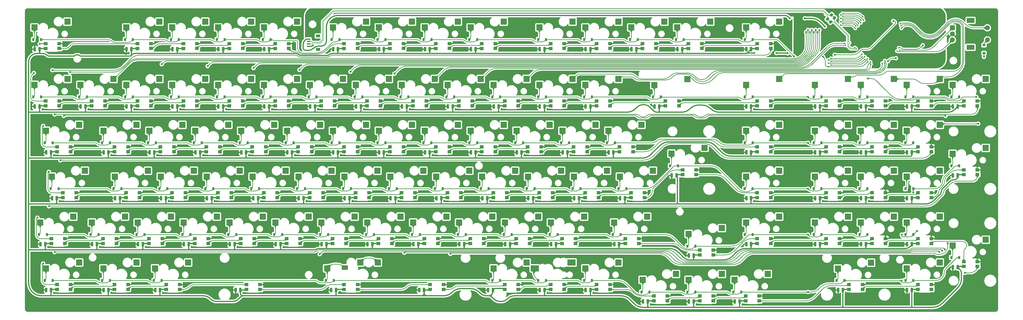
<source format=gbr>
%TF.GenerationSoftware,KiCad,Pcbnew,(6.0.4)*%
%TF.CreationDate,2022-06-27T23:14:21+02:00*%
%TF.ProjectId,pcb-rounded,7063622d-726f-4756-9e64-65642e6b6963,rev?*%
%TF.SameCoordinates,Original*%
%TF.FileFunction,Copper,L2,Bot*%
%TF.FilePolarity,Positive*%
%FSLAX46Y46*%
G04 Gerber Fmt 4.6, Leading zero omitted, Abs format (unit mm)*
G04 Created by KiCad (PCBNEW (6.0.4)) date 2022-06-27 23:14:21*
%MOMM*%
%LPD*%
G01*
G04 APERTURE LIST*
G04 Aperture macros list*
%AMRoundRect*
0 Rectangle with rounded corners*
0 $1 Rounding radius*
0 $2 $3 $4 $5 $6 $7 $8 $9 X,Y pos of 4 corners*
0 Add a 4 corners polygon primitive as box body*
4,1,4,$2,$3,$4,$5,$6,$7,$8,$9,$2,$3,0*
0 Add four circle primitives for the rounded corners*
1,1,$1+$1,$2,$3*
1,1,$1+$1,$4,$5*
1,1,$1+$1,$6,$7*
1,1,$1+$1,$8,$9*
0 Add four rect primitives between the rounded corners*
20,1,$1+$1,$2,$3,$4,$5,0*
20,1,$1+$1,$4,$5,$6,$7,0*
20,1,$1+$1,$6,$7,$8,$9,0*
20,1,$1+$1,$8,$9,$2,$3,0*%
G04 Aperture macros list end*
%TA.AperFunction,SMDPad,CuDef*%
%ADD10R,1.600000X1.400000*%
%TD*%
%TA.AperFunction,SMDPad,CuDef*%
%ADD11R,1.600000X1.420000*%
%TD*%
%TA.AperFunction,SMDPad,CuDef*%
%ADD12R,1.600000X1.380000*%
%TD*%
%TA.AperFunction,ComponentPad*%
%ADD13C,0.600000*%
%TD*%
%TA.AperFunction,SMDPad,CuDef*%
%ADD14R,2.550000X2.500000*%
%TD*%
%TA.AperFunction,SMDPad,CuDef*%
%ADD15R,2.570500X1.878000*%
%TD*%
%TA.AperFunction,SMDPad,CuDef*%
%ADD16R,3.500998X2.500000*%
%TD*%
%TA.AperFunction,SMDPad,CuDef*%
%ADD17R,3.349250X2.500000*%
%TD*%
%TA.AperFunction,ComponentPad*%
%ADD18R,2.000000X2.000000*%
%TD*%
%TA.AperFunction,ComponentPad*%
%ADD19C,2.000000*%
%TD*%
%TA.AperFunction,ComponentPad*%
%ADD20R,3.200000X2.000000*%
%TD*%
%TA.AperFunction,SMDPad,CuDef*%
%ADD21R,0.900000X1.200000*%
%TD*%
%TA.AperFunction,SMDPad,CuDef*%
%ADD22RoundRect,0.250000X0.250000X0.700000X-0.250000X0.700000X-0.250000X-0.700000X0.250000X-0.700000X0*%
%TD*%
%TA.AperFunction,SMDPad,CuDef*%
%ADD23RoundRect,0.250000X0.503814X0.132583X0.132583X0.503814X-0.503814X-0.132583X-0.132583X-0.503814X0*%
%TD*%
%TA.AperFunction,SMDPad,CuDef*%
%ADD24R,1.800000X1.200000*%
%TD*%
%TA.AperFunction,SMDPad,CuDef*%
%ADD25R,1.550000X0.600000*%
%TD*%
%TA.AperFunction,SMDPad,CuDef*%
%ADD26R,1.200000X0.900000*%
%TD*%
%TA.AperFunction,ViaPad*%
%ADD27C,0.800000*%
%TD*%
%TA.AperFunction,ViaPad*%
%ADD28C,0.600000*%
%TD*%
%TA.AperFunction,Conductor*%
%ADD29C,0.508000*%
%TD*%
%TA.AperFunction,Conductor*%
%ADD30C,0.254000*%
%TD*%
%TA.AperFunction,Conductor*%
%ADD31C,0.250000*%
%TD*%
%TA.AperFunction,Conductor*%
%ADD32C,0.200000*%
%TD*%
G04 APERTURE END LIST*
D10*
%TO.P,D150,1,DOUT*%
%TO.N,Net-(D150-Pad1)*%
X465556250Y-223547500D03*
D11*
%TO.P,D150,2,VSS*%
%TO.N,GND*%
X465556250Y-221557500D03*
D10*
%TO.P,D150,3,DIN*%
%TO.N,Net-(D149-Pad1)*%
X459956250Y-221557500D03*
D12*
%TO.P,D150,4,VDD*%
%TO.N,/LED/5V*%
X459956250Y-223557500D03*
%TD*%
D10*
%TO.P,D190,1,DOUT*%
%TO.N,Net-(D190-Pad1)*%
X132181250Y-280697500D03*
D11*
%TO.P,D190,2,VSS*%
%TO.N,GND*%
X132181250Y-278707500D03*
D10*
%TO.P,D190,3,DIN*%
%TO.N,Net-(D189-Pad1)*%
X126581250Y-278707500D03*
D12*
%TO.P,D190,4,VDD*%
%TO.N,/LED/5V*%
X126581250Y-280707500D03*
%TD*%
D10*
%TO.P,D180,1,DOUT*%
%TO.N,Net-(D180-Pad1)*%
X298868750Y-261647500D03*
D11*
%TO.P,D180,2,VSS*%
%TO.N,GND*%
X298868750Y-259657500D03*
D10*
%TO.P,D180,3,DIN*%
%TO.N,Net-(D179-Pad1)*%
X293268750Y-259657500D03*
D12*
%TO.P,D180,4,VDD*%
%TO.N,/LED/5V*%
X293268750Y-261657500D03*
%TD*%
D10*
%TO.P,D115,1,DOUT*%
%TO.N,Net-(D115-Pad1)*%
X103606250Y-204497500D03*
D11*
%TO.P,D115,2,VSS*%
%TO.N,GND*%
X103606250Y-202507500D03*
D10*
%TO.P,D115,3,DIN*%
%TO.N,Net-(D114-Pad1)*%
X98006250Y-202507500D03*
D12*
%TO.P,D115,4,VDD*%
%TO.N,/LED/5V*%
X98006250Y-204507500D03*
%TD*%
D10*
%TO.P,D119,1,DOUT*%
%TO.N,Net-(D119-Pad1)*%
X179806250Y-204497500D03*
D11*
%TO.P,D119,2,VSS*%
%TO.N,GND*%
X179806250Y-202507500D03*
D10*
%TO.P,D119,3,DIN*%
%TO.N,Net-(D118-Pad1)*%
X174206250Y-202507500D03*
D12*
%TO.P,D119,4,VDD*%
%TO.N,/LED/5V*%
X174206250Y-204507500D03*
%TD*%
D13*
%TO.P,MX13,1,COL*%
%TO.N,COL13*%
X372856250Y-168650000D03*
X372856250Y-170450000D03*
X372856250Y-169550000D03*
X374756250Y-169550000D03*
X374756250Y-168650000D03*
X374756250Y-170450000D03*
D14*
X373796250Y-169545000D03*
D13*
%TO.P,MX13,2,ROW*%
%TO.N,Net-(D13-Pad2)*%
X360906250Y-172950000D03*
X359126250Y-171030000D03*
X359126250Y-172830000D03*
X360906250Y-172050000D03*
X360906250Y-171150000D03*
D14*
X360066250Y-171965000D03*
D13*
X359126250Y-171930000D03*
%TD*%
D10*
%TO.P,D135,1,DOUT*%
%TO.N,Net-(D135-Pad1)*%
X132181250Y-223547500D03*
D11*
%TO.P,D135,2,VSS*%
%TO.N,GND*%
X132181250Y-221557500D03*
D10*
%TO.P,D135,3,DIN*%
%TO.N,Net-(D134-Pad1)*%
X126581250Y-221557500D03*
D12*
%TO.P,D135,4,VDD*%
%TO.N,/LED/5V*%
X126581250Y-223557500D03*
%TD*%
D10*
%TO.P,D162,1,DOUT*%
%TO.N,Net-(D162-Pad1)*%
X327443750Y-242597500D03*
D11*
%TO.P,D162,2,VSS*%
%TO.N,GND*%
X327443750Y-240607500D03*
D10*
%TO.P,D162,3,DIN*%
%TO.N,Net-(D161-Pad1)*%
X321843750Y-240607500D03*
D12*
%TO.P,D162,4,VDD*%
%TO.N,/LED/5V*%
X321843750Y-242607500D03*
%TD*%
D14*
%TO.P,MX11,1,COL*%
%TO.N,COL11*%
X335696250Y-169545000D03*
D13*
X334756250Y-169550000D03*
X336656250Y-168650000D03*
X334756250Y-170450000D03*
X336656250Y-169550000D03*
X336656250Y-170450000D03*
X334756250Y-168650000D03*
D14*
%TO.P,MX11,2,ROW*%
%TO.N,Net-(D11-Pad2)*%
X321966250Y-171965000D03*
D13*
X322806250Y-172950000D03*
X321026250Y-172830000D03*
X321026250Y-171930000D03*
X321026250Y-171030000D03*
X322806250Y-172050000D03*
X322806250Y-171150000D03*
%TD*%
%TO.P,MX43,1,COL*%
%TO.N,COL9*%
X289031250Y-211512500D03*
D14*
X288071250Y-212407500D03*
D13*
X289031250Y-212412500D03*
X287131250Y-212412500D03*
X287131250Y-213312500D03*
X289031250Y-213312500D03*
X287131250Y-211512500D03*
%TO.P,MX43,2,ROW*%
%TO.N,Net-(D43-Pad2)*%
X275181250Y-214012500D03*
X275181250Y-214912500D03*
X273401250Y-214792500D03*
X273401250Y-213892500D03*
X275181250Y-215812500D03*
D14*
X274341250Y-214827500D03*
D13*
X273401250Y-215692500D03*
%TD*%
D10*
%TO.P,D136,1,DOUT*%
%TO.N,Net-(D136-Pad1)*%
X151231250Y-223547500D03*
D11*
%TO.P,D136,2,VSS*%
%TO.N,GND*%
X151231250Y-221557500D03*
D10*
%TO.P,D136,3,DIN*%
%TO.N,Net-(D135-Pad1)*%
X145631250Y-221557500D03*
D12*
%TO.P,D136,4,VDD*%
%TO.N,/LED/5V*%
X145631250Y-223557500D03*
%TD*%
D10*
%TO.P,D144,1,DOUT*%
%TO.N,Net-(D144-Pad1)*%
X303631250Y-223547500D03*
D11*
%TO.P,D144,2,VSS*%
%TO.N,GND*%
X303631250Y-221557500D03*
D10*
%TO.P,D144,3,DIN*%
%TO.N,Net-(D143-Pad1)*%
X298031250Y-221557500D03*
D12*
%TO.P,D144,4,VDD*%
%TO.N,/LED/5V*%
X298031250Y-223557500D03*
%TD*%
D10*
%TO.P,D158,1,DOUT*%
%TO.N,Net-(D158-Pad1)*%
X251243750Y-242597500D03*
D11*
%TO.P,D158,2,VSS*%
%TO.N,GND*%
X251243750Y-240607500D03*
D10*
%TO.P,D158,3,DIN*%
%TO.N,Net-(D157-Pad1)*%
X245643750Y-240607500D03*
D12*
%TO.P,D158,4,VDD*%
%TO.N,/LED/5V*%
X245643750Y-242607500D03*
%TD*%
D13*
%TO.P,MX31,1,COL*%
%TO.N,COL16*%
X450956250Y-192462500D03*
X449056250Y-194262500D03*
D14*
X449996250Y-193357500D03*
D13*
X449056250Y-193362500D03*
X450956250Y-193362500D03*
X450956250Y-194262500D03*
X449056250Y-192462500D03*
%TO.P,MX31,2,ROW*%
%TO.N,Net-(D31-Pad2)*%
X437106250Y-194962500D03*
D14*
X436266250Y-195777500D03*
D13*
X437106250Y-196762500D03*
X437106250Y-195862500D03*
X435326250Y-195742500D03*
X435326250Y-196642500D03*
X435326250Y-194842500D03*
%TD*%
D10*
%TO.P,D197,1,DOUT*%
%TO.N,Net-(D197-Pad1)*%
X375068750Y-285460000D03*
D11*
%TO.P,D197,2,VSS*%
%TO.N,GND*%
X375068750Y-283470000D03*
D10*
%TO.P,D197,3,DIN*%
%TO.N,Net-(D196-Pad1)*%
X369468750Y-283470000D03*
D12*
%TO.P,D197,4,VDD*%
%TO.N,/LED/5V*%
X369468750Y-285470000D03*
%TD*%
D13*
%TO.P,MX20,1,COL*%
%TO.N,COL5*%
X203306250Y-192462500D03*
X201406250Y-194262500D03*
X201406250Y-193362500D03*
X203306250Y-194262500D03*
D14*
X202346250Y-193357500D03*
D13*
X201406250Y-192462500D03*
X203306250Y-193362500D03*
%TO.P,MX20,2,ROW*%
%TO.N,Net-(D20-Pad2)*%
X187676250Y-195742500D03*
X189456250Y-196762500D03*
X189456250Y-194962500D03*
X187676250Y-194842500D03*
D14*
X188616250Y-195777500D03*
D13*
X189456250Y-195862500D03*
X187676250Y-196642500D03*
%TD*%
%TO.P,MX54,1,COL*%
%TO.N,COL3*%
X179493750Y-230562500D03*
X179493750Y-231462500D03*
X177593750Y-230562500D03*
X179493750Y-232362500D03*
X177593750Y-232362500D03*
D14*
X178533750Y-231457500D03*
D13*
X177593750Y-231462500D03*
%TO.P,MX54,2,ROW*%
%TO.N,Net-(D54-Pad2)*%
X165643750Y-233962500D03*
D14*
X164803750Y-233877500D03*
D13*
X163863750Y-234742500D03*
X165643750Y-233062500D03*
X163863750Y-232942500D03*
X163863750Y-233842500D03*
X165643750Y-234862500D03*
%TD*%
D10*
%TO.P,D134,1,DOUT*%
%TO.N,Net-(D134-Pad1)*%
X108368750Y-223547500D03*
D11*
%TO.P,D134,2,VSS*%
%TO.N,GND*%
X108368750Y-221557500D03*
D10*
%TO.P,D134,3,DIN*%
%TO.N,Net-(D133-Pad1)*%
X102768750Y-221557500D03*
D12*
%TO.P,D134,4,VDD*%
%TO.N,/LED/5V*%
X102768750Y-223557500D03*
%TD*%
D13*
%TO.P,MX12,1,COL*%
%TO.N,COL12*%
X353806250Y-168650000D03*
X355706250Y-170450000D03*
X353806250Y-170450000D03*
X353806250Y-169550000D03*
D14*
X354746250Y-169545000D03*
D13*
X355706250Y-169550000D03*
X355706250Y-168650000D03*
%TO.P,MX12,2,ROW*%
%TO.N,Net-(D12-Pad2)*%
X340076250Y-171030000D03*
X340076250Y-171930000D03*
X340076250Y-172830000D03*
X341856250Y-172950000D03*
D14*
X341016250Y-171965000D03*
D13*
X341856250Y-171150000D03*
X341856250Y-172050000D03*
%TD*%
D14*
%TO.P,MX51,1,COL*%
%TO.N,COL0*%
X114240000Y-231457500D03*
D13*
X113300000Y-230562500D03*
X115200000Y-231462500D03*
X115200000Y-230562500D03*
X113300000Y-231462500D03*
X113300000Y-232362500D03*
X115200000Y-232362500D03*
%TO.P,MX51,2,ROW*%
%TO.N,Net-(D51-Pad2)*%
X99570000Y-233842500D03*
D14*
X100510000Y-233877500D03*
D13*
X101350000Y-234862500D03*
X101350000Y-233062500D03*
X101350000Y-233962500D03*
X99570000Y-234742500D03*
X99570000Y-232942500D03*
%TD*%
D10*
%TO.P,D138,1,DOUT*%
%TO.N,Net-(D138-Pad1)*%
X189331250Y-223547500D03*
D11*
%TO.P,D138,2,VSS*%
%TO.N,GND*%
X189331250Y-221557500D03*
D10*
%TO.P,D138,3,DIN*%
%TO.N,Net-(D137-Pad1)*%
X183731250Y-221557500D03*
D12*
%TO.P,D138,4,VDD*%
%TO.N,/LED/5V*%
X183731250Y-223557500D03*
%TD*%
D10*
%TO.P,D166,1,DOUT*%
%TO.N,Net-(D166-Pad1)*%
X427456250Y-242597500D03*
D11*
%TO.P,D166,2,VSS*%
%TO.N,GND*%
X427456250Y-240607500D03*
D10*
%TO.P,D166,3,DIN*%
%TO.N,Net-(D165-Pad1)*%
X421856250Y-240607500D03*
D12*
%TO.P,D166,4,VDD*%
%TO.N,/LED/5V*%
X421856250Y-242607500D03*
%TD*%
D14*
%TO.P,MX77,1,COL*%
%TO.N,COL7*%
X245208750Y-250507500D03*
D13*
X244268750Y-251412500D03*
X246168750Y-251412500D03*
X246168750Y-249612500D03*
X246168750Y-250512500D03*
X244268750Y-249612500D03*
X244268750Y-250512500D03*
%TO.P,MX77,2,ROW*%
%TO.N,Net-(D77-Pad2)*%
X232318750Y-252112500D03*
X230538750Y-251992500D03*
X232318750Y-253912500D03*
X230538750Y-252892500D03*
X230538750Y-253792500D03*
D14*
X231478750Y-252927500D03*
D13*
X232318750Y-253012500D03*
%TD*%
D10*
%TO.P,D185,1,DOUT*%
%TO.N,Net-(D185-Pad1)*%
X427456250Y-261647500D03*
D11*
%TO.P,D185,2,VSS*%
%TO.N,GND*%
X427456250Y-259657500D03*
D10*
%TO.P,D185,3,DIN*%
%TO.N,Net-(D184-Pad1)*%
X421856250Y-259657500D03*
D12*
%TO.P,D185,4,VDD*%
%TO.N,/LED/5V*%
X421856250Y-261657500D03*
%TD*%
D10*
%TO.P,D107,1,DOUT*%
%TO.N,Net-(D107-Pad1)*%
X246481250Y-180685000D03*
D11*
%TO.P,D107,2,VSS*%
%TO.N,GND*%
X246481250Y-178695000D03*
D10*
%TO.P,D107,3,DIN*%
%TO.N,Net-(D106-Pad1)*%
X240881250Y-178695000D03*
D12*
%TO.P,D107,4,VDD*%
%TO.N,/LED/5V*%
X240881250Y-180695000D03*
%TD*%
D10*
%TO.P,D175,1,DOUT*%
%TO.N,Net-(D175-Pad1)*%
X203618750Y-261647500D03*
D11*
%TO.P,D175,2,VSS*%
%TO.N,GND*%
X203618750Y-259657500D03*
D10*
%TO.P,D175,3,DIN*%
%TO.N,Net-(D174-Pad1)*%
X198018750Y-259657500D03*
D12*
%TO.P,D175,4,VDD*%
%TO.N,/LED/5V*%
X198018750Y-261657500D03*
%TD*%
D10*
%TO.P,D170,1,DOUT*%
%TO.N,Net-(D170-Pad1)*%
X105987500Y-261647500D03*
D11*
%TO.P,D170,2,VSS*%
%TO.N,GND*%
X105987500Y-259657500D03*
D10*
%TO.P,D170,3,DIN*%
%TO.N,Net-(D169-Pad1)*%
X100387500Y-259657500D03*
D12*
%TO.P,D170,4,VDD*%
%TO.N,/LED/5V*%
X100387500Y-261657500D03*
%TD*%
D10*
%TO.P,D202,1,DOUT*%
%TO.N,Net-(D192-Pad3)*%
X186950000Y-280697500D03*
D11*
%TO.P,D202,2,VSS*%
%TO.N,GND*%
X186950000Y-278707500D03*
D10*
%TO.P,D202,3,DIN*%
%TO.N,Net-(D191-Pad1)*%
X181350000Y-278707500D03*
D12*
%TO.P,D202,4,VDD*%
%TO.N,/LED/5V*%
X181350000Y-280707500D03*
%TD*%
D10*
%TO.P,D146,1,DOUT*%
%TO.N,Net-(D146-Pad1)*%
X341731250Y-223547500D03*
D11*
%TO.P,D146,2,VSS*%
%TO.N,GND*%
X341731250Y-221557500D03*
D10*
%TO.P,D146,3,DIN*%
%TO.N,Net-(D145-Pad1)*%
X336131250Y-221557500D03*
D12*
%TO.P,D146,4,VDD*%
%TO.N,/LED/5V*%
X336131250Y-223557500D03*
%TD*%
D13*
%TO.P,MX79,1,COL*%
%TO.N,COL9*%
X282368750Y-250512500D03*
X284268750Y-249612500D03*
D14*
X283308750Y-250507500D03*
D13*
X284268750Y-250512500D03*
X282368750Y-249612500D03*
X282368750Y-251412500D03*
X284268750Y-251412500D03*
%TO.P,MX79,2,ROW*%
%TO.N,Net-(D79-Pad2)*%
X270418750Y-253912500D03*
X270418750Y-252112500D03*
X268638750Y-251992500D03*
X268638750Y-253792500D03*
D14*
X269578750Y-252927500D03*
D13*
X268638750Y-252892500D03*
X270418750Y-253012500D03*
%TD*%
D10*
%TO.P,D140,1,DOUT*%
%TO.N,Net-(D140-Pad1)*%
X227431250Y-223547500D03*
D11*
%TO.P,D140,2,VSS*%
%TO.N,GND*%
X227431250Y-221557500D03*
D10*
%TO.P,D140,3,DIN*%
%TO.N,Net-(D139-Pad1)*%
X221831250Y-221557500D03*
D12*
%TO.P,D140,4,VDD*%
%TO.N,/LED/5V*%
X221831250Y-223557500D03*
%TD*%
D13*
%TO.P,MX49,1,COL*%
%TO.N,COL16*%
X450956250Y-213312500D03*
X449056250Y-213312500D03*
X450956250Y-212412500D03*
X450956250Y-211512500D03*
X449056250Y-211512500D03*
D14*
X449996250Y-212407500D03*
D13*
X449056250Y-212412500D03*
%TO.P,MX49,2,ROW*%
%TO.N,Net-(D49-Pad2)*%
X435326250Y-213892500D03*
X437106250Y-214912500D03*
X437106250Y-214012500D03*
D14*
X436266250Y-214827500D03*
D13*
X437106250Y-215812500D03*
X435326250Y-214792500D03*
X435326250Y-215692500D03*
%TD*%
%TO.P,MX45,1,COL*%
%TO.N,COL11*%
X325231250Y-213312500D03*
X327131250Y-213312500D03*
X325231250Y-212412500D03*
X327131250Y-212412500D03*
X325231250Y-211512500D03*
D14*
X326171250Y-212407500D03*
D13*
X327131250Y-211512500D03*
%TO.P,MX45,2,ROW*%
%TO.N,Net-(D45-Pad2)*%
X313281250Y-214912500D03*
X313281250Y-215812500D03*
X311501250Y-214792500D03*
D14*
X312441250Y-214827500D03*
D13*
X311501250Y-215692500D03*
X313281250Y-214012500D03*
X311501250Y-213892500D03*
%TD*%
D10*
%TO.P,D188,1,DOUT*%
%TO.N,Net-(D188-Pad1)*%
X484606250Y-271172500D03*
D11*
%TO.P,D188,2,VSS*%
%TO.N,GND*%
X484606250Y-269182500D03*
D10*
%TO.P,D188,3,DIN*%
%TO.N,Net-(D187-Pad1)*%
X479006250Y-269182500D03*
D12*
%TO.P,D188,4,VDD*%
%TO.N,/LED/5V*%
X479006250Y-271182500D03*
%TD*%
D10*
%TO.P,D137,1,DOUT*%
%TO.N,Net-(D137-Pad1)*%
X170281250Y-223547500D03*
D11*
%TO.P,D137,2,VSS*%
%TO.N,GND*%
X170281250Y-221557500D03*
D10*
%TO.P,D137,3,DIN*%
%TO.N,Net-(D136-Pad1)*%
X164681250Y-221557500D03*
D12*
%TO.P,D137,4,VDD*%
%TO.N,/LED/5V*%
X164681250Y-223557500D03*
%TD*%
D14*
%TO.P,MX42,1,COL*%
%TO.N,COL8*%
X269021250Y-212407500D03*
D13*
X269981250Y-211512500D03*
X268081250Y-213312500D03*
X268081250Y-212412500D03*
X269981250Y-212412500D03*
X269981250Y-213312500D03*
X268081250Y-211512500D03*
%TO.P,MX42,2,ROW*%
%TO.N,Net-(D42-Pad2)*%
X254351250Y-213892500D03*
X254351250Y-215692500D03*
X256131250Y-215812500D03*
X256131250Y-214912500D03*
X256131250Y-214012500D03*
X254351250Y-214792500D03*
D14*
X255291250Y-214827500D03*
%TD*%
D10*
%TO.P,D193,1,DOUT*%
%TO.N,Net-(D193-Pad1)*%
X294106250Y-280697500D03*
D11*
%TO.P,D193,2,VSS*%
%TO.N,GND*%
X294106250Y-278707500D03*
D10*
%TO.P,D193,3,DIN*%
%TO.N,Net-(D193-Pad3)*%
X288506250Y-278707500D03*
D12*
%TO.P,D193,4,VDD*%
%TO.N,/LED/5V*%
X288506250Y-280707500D03*
%TD*%
D13*
%TO.P,MX10,1,COL*%
%TO.N,COL10*%
X315706250Y-168650000D03*
X317606250Y-169550000D03*
X315706250Y-170450000D03*
X315706250Y-169550000D03*
D14*
X316646250Y-169545000D03*
D13*
X317606250Y-168650000D03*
X317606250Y-170450000D03*
%TO.P,MX10,2,ROW*%
%TO.N,Net-(D10-Pad2)*%
X301976250Y-171930000D03*
X303756250Y-172050000D03*
X301976250Y-172830000D03*
X301976250Y-171030000D03*
X303756250Y-171150000D03*
X303756250Y-172950000D03*
D14*
X302916250Y-171965000D03*
%TD*%
D13*
%TO.P,MX92,1,COL*%
%TO.N,COL6*%
X227600000Y-270462500D03*
X227600000Y-269562500D03*
X229500000Y-270462500D03*
X236787500Y-268662500D03*
D14*
X235827500Y-269557500D03*
D13*
X229500000Y-269562500D03*
X227600000Y-268662500D03*
X236787500Y-269562500D03*
X234887500Y-270462500D03*
X229500000Y-268662500D03*
X234887500Y-269562500D03*
X236787500Y-270462500D03*
D14*
X228540000Y-269557500D03*
D13*
X234887500Y-268662500D03*
%TO.P,MX92,2,ROW*%
%TO.N,Net-(D92-Pad2)*%
X222937500Y-272062500D03*
X215650000Y-272062500D03*
X215650000Y-271162500D03*
D15*
X222107750Y-271666500D03*
D13*
X221157500Y-271942500D03*
X215650000Y-272962500D03*
X213870000Y-271042500D03*
X213870000Y-272842500D03*
X213870000Y-271942500D03*
X222937500Y-271162500D03*
X221157500Y-271042500D03*
D14*
X214810000Y-271977500D03*
%TD*%
D10*
%TO.P,D163,1,DOUT*%
%TO.N,Net-(D163-Pad1)*%
X346493750Y-242597500D03*
D11*
%TO.P,D163,2,VSS*%
%TO.N,GND*%
X346493750Y-240607500D03*
D10*
%TO.P,D163,3,DIN*%
%TO.N,Net-(D162-Pad1)*%
X340893750Y-240607500D03*
D12*
%TO.P,D163,4,VDD*%
%TO.N,/LED/5V*%
X340893750Y-242607500D03*
%TD*%
D10*
%TO.P,D139,1,DOUT*%
%TO.N,Net-(D139-Pad1)*%
X208381250Y-223547500D03*
D11*
%TO.P,D139,2,VSS*%
%TO.N,GND*%
X208381250Y-221557500D03*
D10*
%TO.P,D139,3,DIN*%
%TO.N,Net-(D138-Pad1)*%
X202781250Y-221557500D03*
D12*
%TO.P,D139,4,VDD*%
%TO.N,/LED/5V*%
X202781250Y-223557500D03*
%TD*%
D13*
%TO.P,MX9,1,COL*%
%TO.N,COL9*%
X287131250Y-169550000D03*
D14*
X288071250Y-169545000D03*
D13*
X289031250Y-170450000D03*
X289031250Y-169550000D03*
X287131250Y-168650000D03*
X287131250Y-170450000D03*
X289031250Y-168650000D03*
%TO.P,MX9,2,ROW*%
%TO.N,Net-(D9-Pad2)*%
X273401250Y-171930000D03*
X275181250Y-172050000D03*
X273401250Y-171030000D03*
D14*
X274341250Y-171965000D03*
D13*
X273401250Y-172830000D03*
X275181250Y-172950000D03*
X275181250Y-171150000D03*
%TD*%
%TO.P,MX18,1,COL*%
%TO.N,COL3*%
X163306250Y-194262500D03*
X163306250Y-193362500D03*
X165206250Y-193362500D03*
X165206250Y-192462500D03*
D14*
X164246250Y-193357500D03*
D13*
X163306250Y-192462500D03*
X165206250Y-194262500D03*
%TO.P,MX18,2,ROW*%
%TO.N,Net-(D18-Pad2)*%
X149576250Y-195742500D03*
X151356250Y-196762500D03*
D14*
X150516250Y-195777500D03*
D13*
X151356250Y-194962500D03*
X151356250Y-195862500D03*
X149576250Y-196642500D03*
X149576250Y-194842500D03*
%TD*%
D10*
%TO.P,D141,1,DOUT*%
%TO.N,Net-(D141-Pad1)*%
X246481250Y-223547500D03*
D11*
%TO.P,D141,2,VSS*%
%TO.N,GND*%
X246481250Y-221557500D03*
D10*
%TO.P,D141,3,DIN*%
%TO.N,Net-(D140-Pad1)*%
X240881250Y-221557500D03*
D12*
%TO.P,D141,4,VDD*%
%TO.N,/LED/5V*%
X240881250Y-223557500D03*
%TD*%
D10*
%TO.P,D148,1,DOUT*%
%TO.N,Net-(D148-Pad1)*%
X427456250Y-223547500D03*
D11*
%TO.P,D148,2,VSS*%
%TO.N,GND*%
X427456250Y-221557500D03*
D10*
%TO.P,D148,3,DIN*%
%TO.N,Net-(D147-Pad1)*%
X421856250Y-221557500D03*
D12*
%TO.P,D148,4,VDD*%
%TO.N,/LED/5V*%
X421856250Y-223557500D03*
%TD*%
D13*
%TO.P,MX15,1,COL*%
%TO.N,COL0*%
X106156250Y-193362500D03*
X106156250Y-192462500D03*
X108056250Y-193362500D03*
X108056250Y-194262500D03*
X108056250Y-192462500D03*
D14*
X107096250Y-193357500D03*
D13*
X106156250Y-194262500D03*
%TO.P,MX15,2,ROW*%
%TO.N,Net-(D15-Pad2)*%
X92426250Y-194842500D03*
D14*
X93366250Y-195777500D03*
D13*
X94206250Y-196762500D03*
X94206250Y-195862500D03*
X92426250Y-195742500D03*
X92426250Y-196642500D03*
X94206250Y-194962500D03*
%TD*%
D14*
%TO.P,MX5,1,COL*%
%TO.N,COL5*%
X202346250Y-169545000D03*
D13*
X203306250Y-168650000D03*
X201406250Y-168650000D03*
X201406250Y-170450000D03*
X203306250Y-170450000D03*
X203306250Y-169550000D03*
X201406250Y-169550000D03*
%TO.P,MX5,2,ROW*%
%TO.N,Net-(D5-Pad2)*%
X189456250Y-172950000D03*
D14*
X188616250Y-171965000D03*
D13*
X189456250Y-172050000D03*
X187676250Y-171030000D03*
X187676250Y-172830000D03*
X187676250Y-171930000D03*
X189456250Y-171150000D03*
%TD*%
%TO.P,MX21,1,COL*%
%TO.N,COL6*%
X220456250Y-192462500D03*
X220456250Y-194262500D03*
X222356250Y-193362500D03*
X220456250Y-193362500D03*
X222356250Y-192462500D03*
X222356250Y-194262500D03*
D14*
X221396250Y-193357500D03*
%TO.P,MX21,2,ROW*%
%TO.N,Net-(D21-Pad2)*%
X207666250Y-195777500D03*
D13*
X206726250Y-194842500D03*
X208506250Y-194962500D03*
X208506250Y-195862500D03*
X208506250Y-196762500D03*
X206726250Y-196642500D03*
X206726250Y-195742500D03*
%TD*%
D10*
%TO.P,D113,1,DOUT*%
%TO.N,Net-(D113-Pad1)*%
X370306250Y-180685000D03*
D11*
%TO.P,D113,2,VSS*%
%TO.N,GND*%
X370306250Y-178695000D03*
D10*
%TO.P,D113,3,DIN*%
%TO.N,Net-(D112-Pad1)*%
X364706250Y-178695000D03*
D12*
%TO.P,D113,4,VDD*%
%TO.N,/LED/5V*%
X364706250Y-180695000D03*
%TD*%
D10*
%TO.P,D109,1,DOUT*%
%TO.N,Net-(D109-Pad1)*%
X284581250Y-180685000D03*
D11*
%TO.P,D109,2,VSS*%
%TO.N,GND*%
X284581250Y-178695000D03*
D10*
%TO.P,D109,3,DIN*%
%TO.N,Net-(D108-Pad1)*%
X278981250Y-178695000D03*
D12*
%TO.P,D109,4,VDD*%
%TO.N,/LED/5V*%
X278981250Y-180695000D03*
%TD*%
D13*
%TO.P,MX84,1,COL*%
%TO.N,COL14*%
X403331250Y-251412500D03*
D14*
X402371250Y-250507500D03*
D13*
X401431250Y-251412500D03*
X403331250Y-249612500D03*
X403331250Y-250512500D03*
X401431250Y-249612500D03*
X401431250Y-250512500D03*
%TO.P,MX84,2,ROW*%
%TO.N,Net-(D84-Pad2)*%
X389481250Y-253912500D03*
X389481250Y-252112500D03*
X387701250Y-253792500D03*
X389481250Y-253012500D03*
D14*
X388641250Y-252927500D03*
D13*
X387701250Y-251992500D03*
X387701250Y-252892500D03*
%TD*%
%TO.P,MX44,1,COL*%
%TO.N,COL10*%
X306181250Y-211512500D03*
X306181250Y-213312500D03*
D14*
X307121250Y-212407500D03*
D13*
X308081250Y-212412500D03*
X306181250Y-212412500D03*
X308081250Y-213312500D03*
X308081250Y-211512500D03*
%TO.P,MX44,2,ROW*%
%TO.N,Net-(D44-Pad2)*%
X294231250Y-214912500D03*
X294231250Y-215812500D03*
X292451250Y-214792500D03*
X292451250Y-215692500D03*
X294231250Y-214012500D03*
X292451250Y-213892500D03*
D14*
X293391250Y-214827500D03*
%TD*%
D10*
%TO.P,D127,1,DOUT*%
%TO.N,Net-(D127-Pad1)*%
X332206250Y-204497500D03*
D11*
%TO.P,D127,2,VSS*%
%TO.N,GND*%
X332206250Y-202507500D03*
D10*
%TO.P,D127,3,DIN*%
%TO.N,Net-(D126-Pad1)*%
X326606250Y-202507500D03*
D12*
%TO.P,D127,4,VDD*%
%TO.N,/LED/5V*%
X326606250Y-204507500D03*
%TD*%
D10*
%TO.P,D167,1,DOUT*%
%TO.N,Net-(D167-Pad1)*%
X446506250Y-242597500D03*
D11*
%TO.P,D167,2,VSS*%
%TO.N,GND*%
X446506250Y-240607500D03*
D10*
%TO.P,D167,3,DIN*%
%TO.N,Net-(D166-Pad1)*%
X440906250Y-240607500D03*
D12*
%TO.P,D167,4,VDD*%
%TO.N,/LED/5V*%
X440906250Y-242607500D03*
%TD*%
D13*
%TO.P,MX47,1,COL*%
%TO.N,COL14*%
X403331250Y-213312500D03*
X401431250Y-211512500D03*
X403331250Y-212412500D03*
X401431250Y-212412500D03*
D14*
X402371250Y-212407500D03*
D13*
X403331250Y-211512500D03*
X401431250Y-213312500D03*
D14*
%TO.P,MX47,2,ROW*%
%TO.N,Net-(D47-Pad2)*%
X388641250Y-214827500D03*
D13*
X387701250Y-215692500D03*
X387701250Y-213892500D03*
X387701250Y-214792500D03*
X389481250Y-215812500D03*
X389481250Y-214912500D03*
X389481250Y-214012500D03*
%TD*%
%TO.P,MX32,1,COL*%
%TO.N,COL16*%
X468106250Y-193362500D03*
X470006250Y-192462500D03*
X470006250Y-193362500D03*
X470006250Y-194262500D03*
X468106250Y-194262500D03*
X468106250Y-192462500D03*
D14*
X469046250Y-193357500D03*
D13*
%TO.P,MX32,2,ROW*%
%TO.N,Net-(D32-Pad2)*%
X454376250Y-196642500D03*
X456156250Y-195862500D03*
D14*
X455316250Y-195777500D03*
D13*
X456156250Y-194962500D03*
X456156250Y-196762500D03*
X454376250Y-195742500D03*
X454376250Y-194842500D03*
%TD*%
%TO.P,MX91,1,COL*%
%TO.N,COL2*%
X158062500Y-268662500D03*
X156162500Y-268662500D03*
X156162500Y-269562500D03*
X156162500Y-270462500D03*
X158062500Y-270462500D03*
X158062500Y-269562500D03*
D14*
X157102500Y-269557500D03*
D13*
%TO.P,MX91,2,ROW*%
%TO.N,Net-(D91-Pad2)*%
X144212500Y-272962500D03*
X142432500Y-272842500D03*
X144212500Y-271162500D03*
X142432500Y-271942500D03*
D14*
X143372500Y-271977500D03*
D13*
X142432500Y-271042500D03*
X144212500Y-272062500D03*
%TD*%
D14*
%TO.P,MX36,1,COL*%
%TO.N,COL2*%
X154721250Y-212407500D03*
D13*
X155681250Y-212412500D03*
X153781250Y-213312500D03*
X153781250Y-211512500D03*
X155681250Y-211512500D03*
X155681250Y-213312500D03*
X153781250Y-212412500D03*
%TO.P,MX36,2,ROW*%
%TO.N,Net-(D36-Pad2)*%
X141831250Y-215812500D03*
X141831250Y-214912500D03*
X140051250Y-214792500D03*
X141831250Y-214012500D03*
X140051250Y-213892500D03*
X140051250Y-215692500D03*
D14*
X140991250Y-214827500D03*
%TD*%
D10*
%TO.P,D183,1,DOUT*%
%TO.N,Net-(D183-Pad1)*%
X375068750Y-266410000D03*
D11*
%TO.P,D183,2,VSS*%
%TO.N,GND*%
X375068750Y-264420000D03*
D10*
%TO.P,D183,3,DIN*%
%TO.N,Net-(D182-Pad1)*%
X369468750Y-264420000D03*
D12*
%TO.P,D183,4,VDD*%
%TO.N,/LED/5V*%
X369468750Y-266420000D03*
%TD*%
D10*
%TO.P,D130,1,DOUT*%
%TO.N,Net-(D130-Pad1)*%
X427456250Y-204497500D03*
D11*
%TO.P,D130,2,VSS*%
%TO.N,GND*%
X427456250Y-202507500D03*
D10*
%TO.P,D130,3,DIN*%
%TO.N,Net-(D129-Pad1)*%
X421856250Y-202507500D03*
D12*
%TO.P,D130,4,VDD*%
%TO.N,/LED/5V*%
X421856250Y-204507500D03*
%TD*%
D13*
%TO.P,MX71,1,COL*%
%TO.N,COL1*%
X129968750Y-250512500D03*
X129968750Y-249612500D03*
X129968750Y-251412500D03*
X131868750Y-251412500D03*
X131868750Y-250512500D03*
D14*
X130908750Y-250507500D03*
D13*
X131868750Y-249612500D03*
%TO.P,MX71,2,ROW*%
%TO.N,Net-(D71-Pad2)*%
X116238750Y-251992500D03*
X118018750Y-253012500D03*
X116238750Y-252892500D03*
X118018750Y-252112500D03*
D14*
X117178750Y-252927500D03*
D13*
X116238750Y-253792500D03*
X118018750Y-253912500D03*
%TD*%
D10*
%TO.P,D116,1,DOUT*%
%TO.N,Net-(D116-Pad1)*%
X122656250Y-204497500D03*
D11*
%TO.P,D116,2,VSS*%
%TO.N,GND*%
X122656250Y-202507500D03*
D10*
%TO.P,D116,3,DIN*%
%TO.N,Net-(D115-Pad1)*%
X117056250Y-202507500D03*
D12*
%TO.P,D116,4,VDD*%
%TO.N,/LED/5V*%
X117056250Y-204507500D03*
%TD*%
D10*
%TO.P,D168,1,DOUT*%
%TO.N,Net-(D168-Pad1)*%
X465556250Y-242597500D03*
D11*
%TO.P,D168,2,VSS*%
%TO.N,GND*%
X465556250Y-240607500D03*
D10*
%TO.P,D168,3,DIN*%
%TO.N,Net-(D167-Pad1)*%
X459956250Y-240607500D03*
D12*
%TO.P,D168,4,VDD*%
%TO.N,/LED/5V*%
X459956250Y-242607500D03*
%TD*%
D10*
%TO.P,D176,1,DOUT*%
%TO.N,Net-(D176-Pad1)*%
X222668750Y-261647500D03*
D11*
%TO.P,D176,2,VSS*%
%TO.N,GND*%
X222668750Y-259657500D03*
D10*
%TO.P,D176,3,DIN*%
%TO.N,Net-(D175-Pad1)*%
X217068750Y-259657500D03*
D12*
%TO.P,D176,4,VDD*%
%TO.N,/LED/5V*%
X217068750Y-261657500D03*
%TD*%
D10*
%TO.P,D110,1,DOUT*%
%TO.N,Net-(D110-Pad1)*%
X313156250Y-180685000D03*
D11*
%TO.P,D110,2,VSS*%
%TO.N,GND*%
X313156250Y-178695000D03*
D10*
%TO.P,D110,3,DIN*%
%TO.N,Net-(D109-Pad1)*%
X307556250Y-178695000D03*
D12*
%TO.P,D110,4,VDD*%
%TO.N,/LED/5V*%
X307556250Y-180695000D03*
%TD*%
D13*
%TO.P,MX80,1,COL*%
%TO.N,COL10*%
X301418750Y-250512500D03*
X303318750Y-250512500D03*
D14*
X302358750Y-250507500D03*
D13*
X303318750Y-249612500D03*
X301418750Y-251412500D03*
X303318750Y-251412500D03*
X301418750Y-249612500D03*
%TO.P,MX80,2,ROW*%
%TO.N,Net-(D80-Pad2)*%
X289468750Y-252112500D03*
X287688750Y-252892500D03*
X289468750Y-253912500D03*
D14*
X288628750Y-252927500D03*
D13*
X287688750Y-253792500D03*
X289468750Y-253012500D03*
X287688750Y-251992500D03*
%TD*%
D10*
%TO.P,D128,1,DOUT*%
%TO.N,Net-(D128-Pad1)*%
X360781250Y-204497500D03*
D11*
%TO.P,D128,2,VSS*%
%TO.N,GND*%
X360781250Y-202507500D03*
D10*
%TO.P,D128,3,DIN*%
%TO.N,Net-(D127-Pad1)*%
X355181250Y-202507500D03*
D12*
%TO.P,D128,4,VDD*%
%TO.N,/LED/5V*%
X355181250Y-204507500D03*
%TD*%
D10*
%TO.P,D118,1,DOUT*%
%TO.N,Net-(D118-Pad1)*%
X160756250Y-204497500D03*
D11*
%TO.P,D118,2,VSS*%
%TO.N,GND*%
X160756250Y-202507500D03*
D10*
%TO.P,D118,3,DIN*%
%TO.N,Net-(D117-Pad1)*%
X155156250Y-202507500D03*
D12*
%TO.P,D118,4,VDD*%
%TO.N,/LED/5V*%
X155156250Y-204507500D03*
%TD*%
D13*
%TO.P,MX89,1,COL*%
%TO.N,COL0*%
X110918750Y-270462500D03*
X112818750Y-270462500D03*
X112818750Y-269562500D03*
X110918750Y-268662500D03*
D14*
X111858750Y-269557500D03*
D13*
X112818750Y-268662500D03*
X110918750Y-269562500D03*
%TO.P,MX89,2,ROW*%
%TO.N,Net-(D89-Pad2)*%
X98968750Y-272962500D03*
X97188750Y-271942500D03*
X98968750Y-272062500D03*
X97188750Y-271042500D03*
D14*
X98128750Y-271977500D03*
D13*
X97188750Y-272842500D03*
X98968750Y-271162500D03*
%TD*%
%TO.P,MX66,1,COL*%
%TO.N,COL15*%
X431906250Y-231462500D03*
X430006250Y-232362500D03*
X430006250Y-231462500D03*
D14*
X430946250Y-231457500D03*
D13*
X430006250Y-230562500D03*
X431906250Y-230562500D03*
X431906250Y-232362500D03*
%TO.P,MX66,2,ROW*%
%TO.N,Net-(D66-Pad2)*%
X418056250Y-234862500D03*
X418056250Y-233962500D03*
D14*
X417216250Y-233877500D03*
D13*
X418056250Y-233062500D03*
X416276250Y-233842500D03*
X416276250Y-232942500D03*
X416276250Y-234742500D03*
%TD*%
D10*
%TO.P,D186,1,DOUT*%
%TO.N,Net-(D186-Pad1)*%
X446506250Y-261647500D03*
D11*
%TO.P,D186,2,VSS*%
%TO.N,GND*%
X446506250Y-259657500D03*
D10*
%TO.P,D186,3,DIN*%
%TO.N,Net-(D185-Pad1)*%
X440906250Y-259657500D03*
D12*
%TO.P,D186,4,VDD*%
%TO.N,/LED/5V*%
X440906250Y-261657500D03*
%TD*%
D13*
%TO.P,MX3,1,COL*%
%TO.N,COL3*%
X165206250Y-170450000D03*
X165206250Y-168650000D03*
X165206250Y-169550000D03*
X163306250Y-168650000D03*
D14*
X164246250Y-169545000D03*
D13*
X163306250Y-169550000D03*
X163306250Y-170450000D03*
D14*
%TO.P,MX3,2,ROW*%
%TO.N,Net-(D3-Pad2)*%
X150516250Y-171965000D03*
D13*
X151356250Y-172050000D03*
X149576250Y-172830000D03*
X149576250Y-171930000D03*
X151356250Y-172950000D03*
X151356250Y-171150000D03*
X149576250Y-171030000D03*
%TD*%
D10*
%TO.P,D171,1,DOUT*%
%TO.N,Net-(D171-Pad1)*%
X127418750Y-261647500D03*
D11*
%TO.P,D171,2,VSS*%
%TO.N,GND*%
X127418750Y-259657500D03*
D10*
%TO.P,D171,3,DIN*%
%TO.N,Net-(D170-Pad1)*%
X121818750Y-259657500D03*
D12*
%TO.P,D171,4,VDD*%
%TO.N,/LED/5V*%
X121818750Y-261657500D03*
%TD*%
D13*
%TO.P,MX61,1,COL*%
%TO.N,COL10*%
X310943750Y-230562500D03*
X312843750Y-231462500D03*
D14*
X311883750Y-231457500D03*
D13*
X312843750Y-232362500D03*
X310943750Y-232362500D03*
X312843750Y-230562500D03*
X310943750Y-231462500D03*
%TO.P,MX61,2,ROW*%
%TO.N,Net-(D61-Pad2)*%
X297213750Y-234742500D03*
X298993750Y-233062500D03*
X298993750Y-234862500D03*
X297213750Y-232942500D03*
X297213750Y-233842500D03*
D14*
X298153750Y-233877500D03*
D13*
X298993750Y-233962500D03*
%TD*%
D14*
%TO.P,MX100,1,COL*%
%TO.N,COL16*%
X469046250Y-269557500D03*
D13*
X468106250Y-269562500D03*
X470006250Y-269562500D03*
X470006250Y-270462500D03*
X468106250Y-270462500D03*
X468106250Y-268662500D03*
X470006250Y-268662500D03*
D14*
%TO.P,MX100,2,ROW*%
%TO.N,Net-(D100-Pad2)*%
X455316250Y-271977500D03*
D13*
X454376250Y-271042500D03*
X456156250Y-272962500D03*
X456156250Y-272062500D03*
X454376250Y-271942500D03*
X456156250Y-271162500D03*
X454376250Y-272842500D03*
%TD*%
D10*
%TO.P,D105,1,DOUT*%
%TO.N,Net-(D105-Pad1)*%
X198856250Y-180685000D03*
D11*
%TO.P,D105,2,VSS*%
%TO.N,GND*%
X198856250Y-178695000D03*
D10*
%TO.P,D105,3,DIN*%
%TO.N,Net-(D104-Pad1)*%
X193256250Y-178695000D03*
D12*
%TO.P,D105,4,VDD*%
%TO.N,/LED/5V*%
X193256250Y-180695000D03*
%TD*%
D13*
%TO.P,MX86,1,COL*%
%TO.N,COL16*%
X450956250Y-251412500D03*
X449056250Y-251412500D03*
X449056250Y-249612500D03*
X450956250Y-250512500D03*
D14*
X449996250Y-250507500D03*
D13*
X449056250Y-250512500D03*
X450956250Y-249612500D03*
%TO.P,MX86,2,ROW*%
%TO.N,Net-(D86-Pad2)*%
X435326250Y-251992500D03*
X435326250Y-252892500D03*
X435326250Y-253792500D03*
D14*
X436266250Y-252927500D03*
D13*
X437106250Y-253912500D03*
X437106250Y-252112500D03*
X437106250Y-253012500D03*
%TD*%
%TO.P,MX39,1,COL*%
%TO.N,COL5*%
X212831250Y-211512500D03*
X212831250Y-213312500D03*
X210931250Y-211512500D03*
X210931250Y-212412500D03*
X212831250Y-212412500D03*
X210931250Y-213312500D03*
D14*
X211871250Y-212407500D03*
D13*
%TO.P,MX39,2,ROW*%
%TO.N,Net-(D39-Pad2)*%
X197201250Y-214792500D03*
D14*
X198141250Y-214827500D03*
D13*
X197201250Y-215692500D03*
X198981250Y-214912500D03*
X198981250Y-215812500D03*
X197201250Y-213892500D03*
X198981250Y-214012500D03*
%TD*%
D10*
%TO.P,D192,1,DOUT*%
%TO.N,Net-(D192-Pad1)*%
X227431250Y-280697500D03*
D11*
%TO.P,D192,2,VSS*%
%TO.N,GND*%
X227431250Y-278707500D03*
D10*
%TO.P,D192,3,DIN*%
%TO.N,Net-(D192-Pad3)*%
X221831250Y-278707500D03*
D12*
%TO.P,D192,4,VDD*%
%TO.N,/LED/5V*%
X221831250Y-280707500D03*
%TD*%
D14*
%TO.P,MX87,1,COL*%
%TO.N,COL7*%
X469046250Y-250507500D03*
D13*
X468106250Y-251412500D03*
X468106250Y-250512500D03*
X468106250Y-249612500D03*
X470006250Y-251412500D03*
X470006250Y-249612500D03*
X470006250Y-250512500D03*
%TO.P,MX87,2,ROW*%
%TO.N,Net-(D87-Pad2)*%
X456156250Y-252112500D03*
X456156250Y-253012500D03*
X456156250Y-253912500D03*
X454376250Y-252892500D03*
X454376250Y-251992500D03*
X454376250Y-253792500D03*
D14*
X455316250Y-252927500D03*
%TD*%
D13*
%TO.P,MX83,1,COL*%
%TO.N,COL13*%
X379518750Y-255275000D03*
X379518750Y-256175000D03*
D14*
X378558750Y-255270000D03*
D13*
X377618750Y-255275000D03*
X377618750Y-254375000D03*
X379518750Y-254375000D03*
X377618750Y-256175000D03*
%TO.P,MX83,2,ROW*%
%TO.N,Net-(D83-Pad2)*%
X363888750Y-258555000D03*
D14*
X364828750Y-257690000D03*
D13*
X365668750Y-256875000D03*
X365668750Y-258675000D03*
X363888750Y-256755000D03*
X365668750Y-257775000D03*
X363888750Y-257655000D03*
%TD*%
%TO.P,MX78,1,COL*%
%TO.N,COL8*%
X265218750Y-249612500D03*
X263318750Y-250512500D03*
X265218750Y-250512500D03*
X263318750Y-251412500D03*
X265218750Y-251412500D03*
X263318750Y-249612500D03*
D14*
X264258750Y-250507500D03*
D13*
%TO.P,MX78,2,ROW*%
%TO.N,Net-(D78-Pad2)*%
X251368750Y-253912500D03*
X251368750Y-252112500D03*
X249588750Y-251992500D03*
X249588750Y-252892500D03*
X251368750Y-253012500D03*
D14*
X250528750Y-252927500D03*
D13*
X249588750Y-253792500D03*
%TD*%
D10*
%TO.P,D120,1,DOUT*%
%TO.N,Net-(D120-Pad1)*%
X198856250Y-204497500D03*
D11*
%TO.P,D120,2,VSS*%
%TO.N,GND*%
X198856250Y-202507500D03*
D10*
%TO.P,D120,3,DIN*%
%TO.N,Net-(D119-Pad1)*%
X193256250Y-202507500D03*
D12*
%TO.P,D120,4,VDD*%
%TO.N,/LED/5V*%
X193256250Y-204507500D03*
%TD*%
D10*
%TO.P,D122,1,DOUT*%
%TO.N,Net-(D122-Pad1)*%
X236956250Y-204497500D03*
D11*
%TO.P,D122,2,VSS*%
%TO.N,GND*%
X236956250Y-202507500D03*
D10*
%TO.P,D122,3,DIN*%
%TO.N,Net-(D121-Pad1)*%
X231356250Y-202507500D03*
D12*
%TO.P,D122,4,VDD*%
%TO.N,/LED/5V*%
X231356250Y-204507500D03*
%TD*%
D13*
%TO.P,MX40,1,COL*%
%TO.N,COL6*%
X229981250Y-212412500D03*
X231881250Y-212412500D03*
X229981250Y-213312500D03*
D14*
X230921250Y-212407500D03*
D13*
X229981250Y-211512500D03*
X231881250Y-211512500D03*
X231881250Y-213312500D03*
%TO.P,MX40,2,ROW*%
%TO.N,Net-(D40-Pad2)*%
X218031250Y-215812500D03*
X216251250Y-213892500D03*
X218031250Y-214912500D03*
X216251250Y-215692500D03*
X218031250Y-214012500D03*
D14*
X217191250Y-214827500D03*
D13*
X216251250Y-214792500D03*
%TD*%
D10*
%TO.P,D129,1,DOUT*%
%TO.N,Net-(D129-Pad1)*%
X398881250Y-204497500D03*
D11*
%TO.P,D129,2,VSS*%
%TO.N,GND*%
X398881250Y-202507500D03*
D10*
%TO.P,D129,3,DIN*%
%TO.N,Net-(D128-Pad1)*%
X393281250Y-202507500D03*
D12*
%TO.P,D129,4,VDD*%
%TO.N,/LED/5V*%
X393281250Y-204507500D03*
%TD*%
D10*
%TO.P,D155,1,DOUT*%
%TO.N,Net-(D155-Pad1)*%
X194093750Y-242597500D03*
D11*
%TO.P,D155,2,VSS*%
%TO.N,GND*%
X194093750Y-240607500D03*
D10*
%TO.P,D155,3,DIN*%
%TO.N,Net-(D154-Pad1)*%
X188493750Y-240607500D03*
D12*
%TO.P,D155,4,VDD*%
%TO.N,/LED/5V*%
X188493750Y-242607500D03*
%TD*%
D13*
%TO.P,MX81,1,COL*%
%TO.N,COL11*%
X320468750Y-251412500D03*
X322368750Y-249612500D03*
X322368750Y-250512500D03*
X320468750Y-250512500D03*
D14*
X321408750Y-250507500D03*
D13*
X322368750Y-251412500D03*
X320468750Y-249612500D03*
D14*
%TO.P,MX81,2,ROW*%
%TO.N,Net-(D81-Pad2)*%
X307678750Y-252927500D03*
D13*
X306738750Y-251992500D03*
X308518750Y-253012500D03*
X306738750Y-252892500D03*
X308518750Y-253912500D03*
X306738750Y-253792500D03*
X308518750Y-252112500D03*
%TD*%
D10*
%TO.P,D103,1,DOUT*%
%TO.N,Net-(D103-Pad1)*%
X160756250Y-180685000D03*
D11*
%TO.P,D103,2,VSS*%
%TO.N,GND*%
X160756250Y-178695000D03*
D10*
%TO.P,D103,3,DIN*%
%TO.N,Net-(D102-Pad1)*%
X155156250Y-178695000D03*
D12*
%TO.P,D103,4,VDD*%
%TO.N,/LED/5V*%
X155156250Y-180695000D03*
%TD*%
D13*
%TO.P,MX25,1,COL*%
%TO.N,COL10*%
X296656250Y-192462500D03*
X298556250Y-194262500D03*
X298556250Y-192462500D03*
X298556250Y-193362500D03*
X296656250Y-193362500D03*
D14*
X297596250Y-193357500D03*
D13*
X296656250Y-194262500D03*
%TO.P,MX25,2,ROW*%
%TO.N,Net-(D25-Pad2)*%
X282926250Y-195742500D03*
X284706250Y-194962500D03*
D14*
X283866250Y-195777500D03*
D13*
X282926250Y-196642500D03*
X284706250Y-195862500D03*
X284706250Y-196762500D03*
X282926250Y-194842500D03*
%TD*%
D10*
%TO.P,D106,1,DOUT*%
%TO.N,Net-(D106-Pad1)*%
X227431250Y-180685000D03*
D11*
%TO.P,D106,2,VSS*%
%TO.N,GND*%
X227431250Y-178695000D03*
D10*
%TO.P,D106,3,DIN*%
%TO.N,Net-(D105-Pad1)*%
X221831250Y-178695000D03*
D12*
%TO.P,D106,4,VDD*%
%TO.N,/LED/5V*%
X221831250Y-180695000D03*
%TD*%
D13*
%TO.P,MX52,1,COL*%
%TO.N,COL1*%
X139493750Y-231462500D03*
X141393750Y-232362500D03*
X139493750Y-232362500D03*
D14*
X140433750Y-231457500D03*
D13*
X141393750Y-231462500D03*
X141393750Y-230562500D03*
X139493750Y-230562500D03*
%TO.P,MX52,2,ROW*%
%TO.N,Net-(D52-Pad2)*%
X125763750Y-233842500D03*
X127543750Y-233062500D03*
X125763750Y-232942500D03*
D14*
X126703750Y-233877500D03*
D13*
X125763750Y-234742500D03*
X127543750Y-233962500D03*
X127543750Y-234862500D03*
%TD*%
D10*
%TO.P,D181,1,DOUT*%
%TO.N,Net-(D181-Pad1)*%
X317918750Y-261647500D03*
D11*
%TO.P,D181,2,VSS*%
%TO.N,GND*%
X317918750Y-259657500D03*
D10*
%TO.P,D181,3,DIN*%
%TO.N,Net-(D180-Pad1)*%
X312318750Y-259657500D03*
D12*
%TO.P,D181,4,VDD*%
%TO.N,/LED/5V*%
X312318750Y-261657500D03*
%TD*%
D10*
%TO.P,D184,1,DOUT*%
%TO.N,Net-(D184-Pad1)*%
X398881250Y-261647500D03*
D11*
%TO.P,D184,2,VSS*%
%TO.N,GND*%
X398881250Y-259657500D03*
D10*
%TO.P,D184,3,DIN*%
%TO.N,Net-(D183-Pad1)*%
X393281250Y-259657500D03*
D12*
%TO.P,D184,4,VDD*%
%TO.N,/LED/5V*%
X393281250Y-261657500D03*
%TD*%
D10*
%TO.P,D114,1,DOUT*%
%TO.N,Net-(D114-Pad1)*%
X398881250Y-180685000D03*
D11*
%TO.P,D114,2,VSS*%
%TO.N,GND*%
X398881250Y-178695000D03*
D10*
%TO.P,D114,3,DIN*%
%TO.N,Net-(D113-Pad1)*%
X393281250Y-178695000D03*
D12*
%TO.P,D114,4,VDD*%
%TO.N,/LED/5V*%
X393281250Y-180695000D03*
%TD*%
D14*
%TO.P,MX28,1,COL*%
%TO.N,COL13*%
X364271250Y-193423639D03*
D13*
X365231250Y-193428639D03*
X365231250Y-194328639D03*
X365231250Y-192528639D03*
X363331250Y-193428639D03*
X363331250Y-194328639D03*
X363331250Y-192528639D03*
%TO.P,MX28,2,ROW*%
%TO.N,Net-(D28-Pad2)*%
X351381250Y-196828639D03*
X349601250Y-195808639D03*
X349601250Y-196708639D03*
X351381250Y-195928639D03*
X349601250Y-194908639D03*
D14*
X350541250Y-195843639D03*
D13*
X351381250Y-195028639D03*
%TD*%
%TO.P,MX97,1,COL*%
%TO.N,COL13*%
X377618750Y-273425000D03*
X377618750Y-275225000D03*
D14*
X378558750Y-274320000D03*
D13*
X379518750Y-275225000D03*
X377618750Y-274325000D03*
X379518750Y-274325000D03*
X379518750Y-273425000D03*
%TO.P,MX97,2,ROW*%
%TO.N,Net-(D97-Pad2)*%
X363888750Y-275805000D03*
X363888750Y-277605000D03*
X365668750Y-276825000D03*
D14*
X364828750Y-276740000D03*
D13*
X365668750Y-275925000D03*
X363888750Y-276705000D03*
X365668750Y-277725000D03*
%TD*%
D14*
%TO.P,MX63,1,COL*%
%TO.N,COL12*%
X349983750Y-231457500D03*
D13*
X349043750Y-230562500D03*
X349043750Y-231462500D03*
X349043750Y-232362500D03*
X350943750Y-232362500D03*
X350943750Y-230562500D03*
X350943750Y-231462500D03*
%TO.P,MX63,2,ROW*%
%TO.N,Net-(D63-Pad2)*%
X335313750Y-232942500D03*
D14*
X336253750Y-233877500D03*
D13*
X337093750Y-233062500D03*
X337093750Y-234862500D03*
X335313750Y-234742500D03*
X335313750Y-233842500D03*
X337093750Y-233962500D03*
%TD*%
D10*
%TO.P,D156,1,DOUT*%
%TO.N,Net-(D156-Pad1)*%
X213143750Y-242597500D03*
D11*
%TO.P,D156,2,VSS*%
%TO.N,GND*%
X213143750Y-240607500D03*
D10*
%TO.P,D156,3,DIN*%
%TO.N,Net-(D155-Pad1)*%
X207543750Y-240607500D03*
D12*
%TO.P,D156,4,VDD*%
%TO.N,/LED/5V*%
X207543750Y-242607500D03*
%TD*%
D13*
%TO.P,MX16,1,COL*%
%TO.N,COL1*%
X127106250Y-193362500D03*
X125206250Y-192462500D03*
D14*
X126146250Y-193357500D03*
D13*
X125206250Y-193362500D03*
X125206250Y-194262500D03*
X127106250Y-194262500D03*
X127106250Y-192462500D03*
%TO.P,MX16,2,ROW*%
%TO.N,Net-(D16-Pad2)*%
X111476250Y-195742500D03*
X113256250Y-195862500D03*
X111476250Y-196642500D03*
X113256250Y-196762500D03*
X111476250Y-194842500D03*
X113256250Y-194962500D03*
D14*
X112416250Y-195777500D03*
%TD*%
D10*
%TO.P,D159,1,DOUT*%
%TO.N,Net-(D159-Pad1)*%
X270293750Y-242597500D03*
D11*
%TO.P,D159,2,VSS*%
%TO.N,GND*%
X270293750Y-240607500D03*
D10*
%TO.P,D159,3,DIN*%
%TO.N,Net-(D158-Pad1)*%
X264693750Y-240607500D03*
D12*
%TO.P,D159,4,VDD*%
%TO.N,/LED/5V*%
X264693750Y-242607500D03*
%TD*%
D13*
%TO.P,MX76,1,COL*%
%TO.N,COL6*%
X227118750Y-251412500D03*
D14*
X226158750Y-250507500D03*
D13*
X225218750Y-250512500D03*
X227118750Y-250512500D03*
X225218750Y-249612500D03*
X225218750Y-251412500D03*
X227118750Y-249612500D03*
%TO.P,MX76,2,ROW*%
%TO.N,Net-(D76-Pad2)*%
X213268750Y-253012500D03*
X211488750Y-252892500D03*
X211488750Y-253792500D03*
X213268750Y-252112500D03*
D14*
X212428750Y-252927500D03*
D13*
X211488750Y-251992500D03*
X213268750Y-253912500D03*
%TD*%
%TO.P,MX14,1,COL*%
%TO.N,COL14*%
X403331250Y-170450000D03*
X401431250Y-168650000D03*
X401431250Y-170450000D03*
X401431250Y-169550000D03*
X403331250Y-168650000D03*
X403331250Y-169550000D03*
D14*
X402371250Y-169545000D03*
D13*
%TO.P,MX14,2,ROW*%
%TO.N,Net-(D14-Pad2)*%
X389481250Y-172950000D03*
X389481250Y-171150000D03*
X387701250Y-171030000D03*
X389481250Y-172050000D03*
D14*
X388641250Y-171965000D03*
D13*
X387701250Y-172830000D03*
X387701250Y-171930000D03*
%TD*%
%TO.P,MX65,1,COL*%
%TO.N,COL14*%
X401431250Y-230562500D03*
X403331250Y-230562500D03*
X401431250Y-231462500D03*
X401431250Y-232362500D03*
D14*
X402371250Y-231457500D03*
D13*
X403331250Y-232362500D03*
X403331250Y-231462500D03*
%TO.P,MX65,2,ROW*%
%TO.N,Net-(D65-Pad2)*%
X387701250Y-232942500D03*
X389481250Y-233062500D03*
X387701250Y-233842500D03*
X389481250Y-233962500D03*
X387701250Y-234742500D03*
X389481250Y-234862500D03*
D14*
X388641250Y-233877500D03*
%TD*%
D13*
%TO.P,MX75,1,COL*%
%TO.N,COL5*%
X206168750Y-249612500D03*
X208068750Y-249612500D03*
X206168750Y-250512500D03*
X208068750Y-250512500D03*
X206168750Y-251412500D03*
D14*
X207108750Y-250507500D03*
D13*
X208068750Y-251412500D03*
%TO.P,MX75,2,ROW*%
%TO.N,Net-(D75-Pad2)*%
X194218750Y-252112500D03*
X194218750Y-253012500D03*
X192438750Y-251992500D03*
X192438750Y-253792500D03*
X192438750Y-252892500D03*
X194218750Y-253912500D03*
D14*
X193378750Y-252927500D03*
%TD*%
D10*
%TO.P,D172,1,DOUT*%
%TO.N,Net-(D172-Pad1)*%
X146468750Y-261647500D03*
D11*
%TO.P,D172,2,VSS*%
%TO.N,GND*%
X146468750Y-259657500D03*
D10*
%TO.P,D172,3,DIN*%
%TO.N,Net-(D171-Pad1)*%
X140868750Y-259657500D03*
D12*
%TO.P,D172,4,VDD*%
%TO.N,/LED/5V*%
X140868750Y-261657500D03*
%TD*%
D10*
%TO.P,D117,1,DOUT*%
%TO.N,Net-(D117-Pad1)*%
X141706250Y-204497500D03*
D11*
%TO.P,D117,2,VSS*%
%TO.N,GND*%
X141706250Y-202507500D03*
D10*
%TO.P,D117,3,DIN*%
%TO.N,Net-(D116-Pad1)*%
X136106250Y-202507500D03*
D12*
%TO.P,D117,4,VDD*%
%TO.N,/LED/5V*%
X136106250Y-204507500D03*
%TD*%
D10*
%TO.P,D173,1,DOUT*%
%TO.N,Net-(D173-Pad1)*%
X165518750Y-261647500D03*
D11*
%TO.P,D173,2,VSS*%
%TO.N,GND*%
X165518750Y-259657500D03*
D10*
%TO.P,D173,3,DIN*%
%TO.N,Net-(D172-Pad1)*%
X159918750Y-259657500D03*
D12*
%TO.P,D173,4,VDD*%
%TO.N,/LED/5V*%
X159918750Y-261657500D03*
%TD*%
D10*
%TO.P,D178,1,DOUT*%
%TO.N,Net-(D178-Pad1)*%
X260768750Y-261647500D03*
D11*
%TO.P,D178,2,VSS*%
%TO.N,GND*%
X260768750Y-259657500D03*
D10*
%TO.P,D178,3,DIN*%
%TO.N,Net-(D177-Pad1)*%
X255168750Y-259657500D03*
D12*
%TO.P,D178,4,VDD*%
%TO.N,/LED/5V*%
X255168750Y-261657500D03*
%TD*%
D13*
%TO.P,MX50,1,COL*%
%TO.N,COL17*%
X468106250Y-211512500D03*
X468106250Y-212412500D03*
D14*
X469046250Y-212407500D03*
D13*
X470006250Y-211512500D03*
X470006250Y-212412500D03*
X470006250Y-213312500D03*
X468106250Y-213312500D03*
%TO.P,MX50,2,ROW*%
%TO.N,Net-(D50-Pad2)*%
X456156250Y-214912500D03*
X454376250Y-214792500D03*
X456156250Y-215812500D03*
X454376250Y-215692500D03*
D14*
X455316250Y-214827500D03*
D13*
X454376250Y-213892500D03*
X456156250Y-214012500D03*
%TD*%
%TO.P,MX70,1,COL*%
%TO.N,COL0*%
X110437500Y-250512500D03*
X108537500Y-251412500D03*
X110437500Y-251412500D03*
X110437500Y-249612500D03*
D14*
X109477500Y-250507500D03*
D13*
X108537500Y-249612500D03*
X108537500Y-250512500D03*
%TO.P,MX70,2,ROW*%
%TO.N,Net-(D70-Pad2)*%
X96587500Y-252112500D03*
D14*
X95747500Y-252927500D03*
D13*
X96587500Y-253912500D03*
X94807500Y-252892500D03*
X94807500Y-253792500D03*
X96587500Y-253012500D03*
X94807500Y-251992500D03*
%TD*%
D10*
%TO.P,D199,1,DOUT*%
%TO.N,Net-(D199-Pad1)*%
X436981250Y-280697500D03*
D11*
%TO.P,D199,2,VSS*%
%TO.N,GND*%
X436981250Y-278707500D03*
D10*
%TO.P,D199,3,DIN*%
%TO.N,Net-(D198-Pad1)*%
X431381250Y-278707500D03*
D12*
%TO.P,D199,4,VDD*%
%TO.N,/LED/5V*%
X431381250Y-280707500D03*
%TD*%
D10*
%TO.P,D143,1,DOUT*%
%TO.N,Net-(D143-Pad1)*%
X284581250Y-223547500D03*
D11*
%TO.P,D143,2,VSS*%
%TO.N,GND*%
X284581250Y-221557500D03*
D10*
%TO.P,D143,3,DIN*%
%TO.N,Net-(D142-Pad1)*%
X278981250Y-221557500D03*
D12*
%TO.P,D143,4,VDD*%
%TO.N,/LED/5V*%
X278981250Y-223557500D03*
%TD*%
D10*
%TO.P,D182,1,DOUT*%
%TO.N,Net-(D182-Pad1)*%
X344112500Y-261647500D03*
D11*
%TO.P,D182,2,VSS*%
%TO.N,GND*%
X344112500Y-259657500D03*
D10*
%TO.P,D182,3,DIN*%
%TO.N,Net-(D181-Pad1)*%
X338512500Y-259657500D03*
D12*
%TO.P,D182,4,VDD*%
%TO.N,/LED/5V*%
X338512500Y-261657500D03*
%TD*%
D13*
%TO.P,MX33,1,COL*%
%TO.N,COL17*%
X487156250Y-194262500D03*
X487156250Y-192462500D03*
X487156250Y-193362500D03*
D14*
X488096250Y-193357500D03*
D13*
X489056250Y-193362500D03*
X489056250Y-194262500D03*
X489056250Y-192462500D03*
%TO.P,MX33,2,ROW*%
%TO.N,Net-(D33-Pad2)*%
X475206250Y-194962500D03*
X473426250Y-195742500D03*
X473426250Y-196642500D03*
X475206250Y-196762500D03*
X475206250Y-195862500D03*
X473426250Y-194842500D03*
D14*
X474366250Y-195777500D03*
%TD*%
D10*
%TO.P,D157,1,DOUT*%
%TO.N,Net-(D157-Pad1)*%
X232193750Y-242597500D03*
D11*
%TO.P,D157,2,VSS*%
%TO.N,GND*%
X232193750Y-240607500D03*
D10*
%TO.P,D157,3,DIN*%
%TO.N,Net-(D156-Pad1)*%
X226593750Y-240607500D03*
D12*
%TO.P,D157,4,VDD*%
%TO.N,/LED/5V*%
X226593750Y-242607500D03*
%TD*%
D14*
%TO.P,MX72,1,COL*%
%TO.N,COL2*%
X149958750Y-250507500D03*
D13*
X149018750Y-251412500D03*
X149018750Y-250512500D03*
X150918750Y-250512500D03*
X150918750Y-249612500D03*
X150918750Y-251412500D03*
X149018750Y-249612500D03*
%TO.P,MX72,2,ROW*%
%TO.N,Net-(D72-Pad2)*%
X137068750Y-253012500D03*
X137068750Y-252112500D03*
X135288750Y-251992500D03*
X135288750Y-252892500D03*
D14*
X136228750Y-252927500D03*
D13*
X135288750Y-253792500D03*
X137068750Y-253912500D03*
%TD*%
%TO.P,MX94,1,COL*%
%TO.N,COL10*%
X317606250Y-268662500D03*
X315706250Y-268662500D03*
X317606250Y-270462500D03*
X317606250Y-269562500D03*
X315706250Y-269562500D03*
X315706250Y-270462500D03*
D16*
X316170749Y-269557500D03*
D13*
%TO.P,MX94,2,ROW*%
%TO.N,Net-(D94-Pad2)*%
X301375000Y-271977500D03*
X299595000Y-271042500D03*
D17*
X300934625Y-271977500D03*
D13*
X301375000Y-271042500D03*
X299595000Y-271942500D03*
X301375000Y-272842500D03*
X299595000Y-272842500D03*
%TD*%
%TO.P,MX74,1,COL*%
%TO.N,COL4*%
X187118750Y-250512500D03*
X189018750Y-250512500D03*
X189018750Y-249612500D03*
X187118750Y-251412500D03*
X187118750Y-249612500D03*
D14*
X188058750Y-250507500D03*
D13*
X189018750Y-251412500D03*
%TO.P,MX74,2,ROW*%
%TO.N,Net-(D74-Pad2)*%
X173388750Y-252892500D03*
X175168750Y-253912500D03*
X173388750Y-251992500D03*
X175168750Y-253012500D03*
D14*
X174328750Y-252927500D03*
D13*
X175168750Y-252112500D03*
X173388750Y-253792500D03*
%TD*%
D10*
%TO.P,D196,1,DOUT*%
%TO.N,Net-(D196-Pad1)*%
X356018750Y-285460000D03*
D11*
%TO.P,D196,2,VSS*%
%TO.N,GND*%
X356018750Y-283470000D03*
D10*
%TO.P,D196,3,DIN*%
%TO.N,Net-(D195-Pad1)*%
X350418750Y-283470000D03*
D12*
%TO.P,D196,4,VDD*%
%TO.N,/LED/5V*%
X350418750Y-285470000D03*
%TD*%
D10*
%TO.P,D102,1,DOUT*%
%TO.N,Net-(D102-Pad1)*%
X141706250Y-180685000D03*
D11*
%TO.P,D102,2,VSS*%
%TO.N,GND*%
X141706250Y-178695000D03*
D10*
%TO.P,D102,3,DIN*%
%TO.N,Net-(D101-Pad1)*%
X136106250Y-178695000D03*
D12*
%TO.P,D102,4,VDD*%
%TO.N,/LED/5V*%
X136106250Y-180695000D03*
%TD*%
D10*
%TO.P,D203,1,DOUT*%
%TO.N,Net-(D193-Pad3)*%
X263150000Y-280697500D03*
D11*
%TO.P,D203,2,VSS*%
%TO.N,GND*%
X263150000Y-278707500D03*
D10*
%TO.P,D203,3,DIN*%
%TO.N,Net-(D192-Pad1)*%
X257550000Y-278707500D03*
D12*
%TO.P,D203,4,VDD*%
%TO.N,/LED/5V*%
X257550000Y-280707500D03*
%TD*%
D10*
%TO.P,D177,1,DOUT*%
%TO.N,Net-(D177-Pad1)*%
X241718750Y-261647500D03*
D11*
%TO.P,D177,2,VSS*%
%TO.N,GND*%
X241718750Y-259657500D03*
D10*
%TO.P,D177,3,DIN*%
%TO.N,Net-(D176-Pad1)*%
X236118750Y-259657500D03*
D12*
%TO.P,D177,4,VDD*%
%TO.N,/LED/5V*%
X236118750Y-261657500D03*
%TD*%
D14*
%TO.P,MX6,1,COL*%
%TO.N,COL6*%
X230921250Y-169545000D03*
D13*
X231881250Y-168650000D03*
X231881250Y-170450000D03*
X229981250Y-169550000D03*
X231881250Y-169550000D03*
X229981250Y-168650000D03*
X229981250Y-170450000D03*
%TO.P,MX6,2,ROW*%
%TO.N,Net-(D6-Pad2)*%
X218031250Y-172950000D03*
X218031250Y-172050000D03*
D14*
X217191250Y-171965000D03*
D13*
X216251250Y-172830000D03*
X218031250Y-171150000D03*
X216251250Y-171030000D03*
X216251250Y-171930000D03*
%TD*%
D10*
%TO.P,D145,1,DOUT*%
%TO.N,Net-(D145-Pad1)*%
X322681250Y-223547500D03*
D11*
%TO.P,D145,2,VSS*%
%TO.N,GND*%
X322681250Y-221557500D03*
D10*
%TO.P,D145,3,DIN*%
%TO.N,Net-(D144-Pad1)*%
X317081250Y-221557500D03*
D12*
%TO.P,D145,4,VDD*%
%TO.N,/LED/5V*%
X317081250Y-223557500D03*
%TD*%
D10*
%TO.P,D112,1,DOUT*%
%TO.N,Net-(D112-Pad1)*%
X351256250Y-180685000D03*
D11*
%TO.P,D112,2,VSS*%
%TO.N,GND*%
X351256250Y-178695000D03*
D10*
%TO.P,D112,3,DIN*%
%TO.N,Net-(D111-Pad1)*%
X345656250Y-178695000D03*
D12*
%TO.P,D112,4,VDD*%
%TO.N,/LED/5V*%
X345656250Y-180695000D03*
%TD*%
D13*
%TO.P,MX19,1,COL*%
%TO.N,COL4*%
X182356250Y-194262500D03*
X184256250Y-192462500D03*
X182356250Y-192462500D03*
X182356250Y-193362500D03*
X184256250Y-194262500D03*
D14*
X183296250Y-193357500D03*
D13*
X184256250Y-193362500D03*
D14*
%TO.P,MX19,2,ROW*%
%TO.N,Net-(D19-Pad2)*%
X169566250Y-195777500D03*
D13*
X170406250Y-194962500D03*
X168626250Y-194842500D03*
X168626250Y-195742500D03*
X170406250Y-195862500D03*
X170406250Y-196762500D03*
X168626250Y-196642500D03*
%TD*%
D10*
%TO.P,D142,1,DOUT*%
%TO.N,Net-(D142-Pad1)*%
X265531250Y-223547500D03*
D11*
%TO.P,D142,2,VSS*%
%TO.N,GND*%
X265531250Y-221557500D03*
D10*
%TO.P,D142,3,DIN*%
%TO.N,Net-(D141-Pad1)*%
X259931250Y-221557500D03*
D12*
%TO.P,D142,4,VDD*%
%TO.N,/LED/5V*%
X259931250Y-223557500D03*
%TD*%
D10*
%TO.P,D161,1,DOUT*%
%TO.N,Net-(D161-Pad1)*%
X308393750Y-242597500D03*
D11*
%TO.P,D161,2,VSS*%
%TO.N,GND*%
X308393750Y-240607500D03*
D10*
%TO.P,D161,3,DIN*%
%TO.N,Net-(D160-Pad1)*%
X302793750Y-240607500D03*
D12*
%TO.P,D161,4,VDD*%
%TO.N,/LED/5V*%
X302793750Y-242607500D03*
%TD*%
D13*
%TO.P,MX90,1,COL*%
%TO.N,COL1*%
X136631250Y-268662500D03*
X136631250Y-270462500D03*
D14*
X135671250Y-269557500D03*
D13*
X134731250Y-270462500D03*
X136631250Y-269562500D03*
X134731250Y-269562500D03*
X134731250Y-268662500D03*
%TO.P,MX90,2,ROW*%
%TO.N,Net-(D90-Pad2)*%
X122781250Y-272962500D03*
X121001250Y-271042500D03*
D14*
X121941250Y-271977500D03*
D13*
X121001250Y-272842500D03*
X122781250Y-272062500D03*
X122781250Y-271162500D03*
X121001250Y-271942500D03*
%TD*%
D10*
%TO.P,D149,1,DOUT*%
%TO.N,Net-(D149-Pad1)*%
X446506250Y-223547500D03*
D11*
%TO.P,D149,2,VSS*%
%TO.N,GND*%
X446506250Y-221557500D03*
D10*
%TO.P,D149,3,DIN*%
%TO.N,Net-(D148-Pad1)*%
X440906250Y-221557500D03*
D12*
%TO.P,D149,4,VDD*%
%TO.N,/LED/5V*%
X440906250Y-223557500D03*
%TD*%
D13*
%TO.P,MX69,1,COL*%
%TO.N,COL5*%
X487156250Y-222003639D03*
X487156250Y-221103639D03*
X489056250Y-222903639D03*
D14*
X488096250Y-221998639D03*
D13*
X487156250Y-222903639D03*
X489056250Y-222003639D03*
X489056250Y-221103639D03*
%TO.P,MX69,2,ROW*%
%TO.N,Net-(D69-Pad2)*%
X475206250Y-225403639D03*
D14*
X474366250Y-224418639D03*
D13*
X473426250Y-224383639D03*
X473426250Y-223483639D03*
X475206250Y-224503639D03*
X475206250Y-223603639D03*
X473426250Y-225283639D03*
%TD*%
%TO.P,MX30,1,COL*%
%TO.N,COL15*%
X431906250Y-192462500D03*
D14*
X430946250Y-193357500D03*
D13*
X430006250Y-194262500D03*
X431906250Y-194262500D03*
X430006250Y-193362500D03*
X431906250Y-193362500D03*
X430006250Y-192462500D03*
%TO.P,MX30,2,ROW*%
%TO.N,Net-(D30-Pad2)*%
X418056250Y-195862500D03*
X416276250Y-194842500D03*
X416276250Y-196642500D03*
D14*
X417216250Y-195777500D03*
D13*
X418056250Y-196762500D03*
X416276250Y-195742500D03*
X418056250Y-194962500D03*
%TD*%
%TO.P,MX85,1,COL*%
%TO.N,COL15*%
X431906250Y-250512500D03*
X430006250Y-251412500D03*
X430006250Y-249612500D03*
X430006250Y-250512500D03*
X431906250Y-249612500D03*
D14*
X430946250Y-250507500D03*
D13*
X431906250Y-251412500D03*
%TO.P,MX85,2,ROW*%
%TO.N,Net-(D85-Pad2)*%
X416276250Y-253792500D03*
X418056250Y-252112500D03*
X416276250Y-251992500D03*
X418056250Y-253012500D03*
X416276250Y-252892500D03*
X418056250Y-253912500D03*
D14*
X417216250Y-252927500D03*
%TD*%
D10*
%TO.P,D126,1,DOUT*%
%TO.N,Net-(D126-Pad1)*%
X313156250Y-204497500D03*
D11*
%TO.P,D126,2,VSS*%
%TO.N,GND*%
X313156250Y-202507500D03*
D10*
%TO.P,D126,3,DIN*%
%TO.N,Net-(D125-Pad1)*%
X307556250Y-202507500D03*
D12*
%TO.P,D126,4,VDD*%
%TO.N,/LED/5V*%
X307556250Y-204507500D03*
%TD*%
D13*
%TO.P,MX73,1,COL*%
%TO.N,COL3*%
X169968750Y-251412500D03*
X168068750Y-251412500D03*
X168068750Y-249612500D03*
D14*
X169008750Y-250507500D03*
D13*
X169968750Y-250512500D03*
X169968750Y-249612500D03*
X168068750Y-250512500D03*
%TO.P,MX73,2,ROW*%
%TO.N,Net-(D73-Pad2)*%
X156118750Y-253912500D03*
X154338750Y-251992500D03*
X154338750Y-252892500D03*
X156118750Y-253012500D03*
X154338750Y-253792500D03*
D14*
X155278750Y-252927500D03*
D13*
X156118750Y-252112500D03*
%TD*%
D10*
%TO.P,D195,1,DOUT*%
%TO.N,Net-(D195-Pad1)*%
X332206250Y-280697500D03*
D11*
%TO.P,D195,2,VSS*%
%TO.N,GND*%
X332206250Y-278707500D03*
D10*
%TO.P,D195,3,DIN*%
%TO.N,Net-(D194-Pad1)*%
X326606250Y-278707500D03*
D12*
%TO.P,D195,4,VDD*%
%TO.N,/LED/5V*%
X326606250Y-280707500D03*
%TD*%
D10*
%TO.P,D123,1,DOUT*%
%TO.N,Net-(D123-Pad1)*%
X256006250Y-204497500D03*
D11*
%TO.P,D123,2,VSS*%
%TO.N,GND*%
X256006250Y-202507500D03*
D10*
%TO.P,D123,3,DIN*%
%TO.N,Net-(D122-Pad1)*%
X250406250Y-202507500D03*
D12*
%TO.P,D123,4,VDD*%
%TO.N,/LED/5V*%
X250406250Y-204507500D03*
%TD*%
D13*
%TO.P,MX57,1,COL*%
%TO.N,COL6*%
X234743750Y-230562500D03*
X236643750Y-230562500D03*
D14*
X235683750Y-231457500D03*
D13*
X234743750Y-231462500D03*
X236643750Y-232362500D03*
X234743750Y-232362500D03*
X236643750Y-231462500D03*
%TO.P,MX57,2,ROW*%
%TO.N,Net-(D57-Pad2)*%
X222793750Y-233062500D03*
X221013750Y-233842500D03*
X221013750Y-234742500D03*
X222793750Y-234862500D03*
X221013750Y-232942500D03*
X222793750Y-233962500D03*
D14*
X221953750Y-233877500D03*
%TD*%
D10*
%TO.P,D179,1,DOUT*%
%TO.N,Net-(D179-Pad1)*%
X279818750Y-261647500D03*
D11*
%TO.P,D179,2,VSS*%
%TO.N,GND*%
X279818750Y-259657500D03*
D10*
%TO.P,D179,3,DIN*%
%TO.N,Net-(D178-Pad1)*%
X274218750Y-259657500D03*
D12*
%TO.P,D179,4,VDD*%
%TO.N,/LED/5V*%
X274218750Y-261657500D03*
%TD*%
D14*
%TO.P,MX48,1,COL*%
%TO.N,COL15*%
X430946250Y-212407500D03*
D13*
X430006250Y-211512500D03*
X430006250Y-212412500D03*
X431906250Y-211512500D03*
X431906250Y-212412500D03*
X431906250Y-213312500D03*
X430006250Y-213312500D03*
%TO.P,MX48,2,ROW*%
%TO.N,Net-(D48-Pad2)*%
X418056250Y-214012500D03*
X418056250Y-215812500D03*
X418056250Y-214912500D03*
X416276250Y-214792500D03*
X416276250Y-215692500D03*
X416276250Y-213892500D03*
D14*
X417216250Y-214827500D03*
%TD*%
D10*
%TO.P,D174,1,DOUT*%
%TO.N,Net-(D174-Pad1)*%
X184568750Y-261647500D03*
D11*
%TO.P,D174,2,VSS*%
%TO.N,GND*%
X184568750Y-259657500D03*
D10*
%TO.P,D174,3,DIN*%
%TO.N,Net-(D173-Pad1)*%
X178968750Y-259657500D03*
D12*
%TO.P,D174,4,VDD*%
%TO.N,/LED/5V*%
X178968750Y-261657500D03*
%TD*%
D10*
%TO.P,D147,1,DOUT*%
%TO.N,Net-(D147-Pad1)*%
X398881250Y-223547500D03*
D11*
%TO.P,D147,2,VSS*%
%TO.N,GND*%
X398881250Y-221557500D03*
D10*
%TO.P,D147,3,DIN*%
%TO.N,Net-(D146-Pad1)*%
X393281250Y-221557500D03*
D12*
%TO.P,D147,4,VDD*%
%TO.N,/LED/5V*%
X393281250Y-223557500D03*
%TD*%
D13*
%TO.P,MX95,1,COL*%
%TO.N,COL11*%
X334756250Y-269562500D03*
X334756250Y-268662500D03*
D14*
X335696250Y-269557500D03*
D13*
X336656250Y-269562500D03*
X336656250Y-268662500D03*
X334756250Y-270462500D03*
X336656250Y-270462500D03*
%TO.P,MX95,2,ROW*%
%TO.N,Net-(D95-Pad2)*%
X321026250Y-272842500D03*
X321026250Y-271042500D03*
X322806250Y-272062500D03*
X321026250Y-271942500D03*
X322806250Y-272962500D03*
X322806250Y-271162500D03*
D14*
X321966250Y-271977500D03*
%TD*%
D13*
%TO.P,MX98,1,COL*%
%TO.N,COL14*%
X398568750Y-274325000D03*
X396668750Y-275225000D03*
D14*
X397608750Y-274320000D03*
D13*
X398568750Y-275225000D03*
X396668750Y-273425000D03*
X396668750Y-274325000D03*
X398568750Y-273425000D03*
%TO.P,MX98,2,ROW*%
%TO.N,Net-(D98-Pad2)*%
X382938750Y-277605000D03*
X384718750Y-275925000D03*
X384718750Y-276825000D03*
X382938750Y-275805000D03*
X382938750Y-276705000D03*
X384718750Y-277725000D03*
D14*
X383878750Y-276740000D03*
%TD*%
D10*
%TO.P,D198,1,DOUT*%
%TO.N,Net-(D198-Pad1)*%
X394118750Y-285460000D03*
D11*
%TO.P,D198,2,VSS*%
%TO.N,GND*%
X394118750Y-283470000D03*
D10*
%TO.P,D198,3,DIN*%
%TO.N,Net-(D197-Pad1)*%
X388518750Y-283470000D03*
D12*
%TO.P,D198,4,VDD*%
%TO.N,/LED/5V*%
X388518750Y-285470000D03*
%TD*%
D10*
%TO.P,D133,1,DOUT*%
%TO.N,Net-(D133-Pad1)*%
X484606250Y-204497500D03*
D11*
%TO.P,D133,2,VSS*%
%TO.N,GND*%
X484606250Y-202507500D03*
D10*
%TO.P,D133,3,DIN*%
%TO.N,Net-(D132-Pad1)*%
X479006250Y-202507500D03*
D12*
%TO.P,D133,4,VDD*%
%TO.N,/LED/5V*%
X479006250Y-204507500D03*
%TD*%
D13*
%TO.P,MX55,1,COL*%
%TO.N,COL4*%
X196643750Y-232362500D03*
X196643750Y-231462500D03*
X198543750Y-232362500D03*
X198543750Y-231462500D03*
D14*
X197583750Y-231457500D03*
D13*
X196643750Y-230562500D03*
X198543750Y-230562500D03*
%TO.P,MX55,2,ROW*%
%TO.N,Net-(D55-Pad2)*%
X184693750Y-233962500D03*
X182913750Y-233842500D03*
X182913750Y-234742500D03*
D14*
X183853750Y-233877500D03*
D13*
X184693750Y-234862500D03*
X184693750Y-233062500D03*
X182913750Y-232942500D03*
%TD*%
%TO.P,MX60,1,COL*%
%TO.N,COL9*%
X293793750Y-230562500D03*
X291893750Y-230562500D03*
X291893750Y-231462500D03*
X291893750Y-232362500D03*
X293793750Y-231462500D03*
D14*
X292833750Y-231457500D03*
D13*
X293793750Y-232362500D03*
%TO.P,MX60,2,ROW*%
%TO.N,Net-(D60-Pad2)*%
X279943750Y-233062500D03*
X278163750Y-232942500D03*
X279943750Y-234862500D03*
D14*
X279103750Y-233877500D03*
D13*
X279943750Y-233962500D03*
X278163750Y-233842500D03*
X278163750Y-234742500D03*
%TD*%
D10*
%TO.P,D121,1,DOUT*%
%TO.N,Net-(D121-Pad1)*%
X217906250Y-204497500D03*
D11*
%TO.P,D121,2,VSS*%
%TO.N,GND*%
X217906250Y-202507500D03*
D10*
%TO.P,D121,3,DIN*%
%TO.N,Net-(D120-Pad1)*%
X212306250Y-202507500D03*
D12*
%TO.P,D121,4,VDD*%
%TO.N,/LED/5V*%
X212306250Y-204507500D03*
%TD*%
D13*
%TO.P,MX99,1,COL*%
%TO.N,COL15*%
X439531250Y-268728639D03*
X439531250Y-269628639D03*
X441431250Y-270528639D03*
X439531250Y-270528639D03*
D14*
X440471250Y-269623639D03*
D13*
X441431250Y-268728639D03*
X441431250Y-269628639D03*
%TO.P,MX99,2,ROW*%
%TO.N,Net-(D99-Pad2)*%
X425801250Y-271108639D03*
X427581250Y-272128639D03*
X425801250Y-272908639D03*
D14*
X426741250Y-272043639D03*
D13*
X427581250Y-273028639D03*
X427581250Y-271228639D03*
X425801250Y-272008639D03*
%TD*%
%TO.P,MX7,1,COL*%
%TO.N,COL7*%
X249031250Y-168650000D03*
X250931250Y-169550000D03*
D14*
X249971250Y-169545000D03*
D13*
X249031250Y-170450000D03*
X249031250Y-169550000D03*
X250931250Y-168650000D03*
X250931250Y-170450000D03*
%TO.P,MX7,2,ROW*%
%TO.N,Net-(D7-Pad2)*%
X237081250Y-172050000D03*
X235301250Y-171030000D03*
X235301250Y-171930000D03*
X237081250Y-171150000D03*
X235301250Y-172830000D03*
X237081250Y-172950000D03*
D14*
X236241250Y-171965000D03*
%TD*%
D10*
%TO.P,D187,1,DOUT*%
%TO.N,Net-(D187-Pad1)*%
X465556250Y-261647500D03*
D11*
%TO.P,D187,2,VSS*%
%TO.N,GND*%
X465556250Y-259657500D03*
D10*
%TO.P,D187,3,DIN*%
%TO.N,Net-(D186-Pad1)*%
X459956250Y-259657500D03*
D12*
%TO.P,D187,4,VDD*%
%TO.N,/LED/5V*%
X459956250Y-261657500D03*
%TD*%
D10*
%TO.P,D125,1,DOUT*%
%TO.N,Net-(D125-Pad1)*%
X294106250Y-204497500D03*
D11*
%TO.P,D125,2,VSS*%
%TO.N,GND*%
X294106250Y-202507500D03*
D10*
%TO.P,D125,3,DIN*%
%TO.N,Net-(D124-Pad1)*%
X288506250Y-202507500D03*
D12*
%TO.P,D125,4,VDD*%
%TO.N,/LED/5V*%
X288506250Y-204507500D03*
%TD*%
D13*
%TO.P,MX37,1,COL*%
%TO.N,COL3*%
X172831250Y-212412500D03*
X172831250Y-213312500D03*
X174731250Y-212412500D03*
X174731250Y-213312500D03*
X174731250Y-211512500D03*
D14*
X173771250Y-212407500D03*
D13*
X172831250Y-211512500D03*
%TO.P,MX37,2,ROW*%
%TO.N,Net-(D37-Pad2)*%
X159101250Y-214792500D03*
D14*
X160041250Y-214827500D03*
D13*
X160881250Y-215812500D03*
X160881250Y-214012500D03*
X160881250Y-214912500D03*
X159101250Y-215692500D03*
X159101250Y-213892500D03*
%TD*%
%TO.P,MX96,1,COL*%
%TO.N,COL12*%
X360468750Y-274325000D03*
X360468750Y-275225000D03*
X358568750Y-275225000D03*
D14*
X359508750Y-274320000D03*
D13*
X360468750Y-273425000D03*
X358568750Y-274325000D03*
X358568750Y-273425000D03*
%TO.P,MX96,2,ROW*%
%TO.N,Net-(D96-Pad2)*%
X344838750Y-275805000D03*
X346618750Y-275925000D03*
X346618750Y-277725000D03*
X344838750Y-277605000D03*
D14*
X345778750Y-276740000D03*
D13*
X346618750Y-276825000D03*
X344838750Y-276705000D03*
%TD*%
%TO.P,MX4,1,COL*%
%TO.N,COL4*%
X184256250Y-169550000D03*
X182356250Y-169550000D03*
X182356250Y-170450000D03*
X184256250Y-170450000D03*
X182356250Y-168650000D03*
X184256250Y-168650000D03*
D14*
X183296250Y-169545000D03*
D13*
%TO.P,MX4,2,ROW*%
%TO.N,Net-(D4-Pad2)*%
X168626250Y-172830000D03*
X168626250Y-171930000D03*
X170406250Y-172950000D03*
X170406250Y-171150000D03*
D14*
X169566250Y-171965000D03*
D13*
X170406250Y-172050000D03*
X168626250Y-171030000D03*
%TD*%
D10*
%TO.P,D154,1,DOUT*%
%TO.N,Net-(D154-Pad1)*%
X175043750Y-242597500D03*
D11*
%TO.P,D154,2,VSS*%
%TO.N,GND*%
X175043750Y-240607500D03*
D10*
%TO.P,D154,3,DIN*%
%TO.N,Net-(D153-Pad1)*%
X169443750Y-240607500D03*
D12*
%TO.P,D154,4,VDD*%
%TO.N,/LED/5V*%
X169443750Y-242607500D03*
%TD*%
D13*
%TO.P,MX56,1,COL*%
%TO.N,COL5*%
X215693750Y-230562500D03*
X217593750Y-232362500D03*
D14*
X216633750Y-231457500D03*
D13*
X215693750Y-231462500D03*
X215693750Y-232362500D03*
X217593750Y-230562500D03*
X217593750Y-231462500D03*
%TO.P,MX56,2,ROW*%
%TO.N,Net-(D56-Pad2)*%
X203743750Y-234862500D03*
X201963750Y-232942500D03*
X203743750Y-233062500D03*
X203743750Y-233962500D03*
X201963750Y-233842500D03*
D14*
X202903750Y-233877500D03*
D13*
X201963750Y-234742500D03*
%TD*%
D10*
%TO.P,D104,1,DOUT*%
%TO.N,Net-(D104-Pad1)*%
X179806250Y-180685000D03*
D11*
%TO.P,D104,2,VSS*%
%TO.N,GND*%
X179806250Y-178695000D03*
D10*
%TO.P,D104,3,DIN*%
%TO.N,Net-(D103-Pad1)*%
X174206250Y-178695000D03*
D12*
%TO.P,D104,4,VDD*%
%TO.N,/LED/5V*%
X174206250Y-180695000D03*
%TD*%
D10*
%TO.P,D153,1,DOUT*%
%TO.N,Net-(D153-Pad1)*%
X155993750Y-242597500D03*
D11*
%TO.P,D153,2,VSS*%
%TO.N,GND*%
X155993750Y-240607500D03*
D10*
%TO.P,D153,3,DIN*%
%TO.N,Net-(D152-Pad1)*%
X150393750Y-240607500D03*
D12*
%TO.P,D153,4,VDD*%
%TO.N,/LED/5V*%
X150393750Y-242607500D03*
%TD*%
D10*
%TO.P,D124,1,DOUT*%
%TO.N,Net-(D124-Pad1)*%
X275056250Y-204497500D03*
D11*
%TO.P,D124,2,VSS*%
%TO.N,GND*%
X275056250Y-202507500D03*
D10*
%TO.P,D124,3,DIN*%
%TO.N,Net-(D123-Pad1)*%
X269456250Y-202507500D03*
D12*
%TO.P,D124,4,VDD*%
%TO.N,/LED/5V*%
X269456250Y-204507500D03*
%TD*%
D10*
%TO.P,D200,1,DOUT*%
%TO.N,unconnected-(D200-Pad1)*%
X465556250Y-280697500D03*
D11*
%TO.P,D200,2,VSS*%
%TO.N,GND*%
X465556250Y-278707500D03*
D10*
%TO.P,D200,3,DIN*%
%TO.N,Net-(D199-Pad1)*%
X459956250Y-278707500D03*
D12*
%TO.P,D200,4,VDD*%
%TO.N,/LED/5V*%
X459956250Y-280707500D03*
%TD*%
D13*
%TO.P,MX46,1,COL*%
%TO.N,COL12*%
X346181250Y-212412500D03*
X344281250Y-211512500D03*
X344281250Y-212412500D03*
D14*
X345221250Y-212407500D03*
D13*
X346181250Y-211512500D03*
X346181250Y-213312500D03*
X344281250Y-213312500D03*
%TO.P,MX46,2,ROW*%
%TO.N,Net-(D46-Pad2)*%
X332331250Y-214912500D03*
D14*
X331491250Y-214827500D03*
D13*
X332331250Y-214012500D03*
X332331250Y-215812500D03*
X330551250Y-213892500D03*
X330551250Y-214792500D03*
X330551250Y-215692500D03*
%TD*%
%TO.P,MX22,1,COL*%
%TO.N,COL7*%
X239506250Y-194262500D03*
X241406250Y-192462500D03*
X239506250Y-192462500D03*
X241406250Y-193362500D03*
X241406250Y-194262500D03*
X239506250Y-193362500D03*
D14*
X240446250Y-193357500D03*
D13*
%TO.P,MX22,2,ROW*%
%TO.N,Net-(D22-Pad2)*%
X225776250Y-195742500D03*
X225776250Y-196642500D03*
D14*
X226716250Y-195777500D03*
D13*
X227556250Y-194962500D03*
X225776250Y-194842500D03*
X227556250Y-195862500D03*
X227556250Y-196762500D03*
%TD*%
D10*
%TO.P,D194,1,DOUT*%
%TO.N,Net-(D194-Pad1)*%
X313156250Y-280697500D03*
D11*
%TO.P,D194,2,VSS*%
%TO.N,GND*%
X313156250Y-278707500D03*
D10*
%TO.P,D194,3,DIN*%
%TO.N,Net-(D193-Pad1)*%
X307556250Y-278707500D03*
D12*
%TO.P,D194,4,VDD*%
%TO.N,/LED/5V*%
X307556250Y-280707500D03*
%TD*%
D13*
%TO.P,MX38,1,COL*%
%TO.N,COL4*%
X193781250Y-213312500D03*
X191881250Y-213312500D03*
X193781250Y-211512500D03*
D14*
X192821250Y-212407500D03*
D13*
X193781250Y-212412500D03*
X191881250Y-212412500D03*
X191881250Y-211512500D03*
D14*
%TO.P,MX38,2,ROW*%
%TO.N,Net-(D38-Pad2)*%
X179091250Y-214827500D03*
D13*
X179931250Y-214912500D03*
X179931250Y-215812500D03*
X178151250Y-214792500D03*
X179931250Y-214012500D03*
X178151250Y-213892500D03*
X178151250Y-215692500D03*
%TD*%
%TO.P,MX23,1,COL*%
%TO.N,COL8*%
X260456250Y-193362500D03*
X260456250Y-192462500D03*
X258556250Y-193362500D03*
X260456250Y-194262500D03*
X258556250Y-194262500D03*
X258556250Y-192462500D03*
D14*
X259496250Y-193357500D03*
D13*
%TO.P,MX23,2,ROW*%
%TO.N,Net-(D23-Pad2)*%
X246606250Y-196762500D03*
D14*
X245766250Y-195777500D03*
D13*
X244826250Y-196642500D03*
X244826250Y-194842500D03*
X246606250Y-194962500D03*
X246606250Y-195862500D03*
X244826250Y-195742500D03*
%TD*%
D14*
%TO.P,MX27,1,COL*%
%TO.N,COL12*%
X335696250Y-193357500D03*
D13*
X334756250Y-193362500D03*
X334756250Y-192462500D03*
X336656250Y-194262500D03*
X334756250Y-194262500D03*
X336656250Y-192462500D03*
X336656250Y-193362500D03*
%TO.P,MX27,2,ROW*%
%TO.N,Net-(D27-Pad2)*%
X322806250Y-194962500D03*
X322806250Y-195862500D03*
X321026250Y-194842500D03*
X321026250Y-196642500D03*
D14*
X321966250Y-195777500D03*
D13*
X322806250Y-196762500D03*
X321026250Y-195742500D03*
%TD*%
%TO.P,MX1,1,COL*%
%TO.N,COL0*%
X106156250Y-168650000D03*
X106156250Y-169550000D03*
X106156250Y-170450000D03*
X108056250Y-168650000D03*
D14*
X107096250Y-169545000D03*
D13*
X108056250Y-170450000D03*
X108056250Y-169550000D03*
%TO.P,MX1,2,ROW*%
%TO.N,Net-(D1-Pad2)*%
X92426250Y-172830000D03*
X94206250Y-171150000D03*
X92426250Y-171030000D03*
X92426250Y-171930000D03*
X94206250Y-172050000D03*
D14*
X93366250Y-171965000D03*
D13*
X94206250Y-172950000D03*
%TD*%
D18*
%TO.P,SW2,A,A*%
%TO.N,ROT_A*%
X474306250Y-172125000D03*
D19*
%TO.P,SW2,B,B*%
%TO.N,ROT_B*%
X474306250Y-177125000D03*
%TO.P,SW2,C,C*%
%TO.N,GND*%
X474306250Y-174625000D03*
D20*
%TO.P,SW2,MP*%
%TO.N,N/C*%
X481806250Y-169025000D03*
X481806250Y-180225000D03*
D19*
%TO.P,SW2,S1,S1*%
%TO.N,Net-(D201-Pad2)*%
X488806250Y-177125000D03*
%TO.P,SW2,S2,S2*%
%TO.N,COL17*%
X488806250Y-172125000D03*
%TD*%
D10*
%TO.P,D111,1,DOUT*%
%TO.N,Net-(D111-Pad1)*%
X332206250Y-180685000D03*
D11*
%TO.P,D111,2,VSS*%
%TO.N,GND*%
X332206250Y-178695000D03*
D10*
%TO.P,D111,3,DIN*%
%TO.N,Net-(D110-Pad1)*%
X326606250Y-178695000D03*
D12*
%TO.P,D111,4,VDD*%
%TO.N,/LED/5V*%
X326606250Y-180695000D03*
%TD*%
D13*
%TO.P,MX93,1,COL*%
%TO.N,COL9*%
X298556250Y-270462500D03*
X296656250Y-268662500D03*
X296656250Y-270462500D03*
X298556250Y-269562500D03*
D14*
X297596250Y-269557500D03*
D13*
X296656250Y-269562500D03*
X298556250Y-268662500D03*
D14*
%TO.P,MX93,2,ROW*%
%TO.N,Net-(D93-Pad2)*%
X283866250Y-271977500D03*
D13*
X282926250Y-272842500D03*
X284706250Y-272062500D03*
X284706250Y-272962500D03*
X282926250Y-271942500D03*
X282926250Y-271042500D03*
X284706250Y-271162500D03*
%TD*%
%TO.P,MX67,1,COL*%
%TO.N,COL16*%
X450956250Y-232362500D03*
X449056250Y-232362500D03*
X449056250Y-230562500D03*
X450956250Y-230562500D03*
D14*
X449996250Y-231457500D03*
D13*
X449056250Y-231462500D03*
X450956250Y-231462500D03*
%TO.P,MX67,2,ROW*%
%TO.N,Net-(D67-Pad2)*%
X435326250Y-232942500D03*
X437106250Y-233962500D03*
X437106250Y-233062500D03*
D14*
X436266250Y-233877500D03*
D13*
X435326250Y-233842500D03*
X435326250Y-234742500D03*
X437106250Y-234862500D03*
%TD*%
%TO.P,MX8,1,COL*%
%TO.N,COL8*%
X268081250Y-168650000D03*
X269981250Y-169550000D03*
X268081250Y-169550000D03*
X269981250Y-170450000D03*
D14*
X269021250Y-169545000D03*
D13*
X268081250Y-170450000D03*
X269981250Y-168650000D03*
%TO.P,MX8,2,ROW*%
%TO.N,Net-(D8-Pad2)*%
X254351250Y-171930000D03*
X254351250Y-171030000D03*
X256131250Y-171150000D03*
D14*
X255291250Y-171965000D03*
D13*
X256131250Y-172950000D03*
X256131250Y-172050000D03*
X254351250Y-172830000D03*
%TD*%
%TO.P,MX88,1,COL*%
%TO.N,COL8*%
X487156250Y-259203639D03*
D14*
X488096250Y-260098639D03*
D13*
X489056250Y-259203639D03*
X487156250Y-260103639D03*
X487156250Y-261003639D03*
X489056250Y-261003639D03*
X489056250Y-260103639D03*
%TO.P,MX88,2,ROW*%
%TO.N,Net-(D88-Pad2)*%
X475206250Y-261703639D03*
X473426250Y-262483639D03*
D14*
X474366250Y-262518639D03*
D13*
X475206250Y-262603639D03*
X473426250Y-263383639D03*
X475206250Y-263503639D03*
X473426250Y-261583639D03*
%TD*%
D10*
%TO.P,D132,1,DOUT*%
%TO.N,Net-(D132-Pad1)*%
X465556250Y-204497500D03*
D11*
%TO.P,D132,2,VSS*%
%TO.N,GND*%
X465556250Y-202507500D03*
D10*
%TO.P,D132,3,DIN*%
%TO.N,Net-(D131-Pad1)*%
X459956250Y-202507500D03*
D12*
%TO.P,D132,4,VDD*%
%TO.N,/LED/5V*%
X459956250Y-204507500D03*
%TD*%
D14*
%TO.P,MX41,1,COL*%
%TO.N,COL7*%
X249971250Y-212407500D03*
D13*
X250931250Y-211512500D03*
X250931250Y-213312500D03*
X249031250Y-211512500D03*
X249031250Y-213312500D03*
X249031250Y-212412500D03*
X250931250Y-212412500D03*
%TO.P,MX41,2,ROW*%
%TO.N,Net-(D41-Pad2)*%
X237081250Y-215812500D03*
X235301250Y-213892500D03*
X235301250Y-215692500D03*
D14*
X236241250Y-214827500D03*
D13*
X237081250Y-214012500D03*
X237081250Y-214912500D03*
X235301250Y-214792500D03*
%TD*%
D10*
%TO.P,D189,1,DOUT*%
%TO.N,Net-(D189-Pad1)*%
X108368750Y-280697500D03*
D11*
%TO.P,D189,2,VSS*%
%TO.N,GND*%
X108368750Y-278707500D03*
D10*
%TO.P,D189,3,DIN*%
%TO.N,Net-(D188-Pad1)*%
X102768750Y-278707500D03*
D12*
%TO.P,D189,4,VDD*%
%TO.N,/LED/5V*%
X102768750Y-280707500D03*
%TD*%
D13*
%TO.P,MX17,1,COL*%
%TO.N,COL2*%
X144256250Y-192462500D03*
X144256250Y-193362500D03*
X144256250Y-194262500D03*
X146156250Y-193362500D03*
X146156250Y-194262500D03*
D14*
X145196250Y-193357500D03*
D13*
X146156250Y-192462500D03*
%TO.P,MX17,2,ROW*%
%TO.N,Net-(D17-Pad2)*%
X132306250Y-196762500D03*
X132306250Y-195862500D03*
X130526250Y-196642500D03*
X130526250Y-195742500D03*
X132306250Y-194962500D03*
X130526250Y-194842500D03*
D14*
X131466250Y-195777500D03*
%TD*%
D13*
%TO.P,MX26,1,COL*%
%TO.N,COL11*%
X317606250Y-192462500D03*
D14*
X316646250Y-193357500D03*
D13*
X317606250Y-194262500D03*
X315706250Y-193362500D03*
X315706250Y-194262500D03*
X315706250Y-192462500D03*
X317606250Y-193362500D03*
%TO.P,MX26,2,ROW*%
%TO.N,Net-(D26-Pad2)*%
X301976250Y-196642500D03*
X303756250Y-195862500D03*
X303756250Y-194962500D03*
X301976250Y-195742500D03*
X301976250Y-194842500D03*
D14*
X302916250Y-195777500D03*
D13*
X303756250Y-196762500D03*
%TD*%
D10*
%TO.P,D160,1,DOUT*%
%TO.N,Net-(D160-Pad1)*%
X289343750Y-242597500D03*
D11*
%TO.P,D160,2,VSS*%
%TO.N,GND*%
X289343750Y-240607500D03*
D10*
%TO.P,D160,3,DIN*%
%TO.N,Net-(D159-Pad1)*%
X283743750Y-240607500D03*
D12*
%TO.P,D160,4,VDD*%
%TO.N,/LED/5V*%
X283743750Y-242607500D03*
%TD*%
D10*
%TO.P,D131,1,DOUT*%
%TO.N,Net-(D131-Pad1)*%
X446506250Y-204497500D03*
D11*
%TO.P,D131,2,VSS*%
%TO.N,GND*%
X446506250Y-202507500D03*
D10*
%TO.P,D131,3,DIN*%
%TO.N,Net-(D130-Pad1)*%
X440906250Y-202507500D03*
D12*
%TO.P,D131,4,VDD*%
%TO.N,/LED/5V*%
X440906250Y-204507500D03*
%TD*%
D13*
%TO.P,MX82,1,COL*%
%TO.N,COL12*%
X346662500Y-249612500D03*
X348562500Y-249612500D03*
X348562500Y-251412500D03*
D14*
X347602500Y-250507500D03*
D13*
X348562500Y-250512500D03*
X346662500Y-250512500D03*
X346662500Y-251412500D03*
D14*
%TO.P,MX82,2,ROW*%
%TO.N,Net-(D82-Pad2)*%
X333872500Y-252927500D03*
D13*
X334712500Y-253012500D03*
X332932500Y-253792500D03*
X332932500Y-251992500D03*
X334712500Y-252112500D03*
X334712500Y-253912500D03*
X332932500Y-252892500D03*
%TD*%
D10*
%TO.P,D108,1,DOUT*%
%TO.N,Net-(D108-Pad1)*%
X265531250Y-180685000D03*
D11*
%TO.P,D108,2,VSS*%
%TO.N,GND*%
X265531250Y-178695000D03*
D10*
%TO.P,D108,3,DIN*%
%TO.N,Net-(D107-Pad1)*%
X259931250Y-178695000D03*
D12*
%TO.P,D108,4,VDD*%
%TO.N,/LED/5V*%
X259931250Y-180695000D03*
%TD*%
D13*
%TO.P,MX62,1,COL*%
%TO.N,COL11*%
X331893750Y-231462500D03*
D14*
X330933750Y-231457500D03*
D13*
X331893750Y-230562500D03*
X329993750Y-231462500D03*
X329993750Y-232362500D03*
X329993750Y-230562500D03*
X331893750Y-232362500D03*
%TO.P,MX62,2,ROW*%
%TO.N,Net-(D62-Pad2)*%
X318043750Y-233962500D03*
X318043750Y-234862500D03*
X316263750Y-234742500D03*
D14*
X317203750Y-233877500D03*
D13*
X318043750Y-233062500D03*
X316263750Y-233842500D03*
X316263750Y-232942500D03*
%TD*%
D10*
%TO.P,D152,1,DOUT*%
%TO.N,Net-(D152-Pad1)*%
X136943750Y-242597500D03*
D11*
%TO.P,D152,2,VSS*%
%TO.N,GND*%
X136943750Y-240607500D03*
D10*
%TO.P,D152,3,DIN*%
%TO.N,Net-(D151-Pad1)*%
X131343750Y-240607500D03*
D12*
%TO.P,D152,4,VDD*%
%TO.N,/LED/5V*%
X131343750Y-242607500D03*
%TD*%
D13*
%TO.P,MX34,1,COL*%
%TO.N,COL0*%
X112818750Y-213312500D03*
X112818750Y-212412500D03*
X112818750Y-211512500D03*
X110918750Y-213312500D03*
X110918750Y-211512500D03*
D14*
X111858750Y-212407500D03*
D13*
X110918750Y-212412500D03*
D14*
%TO.P,MX34,2,ROW*%
%TO.N,Net-(D34-Pad2)*%
X98128750Y-214827500D03*
D13*
X98968750Y-215812500D03*
X98968750Y-214912500D03*
X97188750Y-214792500D03*
X97188750Y-213892500D03*
X97188750Y-215692500D03*
X98968750Y-214012500D03*
%TD*%
%TO.P,MX68,1,COL*%
%TO.N,COL17*%
X470006250Y-231462500D03*
X468106250Y-230562500D03*
X468106250Y-232362500D03*
D14*
X469046250Y-231457500D03*
D13*
X470006250Y-232362500D03*
X468106250Y-231462500D03*
X470006250Y-230562500D03*
%TO.P,MX68,2,ROW*%
%TO.N,Net-(D68-Pad2)*%
X454376250Y-234742500D03*
X456156250Y-233062500D03*
X456156250Y-234862500D03*
X454376250Y-232942500D03*
D14*
X455316250Y-233877500D03*
D13*
X454376250Y-233842500D03*
X456156250Y-233962500D03*
%TD*%
D10*
%TO.P,D169,1,DOUT*%
%TO.N,Net-(D169-Pad1)*%
X484606250Y-233072500D03*
D11*
%TO.P,D169,2,VSS*%
%TO.N,GND*%
X484606250Y-231082500D03*
D10*
%TO.P,D169,3,DIN*%
%TO.N,Net-(D168-Pad1)*%
X479006250Y-231082500D03*
D12*
%TO.P,D169,4,VDD*%
%TO.N,/LED/5V*%
X479006250Y-233082500D03*
%TD*%
D10*
%TO.P,D191,1,DOUT*%
%TO.N,Net-(D191-Pad1)*%
X153612500Y-280697500D03*
D11*
%TO.P,D191,2,VSS*%
%TO.N,GND*%
X153612500Y-278707500D03*
D10*
%TO.P,D191,3,DIN*%
%TO.N,Net-(D190-Pad1)*%
X148012500Y-278707500D03*
D12*
%TO.P,D191,4,VDD*%
%TO.N,/LED/5V*%
X148012500Y-280707500D03*
%TD*%
D10*
%TO.P,D165,1,DOUT*%
%TO.N,Net-(D165-Pad1)*%
X398881250Y-242597500D03*
D11*
%TO.P,D165,2,VSS*%
%TO.N,GND*%
X398881250Y-240607500D03*
D10*
%TO.P,D165,3,DIN*%
%TO.N,Net-(D164-Pad1)*%
X393281250Y-240607500D03*
D12*
%TO.P,D165,4,VDD*%
%TO.N,/LED/5V*%
X393281250Y-242607500D03*
%TD*%
D14*
%TO.P,MX24,1,COL*%
%TO.N,COL9*%
X278546250Y-193357500D03*
D13*
X279506250Y-192462500D03*
X277606250Y-194262500D03*
X279506250Y-193362500D03*
X279506250Y-194262500D03*
X277606250Y-192462500D03*
X277606250Y-193362500D03*
%TO.P,MX24,2,ROW*%
%TO.N,Net-(D24-Pad2)*%
X265656250Y-194962500D03*
D14*
X264816250Y-195777500D03*
D13*
X265656250Y-195862500D03*
X263876250Y-194842500D03*
X263876250Y-196642500D03*
X263876250Y-195742500D03*
X265656250Y-196762500D03*
%TD*%
%TO.P,MX29,1,COL*%
%TO.N,COL14*%
X403331250Y-193362500D03*
X401431250Y-194262500D03*
X403331250Y-194262500D03*
X401431250Y-192462500D03*
D14*
X402371250Y-193357500D03*
D13*
X403331250Y-192462500D03*
X401431250Y-193362500D03*
%TO.P,MX29,2,ROW*%
%TO.N,Net-(D29-Pad2)*%
X387701250Y-194842500D03*
X387701250Y-195742500D03*
X387701250Y-196642500D03*
X389481250Y-195862500D03*
D14*
X388641250Y-195777500D03*
D13*
X389481250Y-196762500D03*
X389481250Y-194962500D03*
%TD*%
%TO.P,MX35,1,COL*%
%TO.N,COL1*%
X136631250Y-213312500D03*
X134731250Y-212412500D03*
X136631250Y-211512500D03*
D14*
X135671250Y-212407500D03*
D13*
X136631250Y-212412500D03*
X134731250Y-213312500D03*
X134731250Y-211512500D03*
%TO.P,MX35,2,ROW*%
%TO.N,Net-(D35-Pad2)*%
X122781250Y-214912500D03*
X122781250Y-214012500D03*
D14*
X121941250Y-214827500D03*
D13*
X122781250Y-215812500D03*
X121001250Y-213892500D03*
X121001250Y-214792500D03*
X121001250Y-215692500D03*
%TD*%
D10*
%TO.P,D164,1,DOUT*%
%TO.N,Net-(D164-Pad1)*%
X367925000Y-233072500D03*
D11*
%TO.P,D164,2,VSS*%
%TO.N,GND*%
X367925000Y-231082500D03*
D10*
%TO.P,D164,3,DIN*%
%TO.N,Net-(D163-Pad1)*%
X362325000Y-231082500D03*
D12*
%TO.P,D164,4,VDD*%
%TO.N,/LED/5V*%
X362325000Y-233082500D03*
%TD*%
D13*
%TO.P,MX64,1,COL*%
%TO.N,COL13*%
X372375000Y-221037500D03*
D14*
X371415000Y-221932500D03*
D13*
X370475000Y-221937500D03*
X370475000Y-221037500D03*
X372375000Y-222837500D03*
X372375000Y-221937500D03*
X370475000Y-222837500D03*
%TO.P,MX64,2,ROW*%
%TO.N,Net-(D64-Pad2)*%
X356745000Y-224317500D03*
X358525000Y-224437500D03*
X358525000Y-223537500D03*
X356745000Y-225217500D03*
D14*
X357685000Y-224352500D03*
D13*
X356745000Y-223417500D03*
X358525000Y-225337500D03*
%TD*%
D10*
%TO.P,D151,1,DOUT*%
%TO.N,Net-(D151-Pad1)*%
X110750000Y-242597500D03*
D11*
%TO.P,D151,2,VSS*%
%TO.N,GND*%
X110750000Y-240607500D03*
D10*
%TO.P,D151,3,DIN*%
%TO.N,Net-(D150-Pad1)*%
X105150000Y-240607500D03*
D12*
%TO.P,D151,4,VDD*%
%TO.N,/LED/5V*%
X105150000Y-242607500D03*
%TD*%
D14*
%TO.P,MX58,1,COL*%
%TO.N,COL7*%
X254733750Y-231457500D03*
D13*
X255693750Y-231462500D03*
X253793750Y-232362500D03*
X255693750Y-230562500D03*
X253793750Y-230562500D03*
X255693750Y-232362500D03*
X253793750Y-231462500D03*
D14*
%TO.P,MX58,2,ROW*%
%TO.N,Net-(D58-Pad2)*%
X241003750Y-233877500D03*
D13*
X241843750Y-234862500D03*
X240063750Y-232942500D03*
X240063750Y-233842500D03*
X240063750Y-234742500D03*
X241843750Y-233962500D03*
X241843750Y-233062500D03*
%TD*%
D10*
%TO.P,D101,1,DOUT*%
%TO.N,Net-(D101-Pad1)*%
X103606250Y-180685000D03*
D11*
%TO.P,D101,2,VSS*%
%TO.N,GND*%
X103606250Y-178695000D03*
D10*
%TO.P,D101,3,DIN*%
%TO.N,Net-(D101-Pad3)*%
X98006250Y-178695000D03*
D12*
%TO.P,D101,4,VDD*%
%TO.N,/LED/5V*%
X98006250Y-180695000D03*
%TD*%
D14*
%TO.P,MX53,1,COL*%
%TO.N,COL2*%
X159483750Y-231457500D03*
D13*
X158543750Y-232362500D03*
X158543750Y-231462500D03*
X160443750Y-232362500D03*
X160443750Y-231462500D03*
X160443750Y-230562500D03*
X158543750Y-230562500D03*
%TO.P,MX53,2,ROW*%
%TO.N,Net-(D53-Pad2)*%
X144813750Y-233842500D03*
X146593750Y-234862500D03*
X144813750Y-234742500D03*
X146593750Y-233062500D03*
X144813750Y-232942500D03*
X146593750Y-233962500D03*
D14*
X145753750Y-233877500D03*
%TD*%
D13*
%TO.P,MX2,1,COL*%
%TO.N,COL2*%
X146156250Y-170450000D03*
D14*
X145196250Y-169545000D03*
D13*
X144256250Y-170450000D03*
X146156250Y-169550000D03*
X144256250Y-169550000D03*
X144256250Y-168650000D03*
X146156250Y-168650000D03*
%TO.P,MX2,2,ROW*%
%TO.N,Net-(D2-Pad2)*%
X130526250Y-171030000D03*
X130526250Y-171930000D03*
X132306250Y-171150000D03*
X132306250Y-172050000D03*
D14*
X131466250Y-171965000D03*
D13*
X130526250Y-172830000D03*
X132306250Y-172950000D03*
%TD*%
%TO.P,MX59,1,COL*%
%TO.N,COL8*%
X274743750Y-232362500D03*
X272843750Y-231462500D03*
X274743750Y-230562500D03*
D14*
X273783750Y-231457500D03*
D13*
X272843750Y-232362500D03*
X274743750Y-231462500D03*
X272843750Y-230562500D03*
%TO.P,MX59,2,ROW*%
%TO.N,Net-(D59-Pad2)*%
X260893750Y-233962500D03*
X259113750Y-233842500D03*
D14*
X260053750Y-233877500D03*
D13*
X259113750Y-234742500D03*
X260893750Y-234862500D03*
X259113750Y-232942500D03*
X260893750Y-233062500D03*
%TD*%
D21*
%TO.P,D31,1,K*%
%TO.N,ROW1*%
X439006250Y-200818750D03*
%TO.P,D31,2,A*%
%TO.N,Net-(D31-Pad2)*%
X435706250Y-200818750D03*
%TD*%
%TO.P,D13,1,K*%
%TO.N,ROW0*%
X362806250Y-177006250D03*
%TO.P,D13,2,A*%
%TO.N,Net-(D13-Pad2)*%
X359506250Y-177006250D03*
%TD*%
D22*
%TO.P,C65,1*%
%TO.N,/LED/5V*%
X224043750Y-242887500D03*
%TO.P,C65,2*%
%TO.N,GND*%
X222043750Y-242887500D03*
%TD*%
%TO.P,C48,1*%
%TO.N,/LED/5V*%
X219281250Y-223837500D03*
%TO.P,C48,2*%
%TO.N,GND*%
X217281250Y-223837500D03*
%TD*%
%TO.P,C42,1*%
%TO.N,/LED/5V*%
X100218750Y-223837500D03*
%TO.P,C42,2*%
%TO.N,GND*%
X98218750Y-223837500D03*
%TD*%
%TO.P,C84,1*%
%TO.N,/LED/5V*%
X214518750Y-261937500D03*
%TO.P,C84,2*%
%TO.N,GND*%
X212518750Y-261937500D03*
%TD*%
D21*
%TO.P,D85,1,K*%
%TO.N,ROW4*%
X419956250Y-257968750D03*
%TO.P,D85,2,A*%
%TO.N,Net-(D85-Pad2)*%
X416656250Y-257968750D03*
%TD*%
D22*
%TO.P,C14,1*%
%TO.N,/LED/5V*%
X219281250Y-180975000D03*
%TO.P,C14,2*%
%TO.N,GND*%
X217281250Y-180975000D03*
%TD*%
D21*
%TO.P,D37,1,K*%
%TO.N,ROW2*%
X162781250Y-219868750D03*
%TO.P,D37,2,A*%
%TO.N,Net-(D37-Pad2)*%
X159481250Y-219868750D03*
%TD*%
%TO.P,D25,1,K*%
%TO.N,ROW1*%
X286606250Y-200818750D03*
%TO.P,D25,2,A*%
%TO.N,Net-(D25-Pad2)*%
X283306250Y-200818750D03*
%TD*%
D22*
%TO.P,C34,1*%
%TO.N,/LED/5V*%
X305006250Y-204787500D03*
%TO.P,C34,2*%
%TO.N,GND*%
X303006250Y-204787500D03*
%TD*%
D21*
%TO.P,D71,1,K*%
%TO.N,ROW4*%
X119918750Y-257968750D03*
%TO.P,D71,2,A*%
%TO.N,Net-(D71-Pad2)*%
X116618750Y-257968750D03*
%TD*%
%TO.P,D99,1,K*%
%TO.N,ROW5*%
X429481250Y-277018750D03*
%TO.P,D99,2,A*%
%TO.N,Net-(D99-Pad2)*%
X426181250Y-277018750D03*
%TD*%
%TO.P,D63,1,K*%
%TO.N,ROW3*%
X338993750Y-238918750D03*
%TO.P,D63,2,A*%
%TO.N,Net-(D63-Pad2)*%
X335693750Y-238918750D03*
%TD*%
D22*
%TO.P,C76,1*%
%TO.N,/LED/5V*%
X457406250Y-242887500D03*
%TO.P,C76,2*%
%TO.N,GND*%
X455406250Y-242887500D03*
%TD*%
%TO.P,C90,1*%
%TO.N,/LED/5V*%
X335962500Y-261937500D03*
%TO.P,C90,2*%
%TO.N,GND*%
X333962500Y-261937500D03*
%TD*%
%TO.P,C39,1*%
%TO.N,/LED/5V*%
X438356250Y-204787500D03*
%TO.P,C39,2*%
%TO.N,GND*%
X436356250Y-204787500D03*
%TD*%
D21*
%TO.P,D61,1,K*%
%TO.N,ROW3*%
X300893750Y-238918750D03*
%TO.P,D61,2,A*%
%TO.N,Net-(D61-Pad2)*%
X297593750Y-238918750D03*
%TD*%
%TO.P,D49,1,K*%
%TO.N,ROW2*%
X439006250Y-219868750D03*
%TO.P,D49,2,A*%
%TO.N,Net-(D49-Pad2)*%
X435706250Y-219868750D03*
%TD*%
%TO.P,D1,1,K*%
%TO.N,ROW0*%
X96106250Y-177006250D03*
%TO.P,D1,2,A*%
%TO.N,Net-(D1-Pad2)*%
X92806250Y-177006250D03*
%TD*%
D22*
%TO.P,C28,1*%
%TO.N,/LED/5V*%
X190706250Y-204787500D03*
%TO.P,C28,2*%
%TO.N,GND*%
X188706250Y-204787500D03*
%TD*%
D21*
%TO.P,D56,1,K*%
%TO.N,ROW3*%
X205643750Y-238918750D03*
%TO.P,D56,2,A*%
%TO.N,Net-(D56-Pad2)*%
X202343750Y-238918750D03*
%TD*%
D22*
%TO.P,C79,1*%
%TO.N,/LED/5V*%
X119268750Y-261937500D03*
%TO.P,C79,2*%
%TO.N,GND*%
X117268750Y-261937500D03*
%TD*%
D21*
%TO.P,D94,1,K*%
%TO.N,ROW5*%
X305656250Y-277018750D03*
%TO.P,D94,2,A*%
%TO.N,Net-(D94-Pad2)*%
X302356250Y-277018750D03*
%TD*%
D22*
%TO.P,C89,1*%
%TO.N,/LED/5V*%
X309768750Y-261937500D03*
%TO.P,C89,2*%
%TO.N,GND*%
X307768750Y-261937500D03*
%TD*%
D23*
%TO.P,R5,1*%
%TO.N,D-*%
X425345235Y-168045235D03*
%TO.P,R5,2*%
X424054765Y-166754765D03*
%TD*%
D21*
%TO.P,D39,1,K*%
%TO.N,ROW2*%
X200881250Y-219868750D03*
%TO.P,D39,2,A*%
%TO.N,Net-(D39-Pad2)*%
X197581250Y-219868750D03*
%TD*%
D22*
%TO.P,C108,1*%
%TO.N,/LED/5V*%
X457406250Y-280987500D03*
%TO.P,C108,2*%
%TO.N,GND*%
X455406250Y-280987500D03*
%TD*%
%TO.P,C52,1*%
%TO.N,/LED/5V*%
X295481250Y-223837500D03*
%TO.P,C52,2*%
%TO.N,GND*%
X293481250Y-223837500D03*
%TD*%
%TO.P,C107,1*%
%TO.N,/LED/5V*%
X428831250Y-280987500D03*
%TO.P,C107,2*%
%TO.N,GND*%
X426831250Y-280987500D03*
%TD*%
%TO.P,C21,1*%
%TO.N,/LED/5V*%
X362156250Y-180975000D03*
%TO.P,C21,2*%
%TO.N,GND*%
X360156250Y-180975000D03*
%TD*%
%TO.P,C68,1*%
%TO.N,/LED/5V*%
X281193750Y-242887500D03*
%TO.P,C68,2*%
%TO.N,GND*%
X279193750Y-242887500D03*
%TD*%
%TO.P,C60,1*%
%TO.N,/LED/5V*%
X128793750Y-242887500D03*
%TO.P,C60,2*%
%TO.N,GND*%
X126793750Y-242887500D03*
%TD*%
%TO.P,C74,1*%
%TO.N,/LED/5V*%
X419306250Y-242887500D03*
%TO.P,C74,2*%
%TO.N,GND*%
X417306250Y-242887500D03*
%TD*%
D21*
%TO.P,D70,1,K*%
%TO.N,ROW4*%
X98487500Y-257968750D03*
%TO.P,D70,2,A*%
%TO.N,Net-(D70-Pad2)*%
X95187500Y-257968750D03*
%TD*%
%TO.P,D91,1,K*%
%TO.N,ROW5*%
X146112500Y-277018750D03*
%TO.P,D91,2,A*%
%TO.N,Net-(D91-Pad2)*%
X142812500Y-277018750D03*
%TD*%
D22*
%TO.P,C24,1*%
%TO.N,/LED/5V*%
X114506250Y-204787500D03*
%TO.P,C24,2*%
%TO.N,GND*%
X112506250Y-204787500D03*
%TD*%
D21*
%TO.P,D46,1,K*%
%TO.N,ROW2*%
X334231250Y-219868750D03*
%TO.P,D46,2,A*%
%TO.N,Net-(D46-Pad2)*%
X330931250Y-219868750D03*
%TD*%
%TO.P,D79,1,K*%
%TO.N,ROW4*%
X272318750Y-257968750D03*
%TO.P,D79,2,A*%
%TO.N,Net-(D79-Pad2)*%
X269018750Y-257968750D03*
%TD*%
%TO.P,D22,1,K*%
%TO.N,ROW1*%
X229456250Y-200818750D03*
%TO.P,D22,2,A*%
%TO.N,Net-(D22-Pad2)*%
X226156250Y-200818750D03*
%TD*%
%TO.P,D29,1,K*%
%TO.N,ROW1*%
X391381250Y-200818750D03*
%TO.P,D29,2,A*%
%TO.N,Net-(D29-Pad2)*%
X388081250Y-200818750D03*
%TD*%
%TO.P,D51,1,K*%
%TO.N,ROW3*%
X103312500Y-238918750D03*
%TO.P,D51,2,A*%
%TO.N,Net-(D51-Pad2)*%
X100012500Y-238918750D03*
%TD*%
%TO.P,D77,1,K*%
%TO.N,ROW4*%
X234218750Y-257968750D03*
%TO.P,D77,2,A*%
%TO.N,Net-(D77-Pad2)*%
X230918750Y-257968750D03*
%TD*%
%TO.P,D17,1,K*%
%TO.N,ROW1*%
X134206250Y-200818750D03*
%TO.P,D17,2,A*%
%TO.N,Net-(D17-Pad2)*%
X130906250Y-200818750D03*
%TD*%
%TO.P,D66,1,K*%
%TO.N,ROW3*%
X419956250Y-238918750D03*
%TO.P,D66,2,A*%
%TO.N,Net-(D66-Pad2)*%
X416656250Y-238918750D03*
%TD*%
D22*
%TO.P,C92,1*%
%TO.N,/LED/5V*%
X390731250Y-261937500D03*
%TO.P,C92,2*%
%TO.N,GND*%
X388731250Y-261937500D03*
%TD*%
%TO.P,C22,1*%
%TO.N,/LED/5V*%
X390731250Y-180975000D03*
%TO.P,C22,2*%
%TO.N,GND*%
X388731250Y-180975000D03*
%TD*%
%TO.P,C30,1*%
%TO.N,/LED/5V*%
X228806250Y-204787500D03*
%TO.P,C30,2*%
%TO.N,GND*%
X226806250Y-204787500D03*
%TD*%
%TO.P,C70,1*%
%TO.N,/LED/5V*%
X319293750Y-242887500D03*
%TO.P,C70,2*%
%TO.N,GND*%
X317293750Y-242887500D03*
%TD*%
D21*
%TO.P,D72,1,K*%
%TO.N,ROW4*%
X138968750Y-257968750D03*
%TO.P,D72,2,A*%
%TO.N,Net-(D72-Pad2)*%
X135668750Y-257968750D03*
%TD*%
D22*
%TO.P,C104,1*%
%TO.N,/LED/5V*%
X347868750Y-285750000D03*
%TO.P,C104,2*%
%TO.N,GND*%
X345868750Y-285750000D03*
%TD*%
%TO.P,C72,1*%
%TO.N,/LED/5V*%
X359775000Y-233362500D03*
%TO.P,C72,2*%
%TO.N,GND*%
X357775000Y-233362500D03*
%TD*%
D21*
%TO.P,D58,1,K*%
%TO.N,ROW3*%
X243743750Y-238918750D03*
%TO.P,D58,2,A*%
%TO.N,Net-(D58-Pad2)*%
X240443750Y-238918750D03*
%TD*%
D22*
%TO.P,C1,1*%
%TO.N,/LED/5V*%
X255000000Y-281000000D03*
%TO.P,C1,2*%
%TO.N,GND*%
X253000000Y-281000000D03*
%TD*%
D21*
%TO.P,D47,1,K*%
%TO.N,ROW2*%
X391381250Y-219868750D03*
%TO.P,D47,2,A*%
%TO.N,Net-(D47-Pad2)*%
X388081250Y-219868750D03*
%TD*%
D22*
%TO.P,C96,1*%
%TO.N,/LED/5V*%
X476456250Y-271462500D03*
%TO.P,C96,2*%
%TO.N,GND*%
X474456250Y-271462500D03*
%TD*%
%TO.P,C55,1*%
%TO.N,/LED/5V*%
X390731250Y-223837500D03*
%TO.P,C55,2*%
%TO.N,GND*%
X388731250Y-223837500D03*
%TD*%
%TO.P,C67,1*%
%TO.N,/LED/5V*%
X262143750Y-242887500D03*
%TO.P,C67,2*%
%TO.N,GND*%
X260143750Y-242887500D03*
%TD*%
D21*
%TO.P,D57,1,K*%
%TO.N,ROW3*%
X224693750Y-238918750D03*
%TO.P,D57,2,A*%
%TO.N,Net-(D57-Pad2)*%
X221393750Y-238918750D03*
%TD*%
%TO.P,D75,1,K*%
%TO.N,ROW4*%
X196118750Y-257968750D03*
%TO.P,D75,2,A*%
%TO.N,Net-(D75-Pad2)*%
X192818750Y-257968750D03*
%TD*%
%TO.P,D35,1,K*%
%TO.N,ROW2*%
X124681250Y-219868750D03*
%TO.P,D35,2,A*%
%TO.N,Net-(D35-Pad2)*%
X121381250Y-219868750D03*
%TD*%
D22*
%TO.P,C16,1*%
%TO.N,/LED/5V*%
X257381250Y-180975000D03*
%TO.P,C16,2*%
%TO.N,GND*%
X255381250Y-180975000D03*
%TD*%
D21*
%TO.P,D68,1,K*%
%TO.N,ROW5*%
X458056250Y-238918750D03*
%TO.P,D68,2,A*%
%TO.N,Net-(D68-Pad2)*%
X454756250Y-238918750D03*
%TD*%
%TO.P,D80,1,K*%
%TO.N,ROW4*%
X291368750Y-257968750D03*
%TO.P,D80,2,A*%
%TO.N,Net-(D80-Pad2)*%
X288068750Y-257968750D03*
%TD*%
D22*
%TO.P,C63,1*%
%TO.N,/LED/5V*%
X186150000Y-242887500D03*
%TO.P,C63,2*%
%TO.N,GND*%
X184150000Y-242887500D03*
%TD*%
D21*
%TO.P,D11,1,K*%
%TO.N,ROW0*%
X324706250Y-177006250D03*
%TO.P,D11,2,A*%
%TO.N,Net-(D11-Pad2)*%
X321406250Y-177006250D03*
%TD*%
D22*
%TO.P,C18,1*%
%TO.N,/LED/5V*%
X305006250Y-180975000D03*
%TO.P,C18,2*%
%TO.N,GND*%
X303006250Y-180975000D03*
%TD*%
D21*
%TO.P,D97,1,K*%
%TO.N,ROW5*%
X367568750Y-281781250D03*
%TO.P,D97,2,A*%
%TO.N,Net-(D97-Pad2)*%
X364268750Y-281781250D03*
%TD*%
D22*
%TO.P,C97,1*%
%TO.N,/LED/5V*%
X100218750Y-280987500D03*
%TO.P,C97,2*%
%TO.N,GND*%
X98218750Y-280987500D03*
%TD*%
%TO.P,C69,1*%
%TO.N,/LED/5V*%
X300243750Y-242887500D03*
%TO.P,C69,2*%
%TO.N,GND*%
X298243750Y-242887500D03*
%TD*%
D21*
%TO.P,D18,1,K*%
%TO.N,ROW1*%
X153256250Y-200818750D03*
%TO.P,D18,2,A*%
%TO.N,Net-(D18-Pad2)*%
X149956250Y-200818750D03*
%TD*%
D22*
%TO.P,C15,1*%
%TO.N,/LED/5V*%
X238331250Y-180975000D03*
%TO.P,C15,2*%
%TO.N,GND*%
X236331250Y-180975000D03*
%TD*%
D21*
%TO.P,D27,1,K*%
%TO.N,ROW1*%
X324706250Y-200818750D03*
%TO.P,D27,2,A*%
%TO.N,Net-(D27-Pad2)*%
X321406250Y-200818750D03*
%TD*%
D22*
%TO.P,C58,1*%
%TO.N,/LED/5V*%
X457406250Y-223837500D03*
%TO.P,C58,2*%
%TO.N,GND*%
X455406250Y-223837500D03*
%TD*%
D21*
%TO.P,D21,1,K*%
%TO.N,ROW1*%
X210406250Y-200818750D03*
%TO.P,D21,2,A*%
%TO.N,Net-(D21-Pad2)*%
X207106250Y-200818750D03*
%TD*%
%TO.P,D42,1,K*%
%TO.N,ROW2*%
X258031250Y-219868750D03*
%TO.P,D42,2,A*%
%TO.N,Net-(D42-Pad2)*%
X254731250Y-219868750D03*
%TD*%
%TO.P,D73,1,K*%
%TO.N,ROW4*%
X158018750Y-257968750D03*
%TO.P,D73,2,A*%
%TO.N,Net-(D73-Pad2)*%
X154718750Y-257968750D03*
%TD*%
D22*
%TO.P,C17,1*%
%TO.N,/LED/5V*%
X276431250Y-180975000D03*
%TO.P,C17,2*%
%TO.N,GND*%
X274431250Y-180975000D03*
%TD*%
D21*
%TO.P,D10,1,K*%
%TO.N,ROW0*%
X305656250Y-177006250D03*
%TO.P,D10,2,A*%
%TO.N,Net-(D10-Pad2)*%
X302356250Y-177006250D03*
%TD*%
%TO.P,D5,1,K*%
%TO.N,ROW0*%
X191356250Y-177006250D03*
%TO.P,D5,2,A*%
%TO.N,Net-(D5-Pad2)*%
X188056250Y-177006250D03*
%TD*%
D22*
%TO.P,C103,1*%
%TO.N,/LED/5V*%
X324056250Y-280987500D03*
%TO.P,C103,2*%
%TO.N,GND*%
X322056250Y-280987500D03*
%TD*%
D21*
%TO.P,D100,1,K*%
%TO.N,ROW5*%
X458056250Y-277018750D03*
%TO.P,D100,2,A*%
%TO.N,Net-(D100-Pad2)*%
X454756250Y-277018750D03*
%TD*%
D22*
%TO.P,C46,1*%
%TO.N,/LED/5V*%
X181181250Y-223837500D03*
%TO.P,C46,2*%
%TO.N,GND*%
X179181250Y-223837500D03*
%TD*%
D21*
%TO.P,D83,1,K*%
%TO.N,ROW4*%
X367568750Y-262731250D03*
%TO.P,D83,2,A*%
%TO.N,Net-(D83-Pad2)*%
X364268750Y-262731250D03*
%TD*%
%TO.P,D33,1,K*%
%TO.N,ROW0*%
X477106250Y-200818750D03*
%TO.P,D33,2,A*%
%TO.N,Net-(D33-Pad2)*%
X473806250Y-200818750D03*
%TD*%
D24*
%TO.P,J2,*%
%TO.N,*%
X211050000Y-175500000D03*
X211050000Y-181100000D03*
D25*
%TO.P,J2,1,Pin_1*%
%TO.N,/Power*%
X207175000Y-176800000D03*
%TO.P,J2,2,Pin_2*%
%TO.N,D-*%
X207175000Y-177800000D03*
%TO.P,J2,3,Pin_3*%
%TO.N,D+*%
X207175000Y-178800000D03*
%TO.P,J2,4,Pin_4*%
%TO.N,Net-(J2-Pad4)*%
X207175000Y-179800000D03*
%TD*%
D21*
%TO.P,D96,1,K*%
%TO.N,ROW5*%
X348518750Y-281781250D03*
%TO.P,D96,2,A*%
%TO.N,Net-(D96-Pad2)*%
X345218750Y-281781250D03*
%TD*%
D22*
%TO.P,C73,1*%
%TO.N,/LED/5V*%
X390731250Y-242887500D03*
%TO.P,C73,2*%
%TO.N,GND*%
X388731250Y-242887500D03*
%TD*%
%TO.P,C19,1*%
%TO.N,/LED/5V*%
X324056250Y-180975000D03*
%TO.P,C19,2*%
%TO.N,GND*%
X322056250Y-180975000D03*
%TD*%
D21*
%TO.P,D60,1,K*%
%TO.N,ROW3*%
X281843750Y-238918750D03*
%TO.P,D60,2,A*%
%TO.N,Net-(D60-Pad2)*%
X278543750Y-238918750D03*
%TD*%
%TO.P,D36,1,K*%
%TO.N,ROW2*%
X143731250Y-219868750D03*
%TO.P,D36,2,A*%
%TO.N,Net-(D36-Pad2)*%
X140431250Y-219868750D03*
%TD*%
%TO.P,D9,1,K*%
%TO.N,ROW0*%
X277081250Y-177006250D03*
%TO.P,D9,2,A*%
%TO.N,Net-(D9-Pad2)*%
X273781250Y-177006250D03*
%TD*%
D22*
%TO.P,C86,1*%
%TO.N,/LED/5V*%
X252618750Y-261937500D03*
%TO.P,C86,2*%
%TO.N,GND*%
X250618750Y-261937500D03*
%TD*%
D21*
%TO.P,D6,1,K*%
%TO.N,ROW0*%
X219931250Y-177006250D03*
%TO.P,D6,2,A*%
%TO.N,Net-(D6-Pad2)*%
X216631250Y-177006250D03*
%TD*%
D22*
%TO.P,C29,1*%
%TO.N,/LED/5V*%
X209756250Y-204787500D03*
%TO.P,C29,2*%
%TO.N,GND*%
X207756250Y-204787500D03*
%TD*%
D23*
%TO.P,R4,1*%
%TO.N,D+*%
X423713985Y-169713985D03*
%TO.P,R4,2*%
X422423515Y-168423515D03*
%TD*%
D22*
%TO.P,C102,1*%
%TO.N,/LED/5V*%
X305006250Y-280987500D03*
%TO.P,C102,2*%
%TO.N,GND*%
X303006250Y-280987500D03*
%TD*%
%TO.P,C54,1*%
%TO.N,/LED/5V*%
X333581250Y-223837500D03*
%TO.P,C54,2*%
%TO.N,GND*%
X331581250Y-223837500D03*
%TD*%
D21*
%TO.P,D14,1,K*%
%TO.N,ROW0*%
X391381250Y-177006250D03*
%TO.P,D14,2,A*%
%TO.N,Net-(D14-Pad2)*%
X388081250Y-177006250D03*
%TD*%
D22*
%TO.P,C106,1*%
%TO.N,/LED/5V*%
X385968750Y-285750000D03*
%TO.P,C106,2*%
%TO.N,GND*%
X383968750Y-285750000D03*
%TD*%
%TO.P,C61,1*%
%TO.N,/LED/5V*%
X147843750Y-242887500D03*
%TO.P,C61,2*%
%TO.N,GND*%
X145843750Y-242887500D03*
%TD*%
%TO.P,C36,1*%
%TO.N,/LED/5V*%
X352631250Y-204787500D03*
%TO.P,C36,2*%
%TO.N,GND*%
X350631250Y-204787500D03*
%TD*%
D21*
%TO.P,D86,1,K*%
%TO.N,ROW4*%
X439006250Y-257968750D03*
%TO.P,D86,2,A*%
%TO.N,Net-(D86-Pad2)*%
X435706250Y-257968750D03*
%TD*%
%TO.P,D16,1,K*%
%TO.N,ROW1*%
X115156250Y-200818750D03*
%TO.P,D16,2,A*%
%TO.N,Net-(D16-Pad2)*%
X111856250Y-200818750D03*
%TD*%
D22*
%TO.P,C100,1*%
%TO.N,/LED/5V*%
X218487500Y-280987500D03*
%TO.P,C100,2*%
%TO.N,GND*%
X216487500Y-280987500D03*
%TD*%
%TO.P,C71,1*%
%TO.N,/LED/5V*%
X338343750Y-242887500D03*
%TO.P,C71,2*%
%TO.N,GND*%
X336343750Y-242887500D03*
%TD*%
%TO.P,C43,1*%
%TO.N,/LED/5V*%
X124031250Y-223837500D03*
%TO.P,C43,2*%
%TO.N,GND*%
X122031250Y-223837500D03*
%TD*%
%TO.P,C77,1*%
%TO.N,/LED/5V*%
X476456250Y-233362500D03*
%TO.P,C77,2*%
%TO.N,GND*%
X474456250Y-233362500D03*
%TD*%
D21*
%TO.P,D24,1,K*%
%TO.N,ROW1*%
X267556250Y-200818750D03*
%TO.P,D24,2,A*%
%TO.N,Net-(D24-Pad2)*%
X264256250Y-200818750D03*
%TD*%
%TO.P,D87,1,K*%
%TO.N,ROW5*%
X458056250Y-257968750D03*
%TO.P,D87,2,A*%
%TO.N,Net-(D87-Pad2)*%
X454756250Y-257968750D03*
%TD*%
D22*
%TO.P,C10,1*%
%TO.N,/LED/5V*%
X133556250Y-180975000D03*
%TO.P,C10,2*%
%TO.N,GND*%
X131556250Y-180975000D03*
%TD*%
D21*
%TO.P,D93,1,K*%
%TO.N,ROW5*%
X286606250Y-277018750D03*
%TO.P,D93,2,A*%
%TO.N,Net-(D93-Pad2)*%
X283306250Y-277018750D03*
%TD*%
D22*
%TO.P,C109,1*%
%TO.N,/LED/5V*%
X178800000Y-280987500D03*
%TO.P,C109,2*%
%TO.N,GND*%
X176800000Y-280987500D03*
%TD*%
%TO.P,C59,1*%
%TO.N,/LED/5V*%
X102600000Y-242887500D03*
%TO.P,C59,2*%
%TO.N,GND*%
X100600000Y-242887500D03*
%TD*%
D21*
%TO.P,D88,1,K*%
%TO.N,ROW5*%
X477106250Y-267493750D03*
%TO.P,D88,2,A*%
%TO.N,Net-(D88-Pad2)*%
X473806250Y-267493750D03*
%TD*%
D22*
%TO.P,C56,1*%
%TO.N,/LED/5V*%
X419306250Y-223837500D03*
%TO.P,C56,2*%
%TO.N,GND*%
X417306250Y-223837500D03*
%TD*%
D21*
%TO.P,D7,1,K*%
%TO.N,ROW0*%
X238981250Y-177006250D03*
%TO.P,D7,2,A*%
%TO.N,Net-(D7-Pad2)*%
X235681250Y-177006250D03*
%TD*%
%TO.P,D64,1,K*%
%TO.N,ROW3*%
X360425000Y-229393750D03*
%TO.P,D64,2,A*%
%TO.N,Net-(D64-Pad2)*%
X357125000Y-229393750D03*
%TD*%
D22*
%TO.P,C66,1*%
%TO.N,/LED/5V*%
X243093750Y-242887500D03*
%TO.P,C66,2*%
%TO.N,GND*%
X241093750Y-242887500D03*
%TD*%
D21*
%TO.P,D90,1,K*%
%TO.N,ROW5*%
X124681250Y-277018750D03*
%TO.P,D90,2,A*%
%TO.N,Net-(D90-Pad2)*%
X121381250Y-277018750D03*
%TD*%
%TO.P,D44,1,K*%
%TO.N,ROW2*%
X296131250Y-219868750D03*
%TO.P,D44,2,A*%
%TO.N,Net-(D44-Pad2)*%
X292831250Y-219868750D03*
%TD*%
D22*
%TO.P,C57,1*%
%TO.N,/LED/5V*%
X438356250Y-223837500D03*
%TO.P,C57,2*%
%TO.N,GND*%
X436356250Y-223837500D03*
%TD*%
%TO.P,C64,1*%
%TO.N,/LED/5V*%
X204993750Y-242887500D03*
%TO.P,C64,2*%
%TO.N,GND*%
X202993750Y-242887500D03*
%TD*%
D21*
%TO.P,D28,1,K*%
%TO.N,ROW1*%
X353281250Y-200818750D03*
%TO.P,D28,2,A*%
%TO.N,Net-(D28-Pad2)*%
X349981250Y-200818750D03*
%TD*%
%TO.P,D53,1,K*%
%TO.N,ROW3*%
X148493750Y-238918750D03*
%TO.P,D53,2,A*%
%TO.N,Net-(D53-Pad2)*%
X145193750Y-238918750D03*
%TD*%
D22*
%TO.P,C49,1*%
%TO.N,/LED/5V*%
X238331250Y-223837500D03*
%TO.P,C49,2*%
%TO.N,GND*%
X236331250Y-223837500D03*
%TD*%
%TO.P,C88,1*%
%TO.N,/LED/5V*%
X290718750Y-261937500D03*
%TO.P,C88,2*%
%TO.N,GND*%
X288718750Y-261937500D03*
%TD*%
%TO.P,C62,1*%
%TO.N,/LED/5V*%
X166893750Y-242887500D03*
%TO.P,C62,2*%
%TO.N,GND*%
X164893750Y-242887500D03*
%TD*%
D21*
%TO.P,D84,1,K*%
%TO.N,ROW4*%
X391381250Y-257968750D03*
%TO.P,D84,2,A*%
%TO.N,Net-(D84-Pad2)*%
X388081250Y-257968750D03*
%TD*%
D22*
%TO.P,C11,1*%
%TO.N,/LED/5V*%
X152606250Y-180975000D03*
%TO.P,C11,2*%
%TO.N,GND*%
X150606250Y-180975000D03*
%TD*%
D21*
%TO.P,D82,1,K*%
%TO.N,ROW4*%
X336612500Y-257968750D03*
%TO.P,D82,2,A*%
%TO.N,Net-(D82-Pad2)*%
X333312500Y-257968750D03*
%TD*%
D22*
%TO.P,C20,1*%
%TO.N,/LED/5V*%
X343106250Y-180975000D03*
%TO.P,C20,2*%
%TO.N,GND*%
X341106250Y-180975000D03*
%TD*%
%TO.P,C27,1*%
%TO.N,/LED/5V*%
X171656250Y-204787500D03*
%TO.P,C27,2*%
%TO.N,GND*%
X169656250Y-204787500D03*
%TD*%
%TO.P,C33,1*%
%TO.N,/LED/5V*%
X285956250Y-204787500D03*
%TO.P,C33,2*%
%TO.N,GND*%
X283956250Y-204787500D03*
%TD*%
%TO.P,C31,1*%
%TO.N,/LED/5V*%
X247856250Y-204787500D03*
%TO.P,C31,2*%
%TO.N,GND*%
X245856250Y-204787500D03*
%TD*%
%TO.P,C23,1*%
%TO.N,/LED/5V*%
X95456250Y-204787500D03*
%TO.P,C23,2*%
%TO.N,GND*%
X93456250Y-204787500D03*
%TD*%
%TO.P,C45,1*%
%TO.N,/LED/5V*%
X162131250Y-223837500D03*
%TO.P,C45,2*%
%TO.N,GND*%
X160131250Y-223837500D03*
%TD*%
D21*
%TO.P,D15,1,K*%
%TO.N,ROW1*%
X96106250Y-200818750D03*
%TO.P,D15,2,A*%
%TO.N,Net-(D15-Pad2)*%
X92806250Y-200818750D03*
%TD*%
D22*
%TO.P,C25,1*%
%TO.N,/LED/5V*%
X133556250Y-204787500D03*
%TO.P,C25,2*%
%TO.N,GND*%
X131556250Y-204787500D03*
%TD*%
D21*
%TO.P,D48,1,K*%
%TO.N,ROW2*%
X419956250Y-219868750D03*
%TO.P,D48,2,A*%
%TO.N,Net-(D48-Pad2)*%
X416656250Y-219868750D03*
%TD*%
D22*
%TO.P,C53,1*%
%TO.N,/LED/5V*%
X314531250Y-223837500D03*
%TO.P,C53,2*%
%TO.N,GND*%
X312531250Y-223837500D03*
%TD*%
D21*
%TO.P,D41,1,K*%
%TO.N,ROW2*%
X238981250Y-219868750D03*
%TO.P,D41,2,A*%
%TO.N,Net-(D41-Pad2)*%
X235681250Y-219868750D03*
%TD*%
%TO.P,D92,1,K*%
%TO.N,ROW5*%
X217550000Y-277018750D03*
%TO.P,D92,2,A*%
%TO.N,Net-(D92-Pad2)*%
X214250000Y-277018750D03*
%TD*%
D22*
%TO.P,C87,1*%
%TO.N,/LED/5V*%
X271668750Y-261937500D03*
%TO.P,C87,2*%
%TO.N,GND*%
X269668750Y-261937500D03*
%TD*%
D21*
%TO.P,D65,1,K*%
%TO.N,ROW3*%
X391318750Y-238918750D03*
%TO.P,D65,2,A*%
%TO.N,Net-(D65-Pad2)*%
X388018750Y-238918750D03*
%TD*%
D22*
%TO.P,C82,1*%
%TO.N,/LED/5V*%
X176418750Y-261937500D03*
%TO.P,C82,2*%
%TO.N,GND*%
X174418750Y-261937500D03*
%TD*%
%TO.P,C47,1*%
%TO.N,/LED/5V*%
X200231250Y-223837500D03*
%TO.P,C47,2*%
%TO.N,GND*%
X198231250Y-223837500D03*
%TD*%
D21*
%TO.P,D55,1,K*%
%TO.N,ROW3*%
X186593750Y-238918750D03*
%TO.P,D55,2,A*%
%TO.N,Net-(D55-Pad2)*%
X183293750Y-238918750D03*
%TD*%
D22*
%TO.P,C9,1*%
%TO.N,/LED/5V*%
X95456250Y-180975000D03*
%TO.P,C9,2*%
%TO.N,GND*%
X93456250Y-180975000D03*
%TD*%
%TO.P,C35,1*%
%TO.N,/LED/5V*%
X324056250Y-204787500D03*
%TO.P,C35,2*%
%TO.N,GND*%
X322056250Y-204787500D03*
%TD*%
D21*
%TO.P,D98,1,K*%
%TO.N,ROW5*%
X386618750Y-281781250D03*
%TO.P,D98,2,A*%
%TO.N,Net-(D98-Pad2)*%
X383318750Y-281781250D03*
%TD*%
D22*
%TO.P,C12,1*%
%TO.N,/LED/5V*%
X171656250Y-180975000D03*
%TO.P,C12,2*%
%TO.N,GND*%
X169656250Y-180975000D03*
%TD*%
D21*
%TO.P,D12,1,K*%
%TO.N,ROW0*%
X343756250Y-177006250D03*
%TO.P,D12,2,A*%
%TO.N,Net-(D12-Pad2)*%
X340456250Y-177006250D03*
%TD*%
D22*
%TO.P,C40,1*%
%TO.N,/LED/5V*%
X457406250Y-204787500D03*
%TO.P,C40,2*%
%TO.N,GND*%
X455406250Y-204787500D03*
%TD*%
%TO.P,C101,1*%
%TO.N,/LED/5V*%
X283575000Y-280987500D03*
%TO.P,C101,2*%
%TO.N,GND*%
X281575000Y-280987500D03*
%TD*%
%TO.P,C38,1*%
%TO.N,/LED/5V*%
X419306250Y-204787500D03*
%TO.P,C38,2*%
%TO.N,GND*%
X417306250Y-204787500D03*
%TD*%
D21*
%TO.P,D34,1,K*%
%TO.N,ROW2*%
X100868750Y-219868750D03*
%TO.P,D34,2,A*%
%TO.N,Net-(D34-Pad2)*%
X97568750Y-219868750D03*
%TD*%
%TO.P,D69,1,K*%
%TO.N,ROW5*%
X477106250Y-229393750D03*
%TO.P,D69,2,A*%
%TO.N,Net-(D69-Pad2)*%
X473806250Y-229393750D03*
%TD*%
D22*
%TO.P,C98,1*%
%TO.N,/LED/5V*%
X124031250Y-280987500D03*
%TO.P,C98,2*%
%TO.N,GND*%
X122031250Y-280987500D03*
%TD*%
D21*
%TO.P,D67,1,K*%
%TO.N,ROW3*%
X438943750Y-238918750D03*
%TO.P,D67,2,A*%
%TO.N,Net-(D67-Pad2)*%
X435643750Y-238918750D03*
%TD*%
D22*
%TO.P,C41,1*%
%TO.N,/LED/5V*%
X476456250Y-204787500D03*
%TO.P,C41,2*%
%TO.N,GND*%
X474456250Y-204787500D03*
%TD*%
D21*
%TO.P,D81,1,K*%
%TO.N,ROW4*%
X310418750Y-257968750D03*
%TO.P,D81,2,A*%
%TO.N,Net-(D81-Pad2)*%
X307118750Y-257968750D03*
%TD*%
D22*
%TO.P,C50,1*%
%TO.N,/LED/5V*%
X257381250Y-223837500D03*
%TO.P,C50,2*%
%TO.N,GND*%
X255381250Y-223837500D03*
%TD*%
%TO.P,C80,1*%
%TO.N,/LED/5V*%
X138318750Y-261937500D03*
%TO.P,C80,2*%
%TO.N,GND*%
X136318750Y-261937500D03*
%TD*%
D21*
%TO.P,D62,1,K*%
%TO.N,ROW3*%
X319943750Y-238918750D03*
%TO.P,D62,2,A*%
%TO.N,Net-(D62-Pad2)*%
X316643750Y-238918750D03*
%TD*%
%TO.P,D59,1,K*%
%TO.N,ROW3*%
X262793750Y-238918750D03*
%TO.P,D59,2,A*%
%TO.N,Net-(D59-Pad2)*%
X259493750Y-238918750D03*
%TD*%
D22*
%TO.P,C51,1*%
%TO.N,/LED/5V*%
X276431250Y-223837500D03*
%TO.P,C51,2*%
%TO.N,GND*%
X274431250Y-223837500D03*
%TD*%
D21*
%TO.P,D45,1,K*%
%TO.N,ROW2*%
X315181250Y-219868750D03*
%TO.P,D45,2,A*%
%TO.N,Net-(D45-Pad2)*%
X311881250Y-219868750D03*
%TD*%
%TO.P,D32,1,K*%
%TO.N,ROW0*%
X458056250Y-200818750D03*
%TO.P,D32,2,A*%
%TO.N,Net-(D32-Pad2)*%
X454756250Y-200818750D03*
%TD*%
D22*
%TO.P,C75,1*%
%TO.N,/LED/5V*%
X438356250Y-242887500D03*
%TO.P,C75,2*%
%TO.N,GND*%
X436356250Y-242887500D03*
%TD*%
D21*
%TO.P,D52,1,K*%
%TO.N,ROW3*%
X129443750Y-238918750D03*
%TO.P,D52,2,A*%
%TO.N,Net-(D52-Pad2)*%
X126143750Y-238918750D03*
%TD*%
D22*
%TO.P,C95,1*%
%TO.N,/LED/5V*%
X457406250Y-261937500D03*
%TO.P,C95,2*%
%TO.N,GND*%
X455406250Y-261937500D03*
%TD*%
D21*
%TO.P,D4,1,K*%
%TO.N,ROW0*%
X172306250Y-177006250D03*
%TO.P,D4,2,A*%
%TO.N,Net-(D4-Pad2)*%
X169006250Y-177006250D03*
%TD*%
D22*
%TO.P,C94,1*%
%TO.N,/LED/5V*%
X438356250Y-261937500D03*
%TO.P,C94,2*%
%TO.N,GND*%
X436356250Y-261937500D03*
%TD*%
%TO.P,C91,1*%
%TO.N,/LED/5V*%
X366918750Y-266700000D03*
%TO.P,C91,2*%
%TO.N,GND*%
X364918750Y-266700000D03*
%TD*%
%TO.P,C81,1*%
%TO.N,/LED/5V*%
X157368750Y-261937500D03*
%TO.P,C81,2*%
%TO.N,GND*%
X155368750Y-261937500D03*
%TD*%
D21*
%TO.P,D50,1,K*%
%TO.N,ROW2*%
X457993750Y-219868750D03*
%TO.P,D50,2,A*%
%TO.N,Net-(D50-Pad2)*%
X454693750Y-219868750D03*
%TD*%
D22*
%TO.P,C37,1*%
%TO.N,/LED/5V*%
X390731250Y-204787500D03*
%TO.P,C37,2*%
%TO.N,GND*%
X388731250Y-204787500D03*
%TD*%
D21*
%TO.P,D8,1,K*%
%TO.N,ROW0*%
X258093750Y-177006250D03*
%TO.P,D8,2,A*%
%TO.N,Net-(D8-Pad2)*%
X254793750Y-177006250D03*
%TD*%
D22*
%TO.P,C93,1*%
%TO.N,/LED/5V*%
X419306250Y-261937500D03*
%TO.P,C93,2*%
%TO.N,GND*%
X417306250Y-261937500D03*
%TD*%
D21*
%TO.P,D26,1,K*%
%TO.N,ROW1*%
X305656250Y-200818750D03*
%TO.P,D26,2,A*%
%TO.N,Net-(D26-Pad2)*%
X302356250Y-200818750D03*
%TD*%
D22*
%TO.P,C85,1*%
%TO.N,/LED/5V*%
X233568750Y-261937500D03*
%TO.P,C85,2*%
%TO.N,GND*%
X231568750Y-261937500D03*
%TD*%
D21*
%TO.P,D2,1,K*%
%TO.N,ROW0*%
X134206250Y-177006250D03*
%TO.P,D2,2,A*%
%TO.N,Net-(D2-Pad2)*%
X130906250Y-177006250D03*
%TD*%
D22*
%TO.P,C78,1*%
%TO.N,/LED/5V*%
X97837500Y-261937500D03*
%TO.P,C78,2*%
%TO.N,GND*%
X95837500Y-261937500D03*
%TD*%
D21*
%TO.P,D19,1,K*%
%TO.N,ROW1*%
X172306250Y-200818750D03*
%TO.P,D19,2,A*%
%TO.N,Net-(D19-Pad2)*%
X169006250Y-200818750D03*
%TD*%
D22*
%TO.P,C13,1*%
%TO.N,/LED/5V*%
X190706250Y-180975000D03*
%TO.P,C13,2*%
%TO.N,GND*%
X188706250Y-180975000D03*
%TD*%
D21*
%TO.P,D89,1,K*%
%TO.N,ROW5*%
X100868750Y-277018750D03*
%TO.P,D89,2,A*%
%TO.N,Net-(D89-Pad2)*%
X97568750Y-277018750D03*
%TD*%
D22*
%TO.P,C99,1*%
%TO.N,/LED/5V*%
X145462500Y-280987500D03*
%TO.P,C99,2*%
%TO.N,GND*%
X143462500Y-280987500D03*
%TD*%
D21*
%TO.P,D78,1,K*%
%TO.N,ROW4*%
X253268750Y-257968750D03*
%TO.P,D78,2,A*%
%TO.N,Net-(D78-Pad2)*%
X249968750Y-257968750D03*
%TD*%
%TO.P,D54,1,K*%
%TO.N,ROW3*%
X167543750Y-238918750D03*
%TO.P,D54,2,A*%
%TO.N,Net-(D54-Pad2)*%
X164243750Y-238918750D03*
%TD*%
%TO.P,D76,1,K*%
%TO.N,ROW4*%
X215168750Y-257968750D03*
%TO.P,D76,2,A*%
%TO.N,Net-(D76-Pad2)*%
X211868750Y-257968750D03*
%TD*%
%TO.P,D38,1,K*%
%TO.N,ROW2*%
X181831250Y-219868750D03*
%TO.P,D38,2,A*%
%TO.N,Net-(D38-Pad2)*%
X178531250Y-219868750D03*
%TD*%
%TO.P,D95,1,K*%
%TO.N,ROW5*%
X324706250Y-277018750D03*
%TO.P,D95,2,A*%
%TO.N,Net-(D95-Pad2)*%
X321406250Y-277018750D03*
%TD*%
%TO.P,D30,1,K*%
%TO.N,ROW1*%
X419956250Y-200818750D03*
%TO.P,D30,2,A*%
%TO.N,Net-(D30-Pad2)*%
X416656250Y-200818750D03*
%TD*%
D22*
%TO.P,C26,1*%
%TO.N,/LED/5V*%
X152606250Y-204787500D03*
%TO.P,C26,2*%
%TO.N,GND*%
X150606250Y-204787500D03*
%TD*%
D21*
%TO.P,D74,1,K*%
%TO.N,ROW4*%
X177068750Y-257968750D03*
%TO.P,D74,2,A*%
%TO.N,Net-(D74-Pad2)*%
X173768750Y-257968750D03*
%TD*%
D22*
%TO.P,C83,1*%
%TO.N,/LED/5V*%
X195468750Y-261937500D03*
%TO.P,C83,2*%
%TO.N,GND*%
X193468750Y-261937500D03*
%TD*%
%TO.P,C44,1*%
%TO.N,/LED/5V*%
X143081250Y-223837500D03*
%TO.P,C44,2*%
%TO.N,GND*%
X141081250Y-223837500D03*
%TD*%
%TO.P,C105,1*%
%TO.N,/LED/5V*%
X366918750Y-285750000D03*
%TO.P,C105,2*%
%TO.N,GND*%
X364918750Y-285750000D03*
%TD*%
D21*
%TO.P,D3,1,K*%
%TO.N,ROW0*%
X153256250Y-177006250D03*
%TO.P,D3,2,A*%
%TO.N,Net-(D3-Pad2)*%
X149956250Y-177006250D03*
%TD*%
D22*
%TO.P,C32,1*%
%TO.N,/LED/5V*%
X266906250Y-204787500D03*
%TO.P,C32,2*%
%TO.N,GND*%
X264906250Y-204787500D03*
%TD*%
D21*
%TO.P,D43,1,K*%
%TO.N,ROW2*%
X277081250Y-219868750D03*
%TO.P,D43,2,A*%
%TO.N,Net-(D43-Pad2)*%
X273781250Y-219868750D03*
%TD*%
D26*
%TO.P,D201,1,K*%
%TO.N,ROW1*%
X487362500Y-182625000D03*
%TO.P,D201,2,A*%
%TO.N,Net-(D201-Pad2)*%
X487362500Y-179325000D03*
%TD*%
D21*
%TO.P,D20,1,K*%
%TO.N,ROW1*%
X191356250Y-200818750D03*
%TO.P,D20,2,A*%
%TO.N,Net-(D20-Pad2)*%
X188056250Y-200818750D03*
%TD*%
%TO.P,D23,1,K*%
%TO.N,ROW1*%
X248506250Y-200818750D03*
%TO.P,D23,2,A*%
%TO.N,Net-(D23-Pad2)*%
X245206250Y-200818750D03*
%TD*%
%TO.P,D40,1,K*%
%TO.N,ROW2*%
X219931250Y-219868750D03*
%TO.P,D40,2,A*%
%TO.N,Net-(D40-Pad2)*%
X216631250Y-219868750D03*
%TD*%
D27*
%TO.N,GNDREF*%
X425450000Y-180975000D03*
X461772000Y-171831000D03*
X457483250Y-168148000D03*
X438150000Y-167531500D03*
X431006250Y-165100000D03*
X438150000Y-165100000D03*
X425958000Y-177006250D03*
X431000000Y-182300000D03*
X466881250Y-167767000D03*
X411800000Y-172900000D03*
X468913250Y-172085000D03*
X432308000Y-173101000D03*
%TO.N,+5V*%
X413000000Y-168200000D03*
X421341146Y-171590104D03*
%TO.N,ROW0*%
X420497000Y-184023000D03*
D28*
X439200000Y-186100000D03*
X422783000Y-188269003D03*
D27*
X408600000Y-184000000D03*
X439166000Y-193167000D03*
D28*
%TO.N,ROW1*%
X439039000Y-185039000D03*
D27*
X484187500Y-200818750D03*
X414337500Y-200818750D03*
D28*
X423853596Y-187618015D03*
D27*
X487362500Y-184150000D03*
%TO.N,ROW2*%
X414337500Y-219868750D03*
D28*
X438000000Y-185200000D03*
X422783000Y-186855027D03*
%TO.N,ROW3*%
X423852294Y-186238027D03*
X437900000Y-184100000D03*
D27*
X414337500Y-238918750D03*
D28*
%TO.N,ROW4*%
X436800000Y-184100000D03*
X422783000Y-185475024D03*
D27*
X414337500Y-257968750D03*
D28*
%TO.N,ROW5*%
X423849166Y-184858024D03*
D27*
X457993750Y-240506250D03*
X414337500Y-281781250D03*
X459581250Y-256381250D03*
X453231250Y-257968750D03*
X453151739Y-277098261D03*
D28*
X436753000Y-183007000D03*
D27*
%TO.N,Net-(D101-Pad3)*%
X95504000Y-178816000D03*
X105537000Y-208679500D03*
X471424000Y-208679500D03*
D28*
%TO.N,D+*%
X434365484Y-180865484D03*
%TO.N,D-*%
X433797534Y-180297534D03*
%TO.N,COL0*%
X428700000Y-166100000D03*
D27*
X413543750Y-173889000D03*
X108056250Y-190500000D03*
D28*
X437100000Y-167600000D03*
D27*
%TO.N,COL1*%
X414337500Y-173000000D03*
D28*
X427900000Y-166800000D03*
X437388000Y-168969000D03*
%TO.N,COL2*%
X428700000Y-167500000D03*
X436300000Y-169000000D03*
D27*
X415131250Y-173889000D03*
X146156250Y-187218750D03*
%TO.N,COL3*%
X165206250Y-188012500D03*
D28*
X427900000Y-168175786D03*
D27*
X415925000Y-173000000D03*
D28*
X436245000Y-170053000D03*
%TO.N,COL4*%
X435300000Y-170200000D03*
X428700000Y-168900000D03*
D27*
X416730000Y-173889000D03*
X184256250Y-188806250D03*
%TO.N,COL5*%
X203306250Y-189600000D03*
D28*
X435102000Y-171196000D03*
D27*
X211709000Y-266065000D03*
D28*
X427900000Y-169600000D03*
D27*
X417512500Y-173000000D03*
X470027000Y-264668000D03*
D28*
%TO.N,COL6*%
X434200000Y-171400000D03*
D27*
X418338000Y-173889000D03*
D28*
X428700000Y-170300000D03*
D27*
X224475000Y-190343750D03*
%TO.N,COL7*%
X468884000Y-265176000D03*
X242731250Y-191137500D03*
D28*
X433959000Y-172339000D03*
X427900000Y-171000000D03*
D27*
X246856250Y-265479770D03*
X419100000Y-173000000D03*
D28*
%TO.N,COL8*%
X429621070Y-178581930D03*
D27*
X472281250Y-261479118D03*
X265906250Y-265923790D03*
D28*
%TO.N,COL9*%
X429900000Y-179400000D03*
%TO.N,COL10*%
X440309000Y-186309000D03*
%TO.N,COL11*%
X440400000Y-187200000D03*
%TO.N,COL12*%
X445135000Y-186817000D03*
%TO.N,COL13*%
X446140479Y-186679686D03*
%TO.N,COL14*%
X446202643Y-185771130D03*
%TO.N,COL15*%
X453100000Y-172300000D03*
%TO.N,COL16*%
X452900000Y-171300000D03*
%TO.N,COL17*%
X452700000Y-170400000D03*
D27*
X484981250Y-211931250D03*
%TO.N,/LED/5V*%
X392100000Y-182600000D03*
X401200000Y-182600000D03*
X405900000Y-182700000D03*
%TO.N,Net-(D114-Pad1)*%
X100806250Y-189706250D03*
X93091000Y-190881000D03*
%TO.N,Net-(D133-Pad1)*%
X96954864Y-212842364D03*
X101717364Y-208079864D03*
%TO.N,Net-(D150-Pad1)*%
X104098614Y-227129864D03*
X99336114Y-231892364D03*
%TO.N,Net-(D169-Pad1)*%
X94573614Y-250942364D03*
X99336114Y-246179864D03*
%TO.N,Net-(D188-Pad1)*%
X96954864Y-269992364D03*
X479425000Y-273843750D03*
X101717364Y-265229864D03*
X471170000Y-264160000D03*
D28*
%TO.N,ROT_B*%
X451300000Y-181799184D03*
D27*
%TO.N,Net-(R1-Pad2)*%
X447500000Y-186000000D03*
X450850000Y-184747952D03*
D28*
%TO.N,ROT_A*%
X452300000Y-181400000D03*
D27*
%TO.N,/LED/RGB_Data*%
X461962500Y-179387500D03*
D28*
X452000000Y-180400000D03*
D27*
%TO.N,Net-(U1-Pad42)*%
X449700000Y-169300000D03*
X425400000Y-183300000D03*
%TO.N,GND*%
X229616000Y-278257000D03*
X362743750Y-202057000D03*
X277812500Y-242887500D03*
X320675000Y-204787500D03*
X273050000Y-180975000D03*
X215900000Y-228600000D03*
X387350000Y-262731250D03*
X315118750Y-278257000D03*
X162718750Y-202057000D03*
X131318000Y-183007000D03*
X110331250Y-175418750D03*
X112712500Y-240157000D03*
X357981250Y-282956000D03*
X353181146Y-178175146D03*
X280193750Y-280987500D03*
X327025000Y-247650000D03*
X156368750Y-266700000D03*
X216100000Y-181000000D03*
X288925000Y-247650000D03*
X415925000Y-204787500D03*
X109537500Y-187325000D03*
X172243750Y-221107000D03*
X163512500Y-242887500D03*
X229393750Y-221107000D03*
X358775000Y-271462500D03*
X107950000Y-259207000D03*
X319881250Y-259207000D03*
X307975000Y-247650000D03*
X219837000Y-202057000D03*
X346075000Y-259556250D03*
X158750000Y-223837500D03*
X258064000Y-202057000D03*
X229393750Y-266700000D03*
X330200000Y-228600000D03*
X111125000Y-209550000D03*
X234950000Y-180975000D03*
X153193750Y-221107000D03*
X405606250Y-228600000D03*
X405606250Y-184150000D03*
X296291000Y-278257000D03*
X287337500Y-261937500D03*
X330200000Y-223837500D03*
X407400000Y-172900000D03*
X387350000Y-223837500D03*
X134143750Y-221107000D03*
X215900000Y-223837500D03*
X200914000Y-178181000D03*
X115093750Y-228600000D03*
X167481250Y-259207000D03*
X181737000Y-178181000D03*
X134143750Y-278257000D03*
X129381250Y-259207000D03*
X335756250Y-266700000D03*
X215106250Y-240157000D03*
X473075000Y-234156250D03*
X231775000Y-247650000D03*
X120650000Y-280987500D03*
X454025000Y-261937500D03*
X329406250Y-240157000D03*
X186531250Y-259207000D03*
X238918750Y-202057000D03*
X311150000Y-228600000D03*
X291306250Y-240157000D03*
X96837500Y-280987500D03*
X149225000Y-204787500D03*
X192087500Y-209550000D03*
X454025000Y-280987500D03*
X467518750Y-259556250D03*
X125412500Y-242887500D03*
X192087500Y-261937500D03*
X94456250Y-261937500D03*
X263525000Y-204787500D03*
X349250000Y-228600000D03*
X301625000Y-180975000D03*
X363537500Y-285750000D03*
X400812000Y-221107000D03*
X112712500Y-266700000D03*
X273050000Y-223837500D03*
X387350000Y-242887500D03*
X115093750Y-247650000D03*
X281781250Y-259207000D03*
X438943750Y-278257000D03*
X267493750Y-221107000D03*
X400843750Y-259207000D03*
X434181250Y-228600000D03*
X467518750Y-202406250D03*
X272256250Y-240157000D03*
X269875000Y-247650000D03*
X157988000Y-240157000D03*
X105568750Y-178593750D03*
X311150000Y-223837500D03*
X268287500Y-209550000D03*
X400843750Y-240157000D03*
X448310000Y-202057000D03*
X472281250Y-273843750D03*
X415925000Y-261937500D03*
X306387500Y-209550000D03*
X234950000Y-223837500D03*
X467518750Y-278606250D03*
X234188000Y-240157000D03*
X377031250Y-264318750D03*
X301625000Y-204787500D03*
X273050000Y-228600000D03*
X155575000Y-278257000D03*
X466725000Y-266700000D03*
X139700000Y-228600000D03*
X143637000Y-202057000D03*
X229393750Y-178181000D03*
X134937500Y-209550000D03*
X196850000Y-228600000D03*
X144462500Y-242887500D03*
X258762500Y-242887500D03*
X473075000Y-204787500D03*
X405606250Y-209550000D03*
X296862500Y-242887500D03*
X243681250Y-259207000D03*
X110331250Y-221107000D03*
X254000000Y-180975000D03*
X320675000Y-280987500D03*
X262731250Y-259207000D03*
X110331250Y-278257000D03*
X467360000Y-240411000D03*
X153987500Y-209550000D03*
X454025000Y-204787500D03*
X486568750Y-202406250D03*
X92075000Y-180975000D03*
X324612000Y-221107000D03*
X187325000Y-204787500D03*
X310356250Y-240157000D03*
X453231250Y-209550000D03*
X282575000Y-204787500D03*
X320675000Y-180975000D03*
X344487500Y-285750000D03*
X415925000Y-223837500D03*
X363537500Y-266700000D03*
X139700000Y-223837500D03*
X334962500Y-242887500D03*
X206375000Y-204787500D03*
X396081250Y-283368750D03*
X332581250Y-261937500D03*
X134937500Y-261937500D03*
X367411000Y-210343750D03*
X148431250Y-259207000D03*
X415925000Y-242887500D03*
X343693750Y-221488000D03*
X220662500Y-242887500D03*
X277018750Y-202057000D03*
X224631250Y-259207000D03*
X292100000Y-228600000D03*
X130175000Y-204787500D03*
X239712500Y-242887500D03*
X155575000Y-247650000D03*
X173037500Y-209550000D03*
X453231250Y-228600000D03*
X253238000Y-240157000D03*
X467518750Y-221456250D03*
X315214000Y-178181000D03*
X191262000Y-221107000D03*
X369887500Y-230981250D03*
X325437500Y-209550000D03*
X486568750Y-230981250D03*
X286543750Y-178181000D03*
X201612500Y-242887500D03*
X200787000Y-202057000D03*
X429387000Y-240157000D03*
X300831250Y-259207000D03*
X153987500Y-261937500D03*
X434975000Y-204787500D03*
X124587000Y-202057000D03*
X306387500Y-261937500D03*
X168275000Y-180975000D03*
X454025000Y-242887500D03*
X267493750Y-178181000D03*
X379412500Y-228600000D03*
X234950000Y-228600000D03*
X334168750Y-202057000D03*
X486568750Y-269081250D03*
X372364000Y-178181000D03*
X134937500Y-266700000D03*
X296862500Y-266700000D03*
X143510000Y-178054000D03*
X315912500Y-266700000D03*
X400812000Y-202057000D03*
X480218750Y-247650000D03*
X177800000Y-223837500D03*
X339725000Y-180975000D03*
X162687000Y-178181000D03*
X405606250Y-247650000D03*
X105365000Y-202057000D03*
X353218750Y-247650000D03*
X174625000Y-247650000D03*
X301625000Y-280987500D03*
X381793750Y-271462500D03*
X196056250Y-240157000D03*
X403225000Y-271462500D03*
X248443750Y-178181000D03*
X181737000Y-202057000D03*
X267700000Y-278300000D03*
X92075000Y-204787500D03*
X230187500Y-261937500D03*
X195800000Y-278700000D03*
X434181250Y-209550000D03*
X472281250Y-228600000D03*
X168275000Y-204787500D03*
X286543750Y-221107000D03*
X149225000Y-180975000D03*
X173037500Y-261937500D03*
X356393750Y-234156250D03*
X177038000Y-240157000D03*
X244475000Y-204787500D03*
X254000000Y-223837500D03*
X136525000Y-247650000D03*
X358775000Y-180975000D03*
X287337500Y-209550000D03*
X99218750Y-242887500D03*
X120650000Y-223837500D03*
X138906250Y-240157000D03*
X212725000Y-247650000D03*
X248443750Y-221107000D03*
X268287500Y-261937500D03*
X211137500Y-261937500D03*
X249237500Y-261937500D03*
X247600000Y-281900000D03*
X439737500Y-266700000D03*
X387350000Y-180975000D03*
X400843750Y-178593750D03*
X379412500Y-247650000D03*
X142081250Y-280987500D03*
X250825000Y-247650000D03*
X454025000Y-223837500D03*
X205581250Y-259207000D03*
X448437000Y-221107000D03*
X254000000Y-228600000D03*
X434975000Y-261937500D03*
X453231250Y-247650000D03*
X187325000Y-180975000D03*
X111125000Y-204787500D03*
X296068750Y-202057000D03*
X292100000Y-223837500D03*
X305593750Y-221107000D03*
X193675000Y-247650000D03*
X472281250Y-266700000D03*
X334168750Y-278606250D03*
X115887500Y-261937500D03*
X387350000Y-204787500D03*
X158750000Y-228600000D03*
X215106250Y-280987500D03*
X434181250Y-247650000D03*
X334264000Y-178181000D03*
X429387000Y-221107000D03*
X448468750Y-259207000D03*
X491331250Y-228600000D03*
X349250000Y-210343750D03*
X448437000Y-240157000D03*
X211137500Y-209550000D03*
X382587500Y-285750000D03*
X230187500Y-209550000D03*
X349250000Y-203993750D03*
X429418750Y-202057000D03*
X196850000Y-223837500D03*
X315912500Y-242887500D03*
X210439000Y-221107000D03*
X177800000Y-228600000D03*
X249237500Y-209550000D03*
X434975000Y-223837500D03*
X225425000Y-204787500D03*
X182562500Y-242887500D03*
X429418750Y-259207000D03*
X434975000Y-242887500D03*
X377031250Y-282956000D03*
X348234000Y-240538000D03*
X167200000Y-281200000D03*
X96837500Y-223837500D03*
X425450000Y-281781250D03*
X315118750Y-202057000D03*
%TO.N,Net-(J2-Pad4)*%
X208900000Y-179400000D03*
%TO.N,/Power*%
X406800000Y-168200000D03*
%TD*%
D29*
%TO.N,+5V*%
X415697078Y-168200031D02*
G75*
G02*
X419544833Y-169793793I22J-5441569D01*
G01*
%TO.N,/Power*%
X212451471Y-179699988D02*
G75*
G03*
X213900000Y-179100000I29J2048488D01*
G01*
X205200011Y-181199989D02*
G75*
G02*
X204900000Y-180475735I724289J724289D01*
G01*
X214499971Y-171789756D02*
G75*
G02*
X215906971Y-168393031I4803729J-44D01*
G01*
X205719939Y-177180078D02*
G75*
G02*
X206637500Y-176800000I917561J-917522D01*
G01*
X215906984Y-168393044D02*
G75*
G02*
X219303696Y-166986060I3396716J-3396656D01*
G01*
X404727674Y-166986083D02*
G75*
G02*
X406193029Y-167593031I26J-2072317D01*
G01*
X213900008Y-179100008D02*
G75*
G03*
X214500000Y-177651471I-1448508J1448508D01*
G01*
X204900012Y-178848528D02*
G75*
G02*
X205500000Y-177400000I2048488J28D01*
G01*
X209161991Y-180600013D02*
G75*
G02*
X211334770Y-179700000I2172809J-2172787D01*
G01*
X206989185Y-181499987D02*
G75*
G03*
X209161978Y-180600000I15J3072787D01*
G01*
X205924264Y-181500014D02*
G75*
G02*
X205200001Y-181199999I36J1024314D01*
G01*
%TO.N,Net-(J2-Pad4)*%
X208217157Y-179799953D02*
G75*
G03*
X208700000Y-179600000I43J682853D01*
G01*
%TO.N,GND*%
X348115356Y-240607452D02*
G75*
G03*
X348199250Y-240572750I44J118652D01*
G01*
X350337500Y-204787492D02*
G75*
G02*
X349836038Y-204579786I0J709192D01*
G01*
D30*
%TO.N,Net-(U1-Pad42)*%
X450523233Y-170376786D02*
G75*
G03*
X450700000Y-169950000I-426833J426786D01*
G01*
X432773654Y-183299979D02*
G75*
G03*
X435549999Y-182149999I46J3926279D01*
G01*
X436063602Y-181636395D02*
G75*
G02*
X437600000Y-181000000I1536398J-1536405D01*
G01*
X439200000Y-180999984D02*
G75*
G03*
X440394974Y-180505025I0J1689984D01*
G01*
X450699995Y-169770710D02*
G75*
G03*
X450650000Y-169650000I-170695J10D01*
G01*
X450087867Y-169300014D02*
G75*
G02*
X450449999Y-169450001I33J-512086D01*
G01*
X439200000Y-181000000D02*
X437800000Y-181000000D01*
X450550000Y-169550000D02*
X450650000Y-169650000D01*
%TO.N,Net-(D193-Pad3)*%
X287494789Y-279299980D02*
G75*
G03*
X288209999Y-279003749I11J1011480D01*
G01*
X265714318Y-280697507D02*
G75*
G03*
X267401250Y-279998750I-18J2385707D01*
G01*
X267401255Y-279998755D02*
G75*
G02*
X269088181Y-279300000I1686945J-1686945D01*
G01*
%TO.N,/LED/RGB_Data*%
X452518117Y-180399976D02*
G75*
G02*
X453241729Y-180699731I-17J-1023324D01*
G01*
X453965342Y-180999424D02*
G75*
G02*
X453241731Y-180699729I-42J1023324D01*
G01*
X459210712Y-180999476D02*
G75*
G03*
X461156519Y-180193479I-12J2751776D01*
G01*
%TO.N,Net-(D192-Pad3)*%
X214197488Y-279702488D02*
G75*
G02*
X216599642Y-278707500I2402112J-2402112D01*
G01*
X211795357Y-280697453D02*
G75*
G03*
X214197500Y-279702500I43J3397153D01*
G01*
%TO.N,ROT_A*%
X462733806Y-181443474D02*
G75*
G03*
X466581561Y-179849686I-6J5441574D01*
G01*
X452374225Y-181443446D02*
G75*
G02*
X452321740Y-181421740I-25J74246D01*
G01*
%TO.N,Net-(R1-Pad2)*%
X448126041Y-185373993D02*
G75*
G02*
X449637379Y-184747952I1511359J-1511307D01*
G01*
%TO.N,ROT_B*%
X451671853Y-182017056D02*
G75*
G02*
X451408913Y-181908097I47J371856D01*
G01*
X467160275Y-182017004D02*
G75*
G03*
X471008031Y-180423218I25J5441504D01*
G01*
%TO.N,Net-(D201-Pad2)*%
X487362490Y-178946875D02*
G75*
G02*
X487629875Y-178301376I912910J-25D01*
G01*
%TO.N,Net-(D199-Pad1)*%
X458774078Y-279399976D02*
G75*
G03*
X459610000Y-279053750I22J1182176D01*
G01*
X437629983Y-280048733D02*
G75*
G02*
X439196221Y-279400000I1566217J-1566267D01*
G01*
%TO.N,Net-(D198-Pad1)*%
X420195678Y-280739779D02*
G75*
G02*
X424043447Y-279146000I3847722J-3847721D01*
G01*
X413221520Y-285459998D02*
G75*
G03*
X417069275Y-283866206I-20J5441598D01*
G01*
X430632683Y-279145978D02*
G75*
G03*
X431162000Y-278926750I17J748578D01*
G01*
%TO.N,Net-(D197-Pad1)*%
X387336578Y-284162476D02*
G75*
G03*
X388172500Y-283816250I22J1182176D01*
G01*
X375717483Y-284811233D02*
G75*
G02*
X377283721Y-284162500I1566217J-1566267D01*
G01*
%TO.N,Net-(D196-Pad1)*%
X356667483Y-284811233D02*
G75*
G02*
X358233721Y-284162500I1566217J-1566267D01*
G01*
X368286578Y-284162476D02*
G75*
G03*
X369122500Y-283816250I22J1182176D01*
G01*
%TO.N,Net-(D195-Pad1)*%
X338681046Y-280697452D02*
G75*
G02*
X342027750Y-282083750I-46J-4732948D01*
G01*
X345374453Y-283470019D02*
G75*
G02*
X342027750Y-282083750I47J4733019D01*
G01*
%TO.N,Net-(D194-Pad1)*%
X313804983Y-280048733D02*
G75*
G02*
X315371221Y-279400000I1566217J-1566267D01*
G01*
X325424078Y-279399976D02*
G75*
G03*
X326260000Y-279053750I22J1182176D01*
G01*
%TO.N,Net-(D193-Pad1)*%
X295808983Y-280048733D02*
G75*
G02*
X297375221Y-279400000I1566217J-1566267D01*
G01*
X294633250Y-280697531D02*
G75*
G03*
X295532894Y-280324853I-50J1272331D01*
G01*
X305580328Y-279400011D02*
G75*
G03*
X306416249Y-279053749I-28J1182211D01*
G01*
%TO.N,Net-(D192-Pad1)*%
X247797488Y-279702488D02*
G75*
G02*
X250199642Y-278707500I2402112J-2402112D01*
G01*
X245395357Y-280697453D02*
G75*
G03*
X247797500Y-279702500I43J3397153D01*
G01*
%TO.N,Net-(D191-Pad1)*%
X155095357Y-280697453D02*
G75*
G03*
X157497500Y-279702500I43J3397153D01*
G01*
X157497488Y-279702488D02*
G75*
G02*
X159899642Y-278707500I2402112J-2402112D01*
G01*
%TO.N,Net-(D190-Pad1)*%
X146830328Y-279400011D02*
G75*
G03*
X147666249Y-279053749I-28J1182211D01*
G01*
X132829983Y-280048733D02*
G75*
G02*
X134396221Y-279400000I1566217J-1566267D01*
G01*
%TO.N,Net-(D189-Pad1)*%
X109017483Y-280048733D02*
G75*
G02*
X110583721Y-279400000I1566217J-1566267D01*
G01*
X125399078Y-279399976D02*
G75*
G03*
X126235000Y-279053750I22J1182176D01*
G01*
%TO.N,Net-(D188-Pad1)*%
X97055088Y-278189150D02*
G75*
G02*
X96536739Y-276937675I1251512J1251450D01*
G01*
X98306563Y-278707533D02*
G75*
G02*
X97055108Y-278189130I37J1769833D01*
G01*
X355727286Y-264318760D02*
G75*
G02*
X359575042Y-265912542I14J-5441540D01*
G01*
X481674720Y-273843757D02*
G75*
G03*
X483747624Y-272985124I-20J2931557D01*
G01*
X379710882Y-269081235D02*
G75*
G03*
X383558637Y-267487455I18J5441535D01*
G01*
X364997713Y-269081240D02*
G75*
G02*
X361149957Y-267487457I-13J5441540D01*
G01*
X209562225Y-265112523D02*
G75*
G03*
X210520367Y-264715625I-25J1355023D01*
G01*
X470085987Y-263525006D02*
G75*
G02*
X470852500Y-263842500I13J-1083994D01*
G01*
X210520356Y-264715614D02*
G75*
G02*
X211478508Y-264318750I958144J-958186D01*
G01*
X96536766Y-270706148D02*
G75*
G02*
X96745801Y-270201426I713734J48D01*
G01*
X385133549Y-265912538D02*
G75*
G02*
X388981309Y-264318750I3847751J-3847762D01*
G01*
X101776049Y-265171185D02*
G75*
G02*
X101917716Y-265112500I141651J-141615D01*
G01*
X456113103Y-264318742D02*
G75*
G03*
X457071244Y-263921874I-3J1355042D01*
G01*
X484268954Y-272463783D02*
G75*
G03*
X484606250Y-271649500I-814254J814283D01*
G01*
X457071255Y-263921885D02*
G75*
G02*
X458029386Y-263525000I958145J-958115D01*
G01*
%TO.N,Net-(D187-Pad1)*%
X478212247Y-260762150D02*
G75*
G02*
X479631058Y-261349810I53J-2006450D01*
G01*
X479818355Y-263470304D02*
G75*
G03*
X480218750Y-262503721I-966555J966604D01*
G01*
X480218743Y-262503721D02*
G75*
G03*
X479818371Y-261537121I-1366943J21D01*
G01*
X465998958Y-261204826D02*
G75*
G02*
X467067691Y-260762118I1068742J-1068674D01*
G01*
X479006252Y-265139808D02*
G75*
G02*
X479612500Y-263676192I2069848J8D01*
G01*
%TO.N,Net-(D186-Pad1)*%
X447154983Y-260998733D02*
G75*
G02*
X448721221Y-260350000I1566217J-1566267D01*
G01*
X458774078Y-260349976D02*
G75*
G03*
X459610000Y-260003750I22J1182176D01*
G01*
%TO.N,Net-(D185-Pad1)*%
X439724078Y-260349976D02*
G75*
G03*
X440560000Y-260003750I22J1182176D01*
G01*
X428104983Y-260998733D02*
G75*
G02*
X429671221Y-260350000I1566217J-1566267D01*
G01*
%TO.N,Net-(D184-Pad1)*%
X399529983Y-260998733D02*
G75*
G02*
X401096221Y-260350000I1566217J-1566267D01*
G01*
X420674078Y-260349976D02*
G75*
G03*
X421510000Y-260003750I22J1182176D01*
G01*
%TO.N,Net-(D183-Pad1)*%
X387264678Y-261229017D02*
G75*
G02*
X391058750Y-259657500I3794022J-3794083D01*
G01*
X379829786Y-266409974D02*
G75*
G03*
X383677541Y-264816206I14J5441574D01*
G01*
%TO.N,Net-(D182-Pad1)*%
X364678453Y-264420019D02*
G75*
G02*
X361331750Y-263033750I47J4733019D01*
G01*
X357985046Y-261647452D02*
G75*
G02*
X361331750Y-263033750I-46J-4732948D01*
G01*
%TO.N,Net-(D181-Pad1)*%
X337330328Y-260350011D02*
G75*
G03*
X338166249Y-260003749I-28J1182211D01*
G01*
X318567483Y-260998733D02*
G75*
G02*
X320133721Y-260350000I1566217J-1566267D01*
G01*
%TO.N,Net-(D180-Pad1)*%
X311136578Y-260349976D02*
G75*
G03*
X311972500Y-260003750I22J1182176D01*
G01*
X299517483Y-260998733D02*
G75*
G02*
X301083721Y-260350000I1566217J-1566267D01*
G01*
%TO.N,Net-(D179-Pad1)*%
X280467483Y-260998733D02*
G75*
G02*
X282033721Y-260350000I1566217J-1566267D01*
G01*
X292086578Y-260349976D02*
G75*
G03*
X292922500Y-260003750I22J1182176D01*
G01*
%TO.N,Net-(D178-Pad1)*%
X273036578Y-260349976D02*
G75*
G03*
X273872500Y-260003750I22J1182176D01*
G01*
X261417483Y-260998733D02*
G75*
G02*
X262983721Y-260350000I1566217J-1566267D01*
G01*
%TO.N,Net-(D177-Pad1)*%
X242367483Y-260998733D02*
G75*
G02*
X243933721Y-260350000I1566217J-1566267D01*
G01*
X253986578Y-260349976D02*
G75*
G03*
X254822500Y-260003750I22J1182176D01*
G01*
%TO.N,Net-(D176-Pad1)*%
X234936578Y-260349976D02*
G75*
G03*
X235772500Y-260003750I22J1182176D01*
G01*
X223317483Y-260998733D02*
G75*
G02*
X224883721Y-260350000I1566217J-1566267D01*
G01*
%TO.N,Net-(D175-Pad1)*%
X204267483Y-260998733D02*
G75*
G02*
X205833721Y-260350000I1566217J-1566267D01*
G01*
X215886578Y-260349976D02*
G75*
G03*
X216722500Y-260003750I22J1182176D01*
G01*
%TO.N,Net-(D174-Pad1)*%
X196836578Y-260349976D02*
G75*
G03*
X197672500Y-260003750I22J1182176D01*
G01*
X185217483Y-260998733D02*
G75*
G02*
X186783721Y-260350000I1566217J-1566267D01*
G01*
%TO.N,Net-(D173-Pad1)*%
X166167483Y-260998733D02*
G75*
G02*
X167733721Y-260350000I1566217J-1566267D01*
G01*
X177786578Y-260349976D02*
G75*
G03*
X178622500Y-260003750I22J1182176D01*
G01*
%TO.N,Net-(D172-Pad1)*%
X158736578Y-260349976D02*
G75*
G03*
X159572500Y-260003750I22J1182176D01*
G01*
X147117483Y-260998733D02*
G75*
G02*
X148683721Y-260350000I1566217J-1566267D01*
G01*
%TO.N,Net-(D171-Pad1)*%
X128067483Y-260998733D02*
G75*
G02*
X129633721Y-260350000I1566217J-1566267D01*
G01*
X139686578Y-260349976D02*
G75*
G03*
X140522500Y-260003750I22J1182176D01*
G01*
%TO.N,Net-(D170-Pad1)*%
X106636258Y-260998758D02*
G75*
G02*
X108202471Y-260350000I1566242J-1566242D01*
G01*
X120636578Y-260349976D02*
G75*
G03*
X121472500Y-260003750I22J1182176D01*
G01*
%TO.N,Net-(D169-Pad1)*%
X484090512Y-235047005D02*
G75*
G03*
X484606250Y-233801875I-1245112J1245105D01*
G01*
X99394824Y-246121210D02*
G75*
G02*
X99536466Y-246062500I141676J-141590D01*
G01*
X94673849Y-259139139D02*
G75*
G02*
X94155489Y-257887675I1251451J1251439D01*
G01*
X94155531Y-251656148D02*
G75*
G02*
X94364552Y-251151427I713769J48D01*
G01*
X470661992Y-240284000D02*
G75*
G02*
X471111012Y-239199987I1533008J0D01*
G01*
X470212982Y-241368007D02*
G75*
G03*
X470662000Y-240284000I-1083982J1084007D01*
G01*
X463264536Y-246062510D02*
G75*
G03*
X467112292Y-244468707I-36J5441610D01*
G01*
X482536383Y-235743742D02*
G75*
G03*
X483999999Y-235137499I17J2069842D01*
G01*
X95925313Y-259657497D02*
G75*
G02*
X94673859Y-259139129I-13J1769797D01*
G01*
X472973451Y-237337536D02*
G75*
G02*
X476821213Y-235743750I3847749J-3847764D01*
G01*
%TO.N,Net-(D168-Pad1)*%
X471042975Y-235791375D02*
G75*
G02*
X471884899Y-233758851I2874425J-25D01*
G01*
X472989678Y-232654017D02*
G75*
G02*
X476783750Y-231082500I3794022J-3794083D01*
G01*
X466126875Y-242597484D02*
G75*
G03*
X467100991Y-242194006I25J1377584D01*
G01*
X470201109Y-237823907D02*
G75*
G03*
X471043000Y-235791375I-2032509J2032507D01*
G01*
X468629992Y-240030000D02*
G75*
G02*
X469079012Y-238945987I1533008J0D01*
G01*
X468180982Y-241114007D02*
G75*
G03*
X468630000Y-240030000I-1083982J1084007D01*
G01*
%TO.N,Net-(D167-Pad1)*%
X458774078Y-241299976D02*
G75*
G03*
X459610000Y-240953750I22J1182176D01*
G01*
X447154983Y-241948733D02*
G75*
G02*
X448721221Y-241300000I1566217J-1566267D01*
G01*
%TO.N,Net-(D166-Pad1)*%
X438369062Y-241299969D02*
G75*
G03*
X440163124Y-240556874I38J2537169D01*
G01*
X428769983Y-241948733D02*
G75*
G02*
X430336221Y-241300000I1566217J-1566267D01*
G01*
X427788750Y-242597542D02*
G75*
G03*
X428356363Y-242362386I-50J802742D01*
G01*
%TO.N,Net-(D165-Pad1)*%
X420674078Y-241299976D02*
G75*
G03*
X421510000Y-240953750I22J1182176D01*
G01*
X399529983Y-241948733D02*
G75*
G02*
X401096221Y-241300000I1566217J-1566267D01*
G01*
%TO.N,Net-(D164-Pad1)*%
X376074786Y-233072525D02*
G75*
G02*
X379922542Y-234666292I14J-5441575D01*
G01*
X388117713Y-240607475D02*
G75*
G02*
X384269957Y-239013707I-13J5441575D01*
G01*
%TO.N,Net-(D163-Pad1)*%
X347286625Y-242597507D02*
G75*
G03*
X348640146Y-242036852I-25J1914207D01*
G01*
X356120410Y-232676306D02*
G75*
G02*
X359968153Y-231082500I3847790J-3847794D01*
G01*
X349029214Y-241647755D02*
G75*
G03*
X349694020Y-240042824I-1604914J1604955D01*
G01*
X349694050Y-240042824D02*
G75*
G02*
X350358810Y-238437878I2269750J24D01*
G01*
%TO.N,Net-(D162-Pad1)*%
X339711578Y-241299976D02*
G75*
G03*
X340547500Y-240953750I22J1182176D01*
G01*
X328092483Y-241948733D02*
G75*
G02*
X329658721Y-241300000I1566217J-1566267D01*
G01*
%TO.N,Net-(D161-Pad1)*%
X309042483Y-241948733D02*
G75*
G02*
X310608721Y-241300000I1566217J-1566267D01*
G01*
X320661578Y-241299976D02*
G75*
G03*
X321497500Y-240953750I22J1182176D01*
G01*
%TO.N,Net-(D160-Pad1)*%
X301611578Y-241299976D02*
G75*
G03*
X302447500Y-240953750I22J1182176D01*
G01*
X289992483Y-241948733D02*
G75*
G02*
X291558721Y-241300000I1566217J-1566267D01*
G01*
%TO.N,Net-(D159-Pad1)*%
X270942483Y-241948733D02*
G75*
G02*
X272508721Y-241300000I1566217J-1566267D01*
G01*
X282561578Y-241299976D02*
G75*
G03*
X283397500Y-240953750I22J1182176D01*
G01*
%TO.N,Net-(D158-Pad1)*%
X263511578Y-241299976D02*
G75*
G03*
X264347500Y-240953750I22J1182176D01*
G01*
X251892483Y-241948733D02*
G75*
G02*
X253458721Y-241300000I1566217J-1566267D01*
G01*
%TO.N,Net-(D157-Pad1)*%
X244461578Y-241299976D02*
G75*
G03*
X245297500Y-240953750I22J1182176D01*
G01*
X232842483Y-241948733D02*
G75*
G02*
X234408721Y-241300000I1566217J-1566267D01*
G01*
%TO.N,Net-(D156-Pad1)*%
X225411578Y-241299976D02*
G75*
G03*
X226247500Y-240953750I22J1182176D01*
G01*
X213792483Y-241948733D02*
G75*
G02*
X215358721Y-241300000I1566217J-1566267D01*
G01*
%TO.N,Net-(D155-Pad1)*%
X206361578Y-241299976D02*
G75*
G03*
X207197500Y-240953750I22J1182176D01*
G01*
X194742483Y-241948733D02*
G75*
G02*
X196308721Y-241300000I1566217J-1566267D01*
G01*
%TO.N,Net-(D154-Pad1)*%
X187311578Y-241299976D02*
G75*
G03*
X188147500Y-240953750I22J1182176D01*
G01*
X175692483Y-241948733D02*
G75*
G02*
X177258721Y-241300000I1566217J-1566267D01*
G01*
%TO.N,Net-(D153-Pad1)*%
X168261578Y-241299976D02*
G75*
G03*
X169097500Y-240953750I22J1182176D01*
G01*
X156642483Y-241948733D02*
G75*
G02*
X158208721Y-241300000I1566217J-1566267D01*
G01*
%TO.N,Net-(D152-Pad1)*%
X149211578Y-241299976D02*
G75*
G03*
X150047500Y-240953750I22J1182176D01*
G01*
X137592483Y-241948733D02*
G75*
G02*
X139158721Y-241300000I1566217J-1566267D01*
G01*
%TO.N,Net-(D151-Pad1)*%
X111398758Y-241948758D02*
G75*
G02*
X112964971Y-241300000I1566242J-1566242D01*
G01*
X130161578Y-241299976D02*
G75*
G03*
X130997500Y-240953750I22J1182176D01*
G01*
%TO.N,Net-(D150-Pad1)*%
X100687813Y-240607497D02*
G75*
G02*
X99436359Y-240089129I-13J1769797D01*
G01*
X346202286Y-227012474D02*
G75*
G03*
X350050041Y-225418706I14J5441574D01*
G01*
X353818967Y-221649760D02*
G75*
G02*
X357666734Y-220055979I3847733J-3847740D01*
G01*
X465404567Y-224128224D02*
G75*
G03*
X465556250Y-223762017I-366267J366224D01*
G01*
X99436349Y-240089139D02*
G75*
G02*
X98917989Y-238837675I1251451J1251439D01*
G01*
X104157324Y-227071210D02*
G75*
G02*
X104298966Y-227012500I141676J-141590D01*
G01*
X98918031Y-232606148D02*
G75*
G02*
X99127052Y-232101427I713769J48D01*
G01*
X381666463Y-226218775D02*
G75*
G02*
X377818707Y-224624957I37J5441575D01*
G01*
X370995765Y-220055996D02*
G75*
G02*
X374843520Y-221649772I35J-5441504D01*
G01*
X461728547Y-226218769D02*
G75*
G03*
X464435141Y-225097641I-47J3827769D01*
G01*
%TO.N,Net-(D149-Pad1)*%
X447154983Y-222898733D02*
G75*
G02*
X448721221Y-222250000I1566217J-1566267D01*
G01*
X458774078Y-222249976D02*
G75*
G03*
X459610000Y-221903750I22J1182176D01*
G01*
%TO.N,Net-(D148-Pad1)*%
X439724078Y-222249976D02*
G75*
G03*
X440560000Y-221903750I22J1182176D01*
G01*
X428104983Y-222898733D02*
G75*
G02*
X429671221Y-222250000I1566217J-1566267D01*
G01*
%TO.N,Net-(D147-Pad1)*%
X399529983Y-222898733D02*
G75*
G02*
X401096221Y-222250000I1566217J-1566267D01*
G01*
X420674078Y-222249976D02*
G75*
G03*
X421510000Y-221903750I22J1182176D01*
G01*
%TO.N,Net-(D146-Pad1)*%
X379928939Y-221557477D02*
G75*
G02*
X376510136Y-220141384I-39J4834877D01*
G01*
X373091330Y-218725252D02*
G75*
G02*
X376510135Y-220141385I-30J-4834948D01*
G01*
X351891767Y-220319047D02*
G75*
G02*
X355739539Y-218725270I3847733J-3847753D01*
G01*
X346409382Y-223547472D02*
G75*
G03*
X350257138Y-221953707I18J5441572D01*
G01*
%TO.N,Net-(D145-Pad1)*%
X334949078Y-222249976D02*
G75*
G03*
X335785000Y-221903750I22J1182176D01*
G01*
X323329983Y-222898733D02*
G75*
G02*
X324896221Y-222250000I1566217J-1566267D01*
G01*
%TO.N,Net-(D144-Pad1)*%
X305073758Y-222898758D02*
G75*
G02*
X306639971Y-222250000I1566242J-1566242D01*
G01*
X315899078Y-222249976D02*
G75*
G03*
X316735000Y-221903750I22J1182176D01*
G01*
%TO.N,Net-(D143-Pad1)*%
X285229983Y-222898733D02*
G75*
G02*
X286796221Y-222250000I1566217J-1566267D01*
G01*
X296849078Y-222249976D02*
G75*
G03*
X297685000Y-221903750I22J1182176D01*
G01*
%TO.N,Net-(D142-Pad1)*%
X277799078Y-222249976D02*
G75*
G03*
X278635000Y-221903750I22J1182176D01*
G01*
X266179983Y-222898733D02*
G75*
G02*
X267746221Y-222250000I1566217J-1566267D01*
G01*
%TO.N,Net-(D141-Pad1)*%
X247129983Y-222898733D02*
G75*
G02*
X248696221Y-222250000I1566217J-1566267D01*
G01*
X258749078Y-222249976D02*
G75*
G03*
X259585000Y-221903750I22J1182176D01*
G01*
%TO.N,Net-(D140-Pad1)*%
X239699078Y-222249976D02*
G75*
G03*
X240535000Y-221903750I22J1182176D01*
G01*
X228079983Y-222898733D02*
G75*
G02*
X229646221Y-222250000I1566217J-1566267D01*
G01*
%TO.N,Net-(D139-Pad1)*%
X209029983Y-222898733D02*
G75*
G02*
X210596221Y-222250000I1566217J-1566267D01*
G01*
X220649078Y-222249976D02*
G75*
G03*
X221485000Y-221903750I22J1182176D01*
G01*
%TO.N,Net-(D138-Pad1)*%
X201599078Y-222249976D02*
G75*
G03*
X202435000Y-221903750I22J1182176D01*
G01*
X189979983Y-222898733D02*
G75*
G02*
X191546221Y-222250000I1566217J-1566267D01*
G01*
%TO.N,Net-(D137-Pad1)*%
X170929983Y-222898733D02*
G75*
G02*
X172496221Y-222250000I1566217J-1566267D01*
G01*
X182549078Y-222249976D02*
G75*
G03*
X183385000Y-221903750I22J1182176D01*
G01*
%TO.N,Net-(D136-Pad1)*%
X163499078Y-222249976D02*
G75*
G03*
X164335000Y-221903750I22J1182176D01*
G01*
X151879983Y-222898733D02*
G75*
G02*
X153446221Y-222250000I1566217J-1566267D01*
G01*
%TO.N,Net-(D135-Pad1)*%
X132829983Y-222898733D02*
G75*
G02*
X134396221Y-222250000I1566217J-1566267D01*
G01*
X144449078Y-222249976D02*
G75*
G03*
X145285000Y-221903750I22J1182176D01*
G01*
%TO.N,Net-(D134-Pad1)*%
X125399078Y-222249976D02*
G75*
G03*
X126235000Y-221903750I22J1182176D01*
G01*
X109017483Y-222898733D02*
G75*
G02*
X110583721Y-222250000I1566217J-1566267D01*
G01*
%TO.N,Net-(D133-Pad1)*%
X483999980Y-207356230D02*
G75*
G03*
X484606250Y-205892633I-1463580J1463630D01*
G01*
X342915634Y-207962465D02*
G75*
G02*
X344243960Y-208512710I-34J-1878535D01*
G01*
X101776049Y-208021185D02*
G75*
G02*
X101917716Y-207962500I141651J-141615D01*
G01*
X369384786Y-209062935D02*
G75*
G02*
X368056460Y-208512710I14J1878535D01*
G01*
X346246996Y-209062922D02*
G75*
G03*
X347575322Y-208512710I4J1878522D01*
G01*
X345572286Y-209062935D02*
G75*
G02*
X344243960Y-208512710I14J1878535D01*
G01*
X371718564Y-208512735D02*
G75*
G02*
X373046865Y-207962500I1328336J-1328265D01*
G01*
X96975881Y-221118357D02*
G75*
G02*
X96536739Y-220058214I1060119J1060157D01*
G01*
X366728134Y-207962465D02*
G75*
G02*
X368056460Y-208512710I-34J-1878535D01*
G01*
X347575306Y-208512694D02*
G75*
G02*
X348903648Y-207962500I1328294J-1328306D01*
G01*
X98036024Y-221557478D02*
G75*
G02*
X96975869Y-221118369I-24J1499278D01*
G01*
X96536766Y-213556148D02*
G75*
G02*
X96745801Y-213051426I713734J48D01*
G01*
X482536383Y-207962478D02*
G75*
G03*
X484000000Y-207356250I17J2069878D01*
G01*
X370390213Y-209062934D02*
G75*
G03*
X371718539Y-208512710I-13J1878534D01*
G01*
%TO.N,Net-(D132-Pad1)*%
X477824078Y-203199976D02*
G75*
G03*
X478660000Y-202853750I22J1182176D01*
G01*
X466998758Y-203848758D02*
G75*
G02*
X468564971Y-203200000I1566242J-1566242D01*
G01*
%TO.N,Net-(D131-Pad1)*%
X447819983Y-203848733D02*
G75*
G02*
X449386221Y-203200000I1566217J-1566267D01*
G01*
X458774078Y-203199976D02*
G75*
G03*
X459610000Y-202853750I22J1182176D01*
G01*
X446838750Y-204497542D02*
G75*
G03*
X447406363Y-204262386I-50J802742D01*
G01*
%TO.N,Net-(D130-Pad1)*%
X428104983Y-203848733D02*
G75*
G02*
X429671221Y-203200000I1566217J-1566267D01*
G01*
X439724078Y-203199976D02*
G75*
G03*
X440560000Y-202853750I22J1182176D01*
G01*
%TO.N,Net-(D129-Pad1)*%
X420674078Y-203199976D02*
G75*
G03*
X421510000Y-202853750I22J1182176D01*
G01*
X399529983Y-203848733D02*
G75*
G02*
X401096221Y-203200000I1566217J-1566267D01*
G01*
%TO.N,Net-(D128-Pad1)*%
X392099078Y-203199976D02*
G75*
G03*
X392935000Y-202853750I22J1182176D01*
G01*
X361429983Y-203848733D02*
G75*
G02*
X362996221Y-203200000I1566217J-1566267D01*
G01*
%TO.N,Net-(D127-Pad1)*%
X353999078Y-203199976D02*
G75*
G03*
X354835000Y-202853750I22J1182176D01*
G01*
X332854983Y-203848733D02*
G75*
G02*
X334421221Y-203200000I1566217J-1566267D01*
G01*
%TO.N,Net-(D126-Pad1)*%
X313804983Y-203848733D02*
G75*
G02*
X315371221Y-203200000I1566217J-1566267D01*
G01*
X325424078Y-203199976D02*
G75*
G03*
X326260000Y-202853750I22J1182176D01*
G01*
%TO.N,Net-(D125-Pad1)*%
X306374078Y-203199976D02*
G75*
G03*
X307210000Y-202853750I22J1182176D01*
G01*
X294754983Y-203848733D02*
G75*
G02*
X296321221Y-203200000I1566217J-1566267D01*
G01*
%TO.N,Net-(D124-Pad1)*%
X275704983Y-203848733D02*
G75*
G02*
X277271221Y-203200000I1566217J-1566267D01*
G01*
X287324078Y-203199976D02*
G75*
G03*
X288160000Y-202853750I22J1182176D01*
G01*
%TO.N,Net-(D123-Pad1)*%
X268274078Y-203199976D02*
G75*
G03*
X269110000Y-202853750I22J1182176D01*
G01*
X256654983Y-203848733D02*
G75*
G02*
X258221221Y-203200000I1566217J-1566267D01*
G01*
%TO.N,Net-(D122-Pad1)*%
X237604983Y-203848733D02*
G75*
G02*
X239171221Y-203200000I1566217J-1566267D01*
G01*
X249224078Y-203199976D02*
G75*
G03*
X250060000Y-202853750I22J1182176D01*
G01*
%TO.N,Net-(D121-Pad1)*%
X230174078Y-203199976D02*
G75*
G03*
X231010000Y-202853750I22J1182176D01*
G01*
X218554983Y-203848733D02*
G75*
G02*
X220121221Y-203200000I1566217J-1566267D01*
G01*
%TO.N,Net-(D120-Pad1)*%
X211124078Y-203199976D02*
G75*
G03*
X211960000Y-202853750I22J1182176D01*
G01*
X199504983Y-203848733D02*
G75*
G02*
X201071221Y-203200000I1566217J-1566267D01*
G01*
%TO.N,Net-(D119-Pad1)*%
X180454983Y-203848733D02*
G75*
G02*
X182021221Y-203200000I1566217J-1566267D01*
G01*
X192074078Y-203199976D02*
G75*
G03*
X192910000Y-202853750I22J1182176D01*
G01*
%TO.N,Net-(D118-Pad1)*%
X173024078Y-203199976D02*
G75*
G03*
X173860000Y-202853750I22J1182176D01*
G01*
X161404983Y-203848733D02*
G75*
G02*
X162971221Y-203200000I1566217J-1566267D01*
G01*
%TO.N,Net-(D117-Pad1)*%
X142354983Y-203848733D02*
G75*
G02*
X143921221Y-203200000I1566217J-1566267D01*
G01*
X153974078Y-203199976D02*
G75*
G03*
X154810000Y-202853750I22J1182176D01*
G01*
%TO.N,Net-(D116-Pad1)*%
X134924078Y-203199976D02*
G75*
G03*
X135760000Y-202853750I22J1182176D01*
G01*
X123304983Y-203848733D02*
G75*
G02*
X124871221Y-203200000I1566217J-1566267D01*
G01*
%TO.N,Net-(D115-Pad1)*%
X104254983Y-203848733D02*
G75*
G02*
X105821221Y-203200000I1566217J-1566267D01*
G01*
X115874078Y-203199976D02*
G75*
G03*
X116710000Y-202853750I22J1182176D01*
G01*
%TO.N,Net-(D114-Pad1)*%
X91774278Y-193128851D02*
G75*
G02*
X92432619Y-191539380I2247822J51D01*
G01*
X133286075Y-185026767D02*
G75*
G02*
X137133845Y-183432989I3847725J-3847733D01*
G01*
X214986930Y-184300015D02*
G75*
G03*
X216033505Y-183866494I-30J1480115D01*
G01*
X201653941Y-183432969D02*
G75*
G02*
X202700516Y-183866494I-41J-1480131D01*
G01*
X398365513Y-182659505D02*
G75*
G03*
X398881250Y-181414375I-1245113J1245105D01*
G01*
X396680381Y-183432969D02*
G75*
G03*
X398236630Y-182788369I19J2200869D01*
G01*
X92292588Y-201989150D02*
G75*
G02*
X91774239Y-200737675I1251512J1251450D01*
G01*
X126352657Y-189706219D02*
G75*
G03*
X130200413Y-188112457I43J5441519D01*
G01*
X216033509Y-183866498D02*
G75*
G02*
X217080080Y-183432989I1046591J-1046602D01*
G01*
X93544063Y-202507533D02*
G75*
G02*
X92292608Y-201989130I37J1769833D01*
G01*
X203747091Y-184300000D02*
G75*
G02*
X202700516Y-183866494I9J1480100D01*
G01*
%TO.N,Net-(D113-Pad1)*%
X392099078Y-179387476D02*
G75*
G03*
X392935000Y-179041250I22J1182176D01*
G01*
X370954983Y-180036233D02*
G75*
G02*
X372521221Y-179387500I1566217J-1566267D01*
G01*
%TO.N,Net-(D112-Pad1)*%
X351904983Y-180036233D02*
G75*
G02*
X353471221Y-179387500I1566217J-1566267D01*
G01*
X363524078Y-179387476D02*
G75*
G03*
X364360000Y-179041250I22J1182176D01*
G01*
%TO.N,Net-(D111-Pad1)*%
X344474078Y-179387476D02*
G75*
G03*
X345310000Y-179041250I22J1182176D01*
G01*
X332854983Y-180036233D02*
G75*
G02*
X334421221Y-179387500I1566217J-1566267D01*
G01*
%TO.N,Net-(D110-Pad1)*%
X313804983Y-180036233D02*
G75*
G02*
X315371221Y-179387500I1566217J-1566267D01*
G01*
X325424078Y-179387476D02*
G75*
G03*
X326260000Y-179041250I22J1182176D01*
G01*
%TO.N,Net-(D109-Pad1)*%
X306374078Y-179387476D02*
G75*
G03*
X307210000Y-179041250I22J1182176D01*
G01*
X285229983Y-180036233D02*
G75*
G02*
X286796221Y-179387500I1566217J-1566267D01*
G01*
%TO.N,Net-(D108-Pad1)*%
X277799078Y-179387476D02*
G75*
G03*
X278635000Y-179041250I22J1182176D01*
G01*
X266179983Y-180036233D02*
G75*
G02*
X267746221Y-179387500I1566217J-1566267D01*
G01*
%TO.N,Net-(D107-Pad1)*%
X258749078Y-179387476D02*
G75*
G03*
X259585000Y-179041250I22J1182176D01*
G01*
X247129983Y-180036233D02*
G75*
G02*
X248696221Y-179387500I1566217J-1566267D01*
G01*
%TO.N,Net-(D106-Pad1)*%
X239699078Y-179387476D02*
G75*
G03*
X240535000Y-179041250I22J1182176D01*
G01*
X228079983Y-180036233D02*
G75*
G02*
X229646221Y-179387500I1566217J-1566267D01*
G01*
%TO.N,Net-(D105-Pad1)*%
X204151508Y-183028972D02*
G75*
G02*
X203163840Y-182619874I-8J1396772D01*
G01*
X210578048Y-183029003D02*
G75*
G03*
X214425803Y-181435185I-48J5441603D01*
G01*
X202176172Y-182210777D02*
G75*
G02*
X203163839Y-182619875I28J-1396723D01*
G01*
X201460900Y-182210763D02*
G75*
G02*
X199619134Y-181447884I0J2604663D01*
G01*
X215572232Y-180288825D02*
G75*
G02*
X219419955Y-178695000I3847768J-3847675D01*
G01*
%TO.N,Net-(D104-Pad1)*%
X192074078Y-179387476D02*
G75*
G03*
X192910000Y-179041250I22J1182176D01*
G01*
X180454983Y-180036233D02*
G75*
G02*
X182021221Y-179387500I1566217J-1566267D01*
G01*
%TO.N,Net-(D103-Pad1)*%
X173024078Y-179387476D02*
G75*
G03*
X173860000Y-179041250I22J1182176D01*
G01*
X161404983Y-180036233D02*
G75*
G02*
X162971221Y-179387500I1566217J-1566267D01*
G01*
%TO.N,Net-(D102-Pad1)*%
X143366263Y-179690013D02*
G75*
G02*
X145768392Y-178695000I2402137J-2402087D01*
G01*
X142038750Y-180685042D02*
G75*
G03*
X142606363Y-180449886I-50J802742D01*
G01*
%TO.N,Net-(D101-Pad1)*%
X107499999Y-180099999D02*
G75*
G03*
X107499999Y-180099999I0J0D01*
G01*
X106572053Y-180684951D02*
G75*
G03*
X107157500Y-180442500I47J827951D01*
G01*
X107585882Y-180014117D02*
G75*
G02*
X107614117Y-180014117I14117J-14116D01*
G01*
X108152501Y-179447501D02*
G75*
G02*
X109969195Y-178695000I1816699J-1816699D01*
G01*
X107300000Y-180300000D02*
X107499999Y-180099999D01*
X107500000Y-180100000D02*
X107300000Y-180300000D01*
D29*
%TO.N,/LED/5V*%
X457303158Y-288028158D02*
G75*
G03*
X457406250Y-287779159I-249058J248958D01*
G01*
X276437748Y-182775290D02*
G75*
G02*
X276435069Y-182781789I-2648J-2710D01*
G01*
X276453508Y-182781773D02*
G75*
G02*
X276437770Y-182775268I-8J22273D01*
G01*
X472391201Y-207168750D02*
G75*
G03*
X475265624Y-205978124I-1J4065050D01*
G01*
X179093768Y-283074982D02*
G75*
G02*
X178800000Y-282365824I709132J709182D01*
G01*
X389015365Y-182690904D02*
G75*
G02*
X389234794Y-182600000I219435J-219396D01*
G01*
X419306232Y-243085489D02*
G75*
G02*
X419446251Y-242747501I477968J-11D01*
G01*
X238337748Y-182775290D02*
G75*
G02*
X238335069Y-182781789I-2648J-2710D01*
G01*
X238353508Y-182781773D02*
G75*
G02*
X238337770Y-182775268I-8J22273D01*
G01*
X428971228Y-280847478D02*
G75*
G02*
X429309239Y-280707500I337972J-338022D01*
G01*
X390628158Y-245165658D02*
G75*
G03*
X390731250Y-244916659I-249058J248958D01*
G01*
X324056232Y-281185489D02*
G75*
G02*
X324196251Y-280847501I477968J-11D01*
G01*
X90979635Y-226266385D02*
G75*
G02*
X91094601Y-226218750I114965J-114915D01*
G01*
X457306587Y-225318440D02*
G75*
G03*
X457406250Y-225077786I-240687J240640D01*
G01*
X343112748Y-182775290D02*
G75*
G02*
X343110069Y-182781789I-2648J-2710D01*
G01*
X343128508Y-182781773D02*
G75*
G02*
X343112770Y-182775268I-8J22273D01*
G01*
X370367376Y-204195081D02*
G75*
G02*
X373956914Y-205681914I24J-5076319D01*
G01*
X204890658Y-245165658D02*
G75*
G02*
X204641659Y-245268750I-248958J249058D01*
G01*
X204933340Y-245268651D02*
G75*
G02*
X204890625Y-245165625I-40J60351D01*
G01*
X438496228Y-223697478D02*
G75*
G02*
X438834239Y-223557500I337972J-338022D01*
G01*
X166774750Y-245268750D02*
G75*
G02*
X166774750Y-245268750I0J0D01*
G01*
X138458728Y-261797478D02*
G75*
G02*
X138796739Y-261657500I337972J-338022D01*
G01*
X171553158Y-207065658D02*
G75*
G03*
X171656250Y-206816659I-249058J248958D01*
G01*
X257050671Y-280999988D02*
G75*
G03*
X257403750Y-280853750I29J499288D01*
G01*
X345678125Y-288131219D02*
G75*
G02*
X342290584Y-286728084I-25J4790719D01*
G01*
X219421228Y-223697478D02*
G75*
G02*
X219759239Y-223557500I337972J-338022D01*
G01*
X162028158Y-226115658D02*
G75*
G03*
X162131250Y-225866659I-249058J248958D01*
G01*
X438253158Y-245165658D02*
G75*
G02*
X438004159Y-245268750I-248958J249058D01*
G01*
X438295840Y-245268651D02*
G75*
G02*
X438253125Y-245165625I-40J60351D01*
G01*
X238228158Y-226115658D02*
G75*
G02*
X237979159Y-226218750I-248958J249058D01*
G01*
X238270840Y-226218651D02*
G75*
G02*
X238228125Y-226115625I-40J60351D01*
G01*
X181321228Y-223697478D02*
G75*
G02*
X181659239Y-223557500I337972J-338022D01*
G01*
X123928158Y-226115658D02*
G75*
G03*
X124031250Y-225866659I-249058J248958D01*
G01*
X200128158Y-226115658D02*
G75*
G02*
X199879159Y-226218750I-248958J249058D01*
G01*
X200170840Y-226218651D02*
G75*
G02*
X200128125Y-226115625I-40J60351D01*
G01*
X133548374Y-183570624D02*
G75*
G03*
X133548374Y-183570624I0J0D01*
G01*
X100218732Y-224035489D02*
G75*
G02*
X100358751Y-223697501I477968J-11D01*
G01*
X181181232Y-224035489D02*
G75*
G02*
X181321251Y-223697501I477968J-11D01*
G01*
X457546228Y-204647478D02*
G75*
G02*
X457884239Y-204507500I337972J-338022D01*
G01*
X95596228Y-180834978D02*
G75*
G02*
X95934239Y-180695000I337972J-338022D01*
G01*
X343364970Y-205116285D02*
G75*
G02*
X346075000Y-203993750I2710030J-2710015D01*
G01*
X123928158Y-283265658D02*
G75*
G02*
X123679159Y-283368750I-248958J249058D01*
G01*
X123970840Y-283368651D02*
G75*
G02*
X123928125Y-283265625I-40J60351D01*
G01*
X390739505Y-263739475D02*
G75*
G02*
X390736076Y-263747730I-3405J-3425D01*
G01*
X390759383Y-263747742D02*
G75*
G02*
X390739491Y-263739489I17J28142D01*
G01*
X343246228Y-180834978D02*
G75*
G02*
X343584239Y-180695000I337972J-338022D01*
G01*
X419446228Y-204647478D02*
G75*
G02*
X419784239Y-204507500I337972J-338022D01*
G01*
X133696228Y-204647478D02*
G75*
G02*
X134034239Y-204507500I337972J-338022D01*
G01*
X252618732Y-262135489D02*
G75*
G02*
X252758751Y-261797501I477968J-11D01*
G01*
X323953158Y-207065658D02*
G75*
G03*
X324056250Y-206816659I-249058J248958D01*
G01*
X343106232Y-181172989D02*
G75*
G02*
X343246251Y-180835001I477968J-11D01*
G01*
X215809111Y-183190900D02*
G75*
G02*
X216796773Y-182781789I987689J-987700D01*
G01*
X419306232Y-204985489D02*
G75*
G02*
X419446251Y-204647501I477968J-11D01*
G01*
X133556232Y-204985489D02*
G75*
G02*
X133696251Y-204647501I477968J-11D01*
G01*
X157265658Y-264215658D02*
G75*
G02*
X157016659Y-264318750I-248958J249058D01*
G01*
X157308340Y-264318651D02*
G75*
G02*
X157265625Y-264215625I-40J60351D01*
G01*
X95456232Y-204985489D02*
G75*
G02*
X95596251Y-204647501I477968J-11D01*
G01*
X390871228Y-242747478D02*
G75*
G02*
X391209239Y-242607500I337972J-338022D01*
G01*
X119165658Y-264215658D02*
G75*
G02*
X118916659Y-264318750I-248958J249058D01*
G01*
X119208340Y-264318651D02*
G75*
G02*
X119165625Y-264215625I-40J60351D01*
G01*
X365354627Y-268510205D02*
G75*
G02*
X362656369Y-267392573I-27J3815905D01*
G01*
X195365658Y-264215658D02*
G75*
G03*
X195468750Y-263966659I-249058J248958D01*
G01*
X338483728Y-242747478D02*
G75*
G02*
X338821739Y-242607500I337972J-338022D01*
G01*
X281090658Y-245165658D02*
G75*
G03*
X281193750Y-244916659I-249058J248958D01*
G01*
X233576985Y-263739495D02*
G75*
G02*
X233568750Y-263719596I19915J19895D01*
G01*
X290858728Y-261797478D02*
G75*
G02*
X291196739Y-261657500I337972J-338022D01*
G01*
X390631587Y-225318440D02*
G75*
G03*
X390731250Y-225077786I-240687J240640D01*
G01*
X152503158Y-207065658D02*
G75*
G02*
X152254159Y-207168750I-248958J249058D01*
G01*
X152545840Y-207168651D02*
G75*
G02*
X152503125Y-207065625I-40J60351D01*
G01*
X338343732Y-243085489D02*
G75*
G02*
X338483751Y-242747501I477968J-11D01*
G01*
X124171228Y-223697478D02*
G75*
G02*
X124509239Y-223557500I337972J-338022D01*
G01*
X114403158Y-207065658D02*
G75*
G02*
X114154159Y-207168750I-248958J249058D01*
G01*
X114445840Y-207168651D02*
G75*
G02*
X114403125Y-207065625I-40J60351D01*
G01*
X314428158Y-226115658D02*
G75*
G03*
X314531250Y-225866659I-249058J248958D01*
G01*
X203914984Y-183600003D02*
G75*
G02*
X202927316Y-183190894I16J1396803D01*
G01*
X276431232Y-181172989D02*
G75*
G02*
X276571251Y-180835001I477968J-11D01*
G01*
X309777005Y-263739475D02*
G75*
G02*
X309773576Y-263747730I-3405J-3425D01*
G01*
X309796883Y-263747742D02*
G75*
G02*
X309776991Y-263739489I17J28142D01*
G01*
X276328158Y-226115658D02*
G75*
G03*
X276431250Y-225866659I-249058J248958D01*
G01*
X97797897Y-264279147D02*
G75*
G03*
X97837500Y-264183461I-95697J95647D01*
G01*
X290718732Y-262135489D02*
G75*
G02*
X290858751Y-261797501I477968J-11D01*
G01*
X166839549Y-245268770D02*
G75*
G03*
X166877875Y-245252875I-49J54270D01*
G01*
X457406221Y-262084375D02*
G75*
G02*
X457510106Y-261833643I354579J-25D01*
G01*
X335970745Y-263739485D02*
G75*
G02*
X335962500Y-263719596I19855J19885D01*
G01*
X324196228Y-204647478D02*
G75*
G02*
X324534239Y-204507500I337972J-338022D01*
G01*
X157368732Y-262135489D02*
G75*
G02*
X157508751Y-261797501I477968J-11D01*
G01*
X99690694Y-183900005D02*
G75*
G02*
X98340894Y-183340894I6J1908905D01*
G01*
X152612786Y-182775252D02*
G75*
G02*
X152606250Y-182759530I15714J15752D01*
G01*
X390871228Y-204647478D02*
G75*
G02*
X391209239Y-204507500I337972J-338022D01*
G01*
X145359383Y-283265633D02*
G75*
G02*
X145110409Y-283368750I-248983J249033D01*
G01*
X145402090Y-283368686D02*
G75*
G02*
X145359376Y-283265626I10J60386D01*
G01*
X469213086Y-241179363D02*
G75*
G03*
X469646000Y-240134228I-1045186J1045163D01*
G01*
X367058728Y-285609978D02*
G75*
G02*
X367396739Y-285470000I337972J-338022D01*
G01*
X352771228Y-204647478D02*
G75*
G02*
X353109239Y-204507500I337972J-338022D01*
G01*
X285956232Y-204985489D02*
G75*
G02*
X286096251Y-204647501I477968J-11D01*
G01*
X201939648Y-182781837D02*
G75*
G02*
X202927316Y-183190894I52J-1396763D01*
G01*
X438364485Y-263739495D02*
G75*
G02*
X438356250Y-263719596I19915J19895D01*
G01*
X102599996Y-243085489D02*
G75*
G02*
X102740000Y-242747500I478004J-11D01*
G01*
X219287786Y-182775252D02*
G75*
G02*
X219281250Y-182759530I15714J15752D01*
G01*
X218384383Y-283265633D02*
G75*
G02*
X218135409Y-283368750I-248983J249033D01*
G01*
X218427090Y-283368686D02*
G75*
G02*
X218384376Y-283265626I10J60386D01*
G01*
X138215658Y-264215658D02*
G75*
G03*
X138318750Y-263966659I-249058J248958D01*
G01*
X352631232Y-204985489D02*
G75*
G02*
X352771251Y-204647501I477968J-11D01*
G01*
X366918732Y-285947989D02*
G75*
G02*
X367058751Y-285610001I477968J-11D01*
G01*
X473380705Y-235787294D02*
G75*
G02*
X474864395Y-235172730I1483695J-1483706D01*
G01*
X132991665Y-183899985D02*
G75*
G03*
X133379750Y-183739250I35J548785D01*
G01*
X243233728Y-242747478D02*
G75*
G02*
X243571739Y-242607500I337972J-338022D01*
G01*
X362162748Y-182775290D02*
G75*
G02*
X362160069Y-182781789I-2648J-2710D01*
G01*
X362178508Y-182781773D02*
G75*
G02*
X362162770Y-182775268I-8J22273D01*
G01*
X351631250Y-207168794D02*
G75*
G02*
X350276234Y-206607482I50J1916294D01*
G01*
X166877861Y-245252861D02*
G75*
G03*
X166893750Y-245214549I-38361J38361D01*
G01*
X223940658Y-245165658D02*
G75*
G02*
X223691659Y-245268750I-248958J249058D01*
G01*
X223983340Y-245268651D02*
G75*
G02*
X223940625Y-245165625I-40J60351D01*
G01*
X283920337Y-280642212D02*
G75*
G02*
X284753970Y-280296875I833663J-833588D01*
G01*
X92500360Y-281800390D02*
G75*
G02*
X90932000Y-278013982I3786440J3786390D01*
G01*
X228703158Y-207065658D02*
G75*
G03*
X228806250Y-206816659I-249058J248958D01*
G01*
X243093732Y-243085489D02*
G75*
G02*
X243233751Y-242747501I477968J-11D01*
G01*
X304903158Y-207065658D02*
G75*
G02*
X304654159Y-207168750I-248958J249058D01*
G01*
X304945840Y-207168651D02*
G75*
G02*
X304903125Y-207065625I-40J60351D01*
G01*
X388795916Y-182781813D02*
G75*
G03*
X389015355Y-182690894I-16J310313D01*
G01*
X419203158Y-245165658D02*
G75*
G03*
X419306250Y-244916659I-249058J248958D01*
G01*
X204993732Y-243085489D02*
G75*
G02*
X205133751Y-242747501I477968J-11D01*
G01*
X276571228Y-223697478D02*
G75*
G02*
X276909239Y-223557500I337972J-338022D01*
G01*
X457406232Y-224035489D02*
G75*
G02*
X457546251Y-223697501I477968J-11D01*
G01*
X323953158Y-283265658D02*
G75*
G03*
X324056250Y-283016659I-249058J248958D01*
G01*
X95496010Y-207128990D02*
G75*
G02*
X95456250Y-207033035I95990J95990D01*
G01*
X133938862Y-183180151D02*
G75*
G02*
X134900570Y-182781789I961738J-961749D01*
G01*
X366927005Y-268501975D02*
G75*
G02*
X366923576Y-268510230I-3405J-3425D01*
G01*
X366946883Y-268510242D02*
G75*
G02*
X366926991Y-268501989I17J28142D01*
G01*
X466153786Y-288131239D02*
G75*
G03*
X470001542Y-286537457I14J5441539D01*
G01*
X100258440Y-283329060D02*
G75*
G02*
X100242035Y-283368750I-16440J-16440D01*
G01*
X100354464Y-283368764D02*
G75*
G02*
X100258500Y-283329000I36J135764D01*
G01*
X238331232Y-224035489D02*
G75*
G02*
X238471251Y-223697501I477968J-11D01*
G01*
X152746228Y-180834978D02*
G75*
G02*
X153084239Y-180695000I337972J-338022D01*
G01*
X476596228Y-204647478D02*
G75*
G02*
X476934239Y-204507500I337972J-338022D01*
G01*
X97797861Y-264279111D02*
G75*
G02*
X97702211Y-264318750I-95661J95611D01*
G01*
X97814288Y-264318693D02*
G75*
G02*
X97797875Y-264279125I12J23193D01*
G01*
X109505210Y-183900003D02*
G75*
G03*
X110180913Y-183620114I-10J955603D01*
G01*
X262040658Y-245165658D02*
G75*
G02*
X261791659Y-245268750I-248958J249058D01*
G01*
X262083340Y-245268651D02*
G75*
G02*
X262040625Y-245165625I-40J60351D01*
G01*
X305012786Y-182775252D02*
G75*
G02*
X305006250Y-182759530I15714J15752D01*
G01*
X219421228Y-180834978D02*
G75*
G02*
X219759239Y-180695000I337972J-338022D01*
G01*
X195608728Y-261797478D02*
G75*
G02*
X195946739Y-261657500I337972J-338022D01*
G01*
X283086639Y-282857080D02*
G75*
G03*
X283575000Y-281678125I-1178939J1178980D01*
G01*
X438356232Y-204985489D02*
G75*
G02*
X438496251Y-204647501I477968J-11D01*
G01*
X362156232Y-181172989D02*
G75*
G02*
X362296251Y-180835001I477968J-11D01*
G01*
X152606232Y-204985489D02*
G75*
G02*
X152746251Y-204647501I477968J-11D01*
G01*
X90986200Y-264318764D02*
G75*
G02*
X90947875Y-264302875I0J54164D01*
G01*
X176315658Y-264215658D02*
G75*
G02*
X176066659Y-264318750I-248958J249058D01*
G01*
X176358340Y-264318651D02*
G75*
G02*
X176315625Y-264215625I-40J60351D01*
G01*
X295378158Y-226115658D02*
G75*
G02*
X295129159Y-226218750I-248958J249058D01*
G01*
X295420840Y-226218651D02*
G75*
G02*
X295378125Y-226115625I-40J60351D01*
G01*
X214527005Y-263739475D02*
G75*
G02*
X214523576Y-263747730I-3405J-3425D01*
G01*
X214546883Y-263747742D02*
G75*
G02*
X214526991Y-263739489I17J28142D01*
G01*
X181078158Y-226115658D02*
G75*
G03*
X181181250Y-225866659I-249058J248958D01*
G01*
X96286767Y-283368778D02*
G75*
G02*
X92500375Y-281800375I33J5354778D01*
G01*
X257278158Y-226115658D02*
G75*
G02*
X257029159Y-226218750I-248958J249058D01*
G01*
X257320840Y-226218651D02*
G75*
G02*
X257278125Y-226115625I-40J60351D01*
G01*
X147983728Y-242747478D02*
G75*
G02*
X148321739Y-242607500I337972J-338022D01*
G01*
X469646005Y-240134228D02*
G75*
G02*
X470078910Y-239089089I1477995J28D01*
G01*
X252626985Y-263739495D02*
G75*
G02*
X252618750Y-263719596I19915J19895D01*
G01*
X95465744Y-182772294D02*
G75*
G02*
X95456250Y-182749420I22856J22894D01*
G01*
X145462496Y-281185489D02*
G75*
G02*
X145602500Y-280847500I478004J-11D01*
G01*
X190846228Y-204647478D02*
G75*
G02*
X191184239Y-204507500I337972J-338022D01*
G01*
X419203158Y-207065658D02*
G75*
G03*
X419306250Y-206816659I-249058J248958D01*
G01*
X133453158Y-207065658D02*
G75*
G03*
X133556250Y-206816659I-249058J248958D01*
G01*
X209653158Y-207065658D02*
G75*
G02*
X209404159Y-207168750I-248958J249058D01*
G01*
X209695840Y-207168651D02*
G75*
G02*
X209653125Y-207065625I-40J60351D01*
G01*
X343112786Y-182775252D02*
G75*
G02*
X343106250Y-182759530I15714J15752D01*
G01*
X143221228Y-223697478D02*
G75*
G02*
X143559239Y-223557500I337972J-338022D01*
G01*
X405729289Y-182600005D02*
G75*
G02*
X405850000Y-182650000I11J-170695D01*
G01*
X190706232Y-204985489D02*
G75*
G02*
X190846251Y-204647501I477968J-11D01*
G01*
X457303158Y-288028158D02*
G75*
G02*
X457054159Y-288131250I-248958J249058D01*
G01*
X457345840Y-288131151D02*
G75*
G02*
X457303125Y-288028125I-40J60351D01*
G01*
X143081232Y-224035489D02*
G75*
G02*
X143221251Y-223697501I477968J-11D01*
G01*
X390731232Y-224035489D02*
G75*
G02*
X390871251Y-223697501I477968J-11D01*
G01*
X305146228Y-180834978D02*
G75*
G02*
X305484239Y-180695000I337972J-338022D01*
G01*
X419206587Y-225318440D02*
G75*
G03*
X419306250Y-225077786I-240687J240640D01*
G01*
X112744789Y-183900003D02*
G75*
G02*
X112069087Y-183620113I11J955603D01*
G01*
X263120922Y-283368771D02*
G75*
G03*
X266710459Y-281881913I-22J5076371D01*
G01*
X255068750Y-282218750D02*
G75*
G02*
X253918750Y-283368750I-1150050J50D01*
G01*
X256218750Y-283368750D02*
G75*
G02*
X255068750Y-282218750I50J1150050D01*
G01*
X338240658Y-245165658D02*
G75*
G03*
X338343750Y-244916659I-249058J248958D01*
G01*
X419314505Y-263739475D02*
G75*
G02*
X419311076Y-263747730I-3405J-3425D01*
G01*
X419334383Y-263747742D02*
G75*
G02*
X419314491Y-263739489I17J28142D01*
G01*
X305006232Y-181172989D02*
G75*
G02*
X305146251Y-180835001I477968J-11D01*
G01*
X359868135Y-245268821D02*
G75*
G03*
X360167521Y-244969364I-35J299421D01*
G01*
X90932037Y-226381351D02*
G75*
G02*
X90979626Y-226266376I162563J51D01*
G01*
X90979603Y-226266353D02*
G75*
G02*
X90932000Y-226246648I-19703J19753D01*
G01*
X276437786Y-182775252D02*
G75*
G02*
X276431250Y-182759530I15714J15752D01*
G01*
X290726985Y-263739495D02*
G75*
G02*
X290718750Y-263719596I19915J19895D01*
G01*
X476596250Y-271602500D02*
G75*
G02*
X476596250Y-271322500I139950J140000D01*
G01*
X304903158Y-283265658D02*
G75*
G02*
X304654159Y-283368750I-248958J249058D01*
G01*
X304945840Y-283368651D02*
G75*
G02*
X304903125Y-283265625I-40J60351D01*
G01*
X457414495Y-207160505D02*
G75*
G02*
X457406250Y-207140616I19905J19905D01*
G01*
X162028158Y-226115658D02*
G75*
G02*
X161779159Y-226218750I-248958J249058D01*
G01*
X162070840Y-226218651D02*
G75*
G02*
X162028125Y-226115625I-40J60351D01*
G01*
X157265658Y-264215658D02*
G75*
G03*
X157368750Y-263966659I-249058J248958D01*
G01*
X385968732Y-285947989D02*
G75*
G02*
X386108751Y-285610001I477968J-11D01*
G01*
X300383728Y-242747478D02*
G75*
G02*
X300721739Y-242607500I337972J-338022D01*
G01*
X175322451Y-285750021D02*
G75*
G03*
X178196875Y-284559375I-51J4065121D01*
G01*
X179093699Y-283075051D02*
G75*
G02*
X179093749Y-283662499I-293699J-293749D01*
G01*
X179093732Y-283662482D02*
G75*
G02*
X179802925Y-283368750I709168J-709218D01*
G01*
X179802925Y-283368724D02*
G75*
G02*
X179093751Y-283074999I-25J1002924D01*
G01*
X218487496Y-281185489D02*
G75*
G02*
X218627500Y-280847500I478004J-11D01*
G01*
X95596228Y-204647478D02*
G75*
G02*
X95934239Y-204507500I337972J-338022D01*
G01*
X214518732Y-262135489D02*
G75*
G02*
X214658751Y-261797501I477968J-11D01*
G01*
X285853158Y-207065658D02*
G75*
G03*
X285956250Y-206816659I-249058J248958D01*
G01*
X300243732Y-243085489D02*
G75*
G02*
X300383751Y-242747501I477968J-11D01*
G01*
X262143732Y-243085489D02*
G75*
G02*
X262283751Y-242747501I477968J-11D01*
G01*
X286640048Y-285750021D02*
G75*
G02*
X283765625Y-284559375I52J4065121D01*
G01*
X352528158Y-207065658D02*
G75*
G03*
X352631250Y-206816659I-249058J248958D01*
G01*
X366815658Y-288028158D02*
G75*
G03*
X366918750Y-287779159I-249058J248958D01*
G01*
X333581232Y-224035489D02*
G75*
G02*
X333721251Y-223697501I477968J-11D01*
G01*
X339067435Y-207168779D02*
G75*
G03*
X342900000Y-205581250I-35J5420079D01*
G01*
X382453316Y-225418075D02*
G75*
G02*
X378605560Y-223824310I-16J5441575D01*
G01*
X295481232Y-224035489D02*
G75*
G02*
X295621251Y-223697501I477968J-11D01*
G01*
X90932037Y-207159450D02*
G75*
G02*
X90947875Y-207152875I9263J50D01*
G01*
X90947850Y-207152900D02*
G75*
G02*
X90932000Y-207114549I38350J38300D01*
G01*
X97977503Y-261797503D02*
G75*
G02*
X98315489Y-261657500I337997J-337997D01*
G01*
X171662748Y-182775290D02*
G75*
G02*
X171660069Y-182781789I-2648J-2710D01*
G01*
X171678508Y-182781773D02*
G75*
G02*
X171662770Y-182775268I-8J22273D01*
G01*
X428728158Y-288028158D02*
G75*
G02*
X428479159Y-288131250I-248958J249058D01*
G01*
X428770840Y-288131151D02*
G75*
G02*
X428728125Y-288028125I-40J60351D01*
G01*
X95465771Y-182772267D02*
G75*
G02*
X95461803Y-182781789I-3971J-3933D01*
G01*
X95488618Y-182781769D02*
G75*
G02*
X95465731Y-182772307I-18J32369D01*
G01*
X242990658Y-245165658D02*
G75*
G03*
X243093750Y-244916659I-249058J248958D01*
G01*
X100358728Y-223697478D02*
G75*
G02*
X100696739Y-223557500I337972J-338022D01*
G01*
X476596228Y-233222478D02*
G75*
G02*
X476934239Y-233082500I337972J-338022D01*
G01*
X319190658Y-245165658D02*
G75*
G02*
X318941659Y-245268750I-248958J249058D01*
G01*
X319233340Y-245268651D02*
G75*
G02*
X319190625Y-245165625I-40J60351D01*
G01*
X457708240Y-207168750D02*
G75*
G02*
X457708240Y-207168750I0J0D01*
G01*
X204890658Y-245165658D02*
G75*
G03*
X204993750Y-244916659I-249058J248958D01*
G01*
X266710472Y-281881926D02*
G75*
G02*
X270299998Y-280395079I3589528J-3589474D01*
G01*
X186102493Y-245189493D02*
G75*
G03*
X186150000Y-245074824I-114693J114693D01*
G01*
X276571228Y-180834978D02*
G75*
G02*
X276909239Y-180695000I337972J-338022D01*
G01*
X281090658Y-245165658D02*
G75*
G02*
X280841659Y-245268750I-248958J249058D01*
G01*
X281133340Y-245268651D02*
G75*
G02*
X281090625Y-245165625I-40J60351D01*
G01*
X286844326Y-285750003D02*
G75*
G03*
X289718749Y-284559374I-26J4065103D01*
G01*
X100218732Y-281185489D02*
G75*
G02*
X100358751Y-280847501I477968J-11D01*
G01*
X457546228Y-261797478D02*
G75*
G02*
X457884239Y-261657500I337972J-338022D01*
G01*
X252758728Y-261797478D02*
G75*
G02*
X253096739Y-261657500I337972J-338022D01*
G01*
X238471228Y-180834978D02*
G75*
G02*
X238809239Y-180695000I337972J-338022D01*
G01*
X97837496Y-262135489D02*
G75*
G02*
X97977500Y-261797500I478004J-11D01*
G01*
X419446228Y-261797478D02*
G75*
G02*
X419784239Y-261657500I337972J-338022D01*
G01*
X476456232Y-233560489D02*
G75*
G02*
X476596251Y-233222501I477968J-11D01*
G01*
X333721228Y-223697478D02*
G75*
G02*
X334059239Y-223557500I337972J-338022D01*
G01*
X390631554Y-225318407D02*
G75*
G02*
X390390933Y-225418103I-240654J240607D01*
G01*
X390672860Y-225418107D02*
G75*
G02*
X390631574Y-225318427I40J58407D01*
G01*
X271677005Y-263739475D02*
G75*
G02*
X271673576Y-263747730I-3405J-3425D01*
G01*
X271696883Y-263747742D02*
G75*
G02*
X271676991Y-263739489I17J28142D01*
G01*
X238228158Y-226115658D02*
G75*
G03*
X238331250Y-225866659I-249058J248958D01*
G01*
X238331232Y-181172989D02*
G75*
G02*
X238471251Y-180835001I477968J-11D01*
G01*
X314428158Y-226115658D02*
G75*
G02*
X314179159Y-226218750I-248958J249058D01*
G01*
X314470840Y-226218651D02*
G75*
G02*
X314428125Y-226115625I-40J60351D01*
G01*
X233577005Y-263739475D02*
G75*
G02*
X233573576Y-263747730I-3405J-3425D01*
G01*
X233596883Y-263747742D02*
G75*
G02*
X233576991Y-263739489I17J28142D01*
G01*
X419306232Y-262135489D02*
G75*
G02*
X419446251Y-261797501I477968J-11D01*
G01*
X110180909Y-183620110D02*
G75*
G02*
X110856616Y-183340229I675691J-675690D01*
G01*
X163416201Y-283368750D02*
G75*
G02*
X166290624Y-284559376I-1J-4065050D01*
G01*
X346075000Y-203993746D02*
G75*
G02*
X348785032Y-205116282I0J-3832554D01*
G01*
X391033240Y-207168750D02*
G75*
G02*
X391033240Y-207168750I0J0D01*
G01*
X457065933Y-225418129D02*
G75*
G03*
X457306572Y-225318425I-33J340329D01*
G01*
X390739485Y-263739495D02*
G75*
G02*
X390731250Y-263719596I19915J19895D01*
G01*
X286096228Y-204647478D02*
G75*
G02*
X286434239Y-204507500I337972J-338022D01*
G01*
X283575041Y-281475845D02*
G75*
G02*
X283920313Y-280642188I1178959J45D01*
G01*
X390739495Y-207160505D02*
G75*
G02*
X390731250Y-207140616I19905J19905D01*
G01*
X171796228Y-180834978D02*
G75*
G02*
X172134239Y-180695000I337972J-338022D01*
G01*
X247996228Y-204647478D02*
G75*
G02*
X248334239Y-204507500I337972J-338022D01*
G01*
X119268732Y-262135489D02*
G75*
G02*
X119408751Y-261797501I477968J-11D01*
G01*
X438496228Y-242747478D02*
G75*
G02*
X438834239Y-242607500I337972J-338022D01*
G01*
X102740003Y-242747503D02*
G75*
G02*
X103077989Y-242607500I337997J-337997D01*
G01*
X457302398Y-262335111D02*
G75*
G03*
X457406250Y-262084375I-250698J250711D01*
G01*
X152503158Y-207065658D02*
G75*
G03*
X152606250Y-206816659I-249058J248958D01*
G01*
X166893732Y-243085489D02*
G75*
G02*
X167033751Y-242747501I477968J-11D01*
G01*
X359915003Y-233222503D02*
G75*
G02*
X360252989Y-233082500I337997J-337997D01*
G01*
X362162786Y-182775252D02*
G75*
G02*
X362156250Y-182759530I15714J15752D01*
G01*
X247856232Y-204985489D02*
G75*
G02*
X247996251Y-204647501I477968J-11D01*
G01*
X171656232Y-181172989D02*
G75*
G02*
X171796251Y-180835001I477968J-11D01*
G01*
X335970730Y-263739500D02*
G75*
G02*
X335967326Y-263747730I-3430J-3400D01*
G01*
X335990633Y-263747707D02*
G75*
G02*
X335970740Y-263739490I-33J28107D01*
G01*
X347765658Y-288028158D02*
G75*
G02*
X347516659Y-288131250I-248958J249058D01*
G01*
X347808340Y-288131151D02*
G75*
G02*
X347765625Y-288028125I-40J60351D01*
G01*
X209756232Y-204985489D02*
G75*
G02*
X209896251Y-204647501I477968J-11D01*
G01*
X438356232Y-243085489D02*
G75*
G02*
X438496251Y-242747501I477968J-11D01*
G01*
X257387748Y-182775290D02*
G75*
G02*
X257385069Y-182781789I-2648J-2710D01*
G01*
X257403508Y-182781773D02*
G75*
G02*
X257387770Y-182775268I-8J22273D01*
G01*
X359915001Y-233502499D02*
G75*
G02*
X359915001Y-233222501I139999J139999D01*
G01*
X124171228Y-280847478D02*
G75*
G02*
X124509239Y-280707500I337972J-338022D01*
G01*
X228806232Y-204985489D02*
G75*
G02*
X228946251Y-204647501I477968J-11D01*
G01*
X384560129Y-265341529D02*
G75*
G02*
X388407879Y-263747730I3847771J-3847771D01*
G01*
X305006232Y-281185489D02*
G75*
G02*
X305146251Y-280847501I477968J-11D01*
G01*
X145359397Y-283265647D02*
G75*
G03*
X145462500Y-283016659I-248997J248947D01*
G01*
X438256587Y-225318440D02*
G75*
G03*
X438356250Y-225077786I-240687J240640D01*
G01*
X205133728Y-242747478D02*
G75*
G02*
X205471739Y-242607500I337972J-338022D01*
G01*
X324062748Y-182775290D02*
G75*
G02*
X324060069Y-182781789I-2648J-2710D01*
G01*
X324078508Y-182781773D02*
G75*
G02*
X324062770Y-182775268I-8J22273D01*
G01*
X372012245Y-219484925D02*
G75*
G02*
X375860001Y-221078751I-45J-5441575D01*
G01*
X167033728Y-242747478D02*
G75*
G02*
X167371739Y-242607500I337972J-338022D01*
G01*
X457546228Y-223697478D02*
G75*
G02*
X457884239Y-223557500I337972J-338022D01*
G01*
X124031232Y-281185489D02*
G75*
G02*
X124171251Y-280847501I477968J-11D01*
G01*
X419446228Y-223697478D02*
G75*
G02*
X419784239Y-223557500I337972J-338022D01*
G01*
X157508728Y-261797478D02*
G75*
G02*
X157846739Y-261657500I337972J-338022D01*
G01*
X438364505Y-263739475D02*
G75*
G02*
X438361076Y-263747730I-3405J-3425D01*
G01*
X438384383Y-263747742D02*
G75*
G02*
X438364491Y-263739489I17J28142D01*
G01*
X324056232Y-181172989D02*
G75*
G02*
X324196251Y-180835001I477968J-11D01*
G01*
X190603158Y-207065658D02*
G75*
G03*
X190706250Y-206816659I-249058J248958D01*
G01*
X266803158Y-207065658D02*
G75*
G02*
X266554159Y-207168750I-248958J249058D01*
G01*
X266845840Y-207168651D02*
G75*
G02*
X266803125Y-207065625I-40J60351D01*
G01*
X283075012Y-282868762D02*
G75*
G02*
X281867893Y-283368750I-1207112J1207162D01*
G01*
X281867893Y-283368768D02*
G75*
G02*
X283075000Y-283868750I7J-1707132D01*
G01*
X283074950Y-283868800D02*
G75*
G02*
X283075000Y-282868750I500050J500000D01*
G01*
X238471228Y-223697478D02*
G75*
G02*
X238809239Y-223557500I337972J-338022D01*
G01*
X100195011Y-226195011D02*
G75*
G02*
X100137662Y-226218750I-57311J57311D01*
G01*
X100204837Y-226218659D02*
G75*
G02*
X100195000Y-226195000I-37J13859D01*
G01*
X419306232Y-224035489D02*
G75*
G02*
X419446251Y-223697501I477968J-11D01*
G01*
X200371228Y-223697478D02*
G75*
G02*
X200709239Y-223557500I337972J-338022D01*
G01*
X142978158Y-226115658D02*
G75*
G03*
X143081250Y-225866659I-249058J248958D01*
G01*
X419203158Y-245165658D02*
G75*
G02*
X418954159Y-245268750I-248958J249058D01*
G01*
X419245840Y-245268651D02*
G75*
G02*
X419203125Y-245165625I-40J60351D01*
G01*
X219178158Y-226115658D02*
G75*
G02*
X218929159Y-226218750I-248958J249058D01*
G01*
X219220840Y-226218651D02*
G75*
G02*
X219178125Y-226115625I-40J60351D01*
G01*
X390871228Y-261797478D02*
G75*
G02*
X391209239Y-261657500I337972J-338022D01*
G01*
X323953158Y-283265658D02*
G75*
G02*
X323704159Y-283368750I-248958J249058D01*
G01*
X323995840Y-283368651D02*
G75*
G02*
X323953125Y-283265625I-40J60351D01*
G01*
X360167525Y-234032575D02*
G75*
G03*
X359971260Y-233558760I-670125J-25D01*
G01*
X111393383Y-183340236D02*
G75*
G02*
X112069086Y-183620114I17J-955564D01*
G01*
X200231232Y-224035489D02*
G75*
G02*
X200371251Y-223697501I477968J-11D01*
G01*
X390731232Y-262135489D02*
G75*
G02*
X390871251Y-261797501I477968J-11D01*
G01*
X438496228Y-204647478D02*
G75*
G02*
X438834239Y-204507500I337972J-338022D01*
G01*
X362296228Y-180834978D02*
G75*
G02*
X362634239Y-180695000I337972J-338022D01*
G01*
X152746228Y-204647478D02*
G75*
G02*
X153084239Y-204507500I337972J-338022D01*
G01*
X271668732Y-262135489D02*
G75*
G02*
X271808751Y-261797501I477968J-11D01*
G01*
X209705925Y-264318780D02*
G75*
G03*
X210395208Y-264033240I-25J974780D01*
G01*
X319293732Y-243085489D02*
G75*
G02*
X319433751Y-242747501I477968J-11D01*
G01*
X100258510Y-283328990D02*
G75*
G02*
X100218750Y-283233035I95990J95990D01*
G01*
X114506232Y-204985489D02*
G75*
G02*
X114646251Y-204647501I477968J-11D01*
G01*
X336677286Y-283368760D02*
G75*
G02*
X340525042Y-284962542I14J-5441540D01*
G01*
X138215658Y-264215658D02*
G75*
G02*
X137966659Y-264318750I-248958J249058D01*
G01*
X138258340Y-264318651D02*
G75*
G02*
X138215625Y-264215625I-40J60351D01*
G01*
X169165048Y-285750021D02*
G75*
G02*
X166290625Y-284559375I52J4065121D01*
G01*
X145602503Y-280847503D02*
G75*
G02*
X145940489Y-280707500I337997J-337997D01*
G01*
X390628158Y-245165658D02*
G75*
G02*
X390379159Y-245268750I-248958J249058D01*
G01*
X390670840Y-245268651D02*
G75*
G02*
X390628125Y-245165625I-40J60351D01*
G01*
X218384397Y-283265647D02*
G75*
G03*
X218487500Y-283016659I-248997J248947D01*
G01*
X190712748Y-182775290D02*
G75*
G02*
X190710069Y-182781789I-2648J-2710D01*
G01*
X190728508Y-182781773D02*
G75*
G02*
X190712770Y-182775268I-8J22273D01*
G01*
X300140658Y-245165658D02*
G75*
G03*
X300243750Y-244916659I-249058J248958D01*
G01*
X262040658Y-245165658D02*
G75*
G03*
X262143750Y-244916659I-249058J248958D01*
G01*
X214526985Y-263739495D02*
G75*
G02*
X214518750Y-263719596I19915J19895D01*
G01*
X338240658Y-245165658D02*
G75*
G02*
X337991659Y-245268750I-248958J249058D01*
G01*
X338283340Y-245268651D02*
G75*
G02*
X338240625Y-245165625I-40J60351D01*
G01*
X309908728Y-261797478D02*
G75*
G02*
X310246739Y-261657500I337972J-338022D01*
G01*
X171553158Y-207065658D02*
G75*
G02*
X171304159Y-207168750I-248958J249058D01*
G01*
X171595840Y-207168651D02*
G75*
G02*
X171553125Y-207065625I-40J60351D01*
G01*
X287805269Y-280296881D02*
G75*
G02*
X288300937Y-280502187I31J-700919D01*
G01*
X419245840Y-207168651D02*
G75*
G02*
X419203125Y-207065625I-40J60351D01*
G01*
X100195011Y-226195011D02*
G75*
G03*
X100218750Y-226137662I-57311J57311D01*
G01*
X476434200Y-280104785D02*
G75*
G03*
X478028000Y-276257036I-3847800J3847785D01*
G01*
X133453158Y-207065658D02*
G75*
G02*
X133204159Y-207168750I-248958J249058D01*
G01*
X133495840Y-207168651D02*
G75*
G02*
X133453125Y-207065625I-40J60351D01*
G01*
X390871228Y-223697478D02*
G75*
G02*
X391209239Y-223557500I337972J-338022D01*
G01*
X333478158Y-226115658D02*
G75*
G03*
X333581250Y-225866659I-249058J248958D01*
G01*
X295378158Y-226115658D02*
G75*
G03*
X295481250Y-225866659I-249058J248958D01*
G01*
X309768732Y-262135489D02*
G75*
G02*
X309908751Y-261797501I477968J-11D01*
G01*
X377546452Y-207168790D02*
G75*
G02*
X373956914Y-205681914I48J5076390D01*
G01*
X290727005Y-263739475D02*
G75*
G02*
X290723576Y-263747730I-3405J-3425D01*
G01*
X290746883Y-263747742D02*
G75*
G02*
X290726991Y-263739489I17J28142D01*
G01*
X366926985Y-268501995D02*
G75*
G02*
X366918750Y-268482096I19915J19895D01*
G01*
X305146228Y-204647478D02*
G75*
G02*
X305484239Y-204507500I337972J-338022D01*
G01*
X138318732Y-262135489D02*
G75*
G02*
X138458751Y-261797501I477968J-11D01*
G01*
X476596228Y-271322478D02*
G75*
G02*
X476934239Y-271182500I337972J-338022D01*
G01*
X386108728Y-285609978D02*
G75*
G02*
X386446739Y-285470000I337972J-338022D01*
G01*
X305006232Y-204985489D02*
G75*
G02*
X305146251Y-204647501I477968J-11D01*
G01*
X96991094Y-182781795D02*
G75*
G02*
X98340894Y-183340894I6J-1908905D01*
G01*
X348008728Y-285609978D02*
G75*
G02*
X348346739Y-285470000I337972J-338022D01*
G01*
X190706232Y-181172989D02*
G75*
G02*
X190846251Y-180835001I477968J-11D01*
G01*
X266906232Y-204985489D02*
G75*
G02*
X267046251Y-204647501I477968J-11D01*
G01*
X218627503Y-280847503D02*
G75*
G02*
X218965489Y-280707500I337997J-337997D01*
G01*
X366815658Y-288028158D02*
G75*
G02*
X366566659Y-288131250I-248958J249058D01*
G01*
X366858340Y-288131151D02*
G75*
G02*
X366815625Y-288028125I-40J60351D01*
G01*
X352279159Y-207168703D02*
G75*
G03*
X352528124Y-207065624I41J352103D01*
G01*
X238337786Y-182775252D02*
G75*
G02*
X238331250Y-182759530I15714J15752D01*
G01*
X457406232Y-243085489D02*
G75*
G02*
X457546251Y-242747501I477968J-11D01*
G01*
X352802523Y-221078776D02*
G75*
G02*
X356650254Y-219484959I3847777J-3847724D01*
G01*
X255068779Y-281117363D02*
G75*
G03*
X255034374Y-281034376I-117379J-37D01*
G01*
X419314485Y-263739495D02*
G75*
G02*
X419306250Y-263719596I19915J19895D01*
G01*
X361831672Y-207168736D02*
G75*
G03*
X365421210Y-205681914I28J5076336D01*
G01*
X123928158Y-226115658D02*
G75*
G02*
X123679159Y-226218750I-248958J249058D01*
G01*
X123970840Y-226218651D02*
G75*
G02*
X123928125Y-226115625I-40J60351D01*
G01*
X347868732Y-285947989D02*
G75*
G02*
X348008751Y-285610001I477968J-11D01*
G01*
X119165658Y-264215658D02*
G75*
G03*
X119268750Y-263966659I-249058J248958D01*
G01*
X262283728Y-242747478D02*
G75*
G02*
X262621739Y-242607500I337972J-338022D01*
G01*
X224183728Y-242747478D02*
G75*
G02*
X224521739Y-242607500I337972J-338022D01*
G01*
X242990658Y-245165658D02*
G75*
G02*
X242741659Y-245268750I-248958J249058D01*
G01*
X243033340Y-245268651D02*
G75*
G02*
X242990625Y-245165625I-40J60351D01*
G01*
X428831232Y-281185489D02*
G75*
G02*
X428971251Y-280847501I477968J-11D01*
G01*
X147827861Y-245252861D02*
G75*
G03*
X147843750Y-245214549I-38361J38361D01*
G01*
X176418732Y-262135489D02*
G75*
G02*
X176558751Y-261797501I477968J-11D01*
G01*
X247753158Y-207065658D02*
G75*
G03*
X247856250Y-206816659I-249058J248958D01*
G01*
X323953158Y-207065658D02*
G75*
G02*
X323704159Y-207168750I-248958J249058D01*
G01*
X323995840Y-207168651D02*
G75*
G02*
X323953125Y-207065625I-40J60351D01*
G01*
X209653158Y-207065658D02*
G75*
G03*
X209756250Y-206816659I-249058J248958D01*
G01*
X224043732Y-243085489D02*
G75*
G02*
X224183751Y-242747501I477968J-11D01*
G01*
X367058728Y-266559978D02*
G75*
G02*
X367396739Y-266420000I337972J-338022D01*
G01*
X438253158Y-245165658D02*
G75*
G03*
X438356250Y-244916659I-249058J248958D01*
G01*
X457434383Y-207168756D02*
G75*
G02*
X457414491Y-207160509I17J28156D01*
G01*
X295621228Y-223697478D02*
G75*
G02*
X295959239Y-223557500I337972J-338022D01*
G01*
X285853158Y-207065658D02*
G75*
G02*
X285604159Y-207168750I-248958J249058D01*
G01*
X285895840Y-207168651D02*
G75*
G02*
X285853125Y-207065625I-40J60351D01*
G01*
X171662786Y-182775252D02*
G75*
G02*
X171656250Y-182759530I15714J15752D01*
G01*
X257521228Y-223697478D02*
G75*
G02*
X257859239Y-223557500I337972J-338022D01*
G01*
X356757560Y-263747765D02*
G75*
G02*
X360605315Y-265341523I40J-5441535D01*
G01*
X438356232Y-224035489D02*
G75*
G02*
X438496251Y-223697501I477968J-11D01*
G01*
X304903158Y-283265658D02*
G75*
G03*
X305006250Y-283016659I-249058J248958D01*
G01*
X366918732Y-266897989D02*
G75*
G02*
X367058751Y-266560001I477968J-11D01*
G01*
X419206554Y-225318407D02*
G75*
G02*
X418965933Y-225418103I-240654J240607D01*
G01*
X419247860Y-225418107D02*
G75*
G02*
X419206574Y-225318427I40J58407D01*
G01*
X257381232Y-224035489D02*
G75*
G02*
X257521251Y-223697501I477968J-11D01*
G01*
X123928158Y-283265658D02*
G75*
G03*
X124031250Y-283016659I-249058J248958D01*
G01*
X219281232Y-224035489D02*
G75*
G02*
X219421251Y-223697501I477968J-11D01*
G01*
X133696228Y-180834978D02*
G75*
G02*
X134034239Y-180695000I337972J-338022D01*
G01*
X186290003Y-242747503D02*
G75*
G02*
X186627989Y-242607500I337997J-337997D01*
G01*
X390759383Y-207168756D02*
G75*
G02*
X390739491Y-207160509I17J28156D01*
G01*
X419496875Y-207168750D02*
G75*
G02*
X419496875Y-207168750I0J0D01*
G01*
X324062786Y-182775252D02*
G75*
G02*
X324056250Y-182759530I15714J15752D01*
G01*
X214658728Y-261797478D02*
G75*
G02*
X214996739Y-261657500I337972J-338022D01*
G01*
X133556232Y-181172989D02*
G75*
G02*
X133696251Y-180835001I477968J-11D01*
G01*
X457406232Y-204985489D02*
G75*
G02*
X457546251Y-204647501I477968J-11D01*
G01*
X176558728Y-261797478D02*
G75*
G02*
X176896739Y-261657500I337972J-338022D01*
G01*
X95456232Y-181172989D02*
G75*
G02*
X95596251Y-180835001I477968J-11D01*
G01*
X186149996Y-243085489D02*
G75*
G02*
X186290000Y-242747500I478004J-11D01*
G01*
X195365658Y-264215658D02*
G75*
G02*
X195116659Y-264318750I-248958J249058D01*
G01*
X195408340Y-264318651D02*
G75*
G02*
X195365625Y-264215625I-40J60351D01*
G01*
X200128158Y-226115658D02*
G75*
G03*
X200231250Y-225866659I-249058J248958D01*
G01*
X178800000Y-281884375D02*
G75*
G02*
X179696875Y-280987500I896900J-25D01*
G01*
X276328158Y-226115658D02*
G75*
G02*
X276079159Y-226218750I-248958J249058D01*
G01*
X276370840Y-226218651D02*
G75*
G02*
X276328125Y-226115625I-40J60351D01*
G01*
X365421197Y-205681901D02*
G75*
G02*
X369010748Y-204195079I3589503J-3589499D01*
G01*
X428728158Y-288028158D02*
G75*
G03*
X428831250Y-287779159I-249058J248958D01*
G01*
X379137452Y-268510272D02*
G75*
G03*
X382985208Y-266916437I-52J5441572D01*
G01*
X128933728Y-242747478D02*
G75*
G02*
X129271739Y-242607500I337972J-338022D01*
G01*
X478027981Y-274145645D02*
G75*
G03*
X477242125Y-272248375I-2683081J45D01*
G01*
X390731232Y-243085489D02*
G75*
G02*
X390871251Y-242747501I477968J-11D01*
G01*
X319190658Y-245165658D02*
G75*
G03*
X319293750Y-244916659I-249058J248958D01*
G01*
X271676985Y-263739495D02*
G75*
G02*
X271668750Y-263719596I19915J19895D01*
G01*
X209896228Y-204647478D02*
G75*
G02*
X210234239Y-204507500I337972J-338022D01*
G01*
X90932037Y-264309450D02*
G75*
G02*
X90947875Y-264302875I9263J50D01*
G01*
X90947850Y-264302900D02*
G75*
G02*
X90932000Y-264264549I38350J38300D01*
G01*
X171796228Y-204647478D02*
G75*
G02*
X172134239Y-204507500I337972J-338022D01*
G01*
X228703158Y-207065658D02*
G75*
G02*
X228454159Y-207168750I-248958J249058D01*
G01*
X228745840Y-207168651D02*
G75*
G02*
X228703125Y-207065625I-40J60351D01*
G01*
X114403158Y-207065658D02*
G75*
G03*
X114506250Y-206816659I-249058J248958D01*
G01*
X128793732Y-243085489D02*
G75*
G02*
X128933751Y-242747501I477968J-11D01*
G01*
X190603158Y-207065658D02*
G75*
G02*
X190354159Y-207168750I-248958J249058D01*
G01*
X190645840Y-207168651D02*
G75*
G02*
X190603125Y-207065625I-40J60351D01*
G01*
X305146228Y-280847478D02*
G75*
G02*
X305484239Y-280707500I337972J-338022D01*
G01*
X162271228Y-223697478D02*
G75*
G02*
X162609239Y-223557500I337972J-338022D01*
G01*
X100358728Y-280847478D02*
G75*
G02*
X100696739Y-280707500I337972J-338022D01*
G01*
X454817456Y-263747688D02*
G75*
G03*
X456648010Y-262989490I44J2588788D01*
G01*
X274323626Y-280395046D02*
G75*
G02*
X277913163Y-281881915I-26J-5076354D01*
G01*
X91203003Y-245268734D02*
G75*
G02*
X91011375Y-245189375I-3J271034D01*
G01*
X95495940Y-207129060D02*
G75*
G02*
X95479535Y-207168750I-16440J-16440D01*
G01*
X95591964Y-207168764D02*
G75*
G02*
X95496000Y-207129000I36J135764D01*
G01*
X171656232Y-204985489D02*
G75*
G02*
X171796251Y-204647501I477968J-11D01*
G01*
X219287748Y-182775290D02*
G75*
G02*
X219285069Y-182781789I-2648J-2710D01*
G01*
X219303508Y-182781773D02*
G75*
G02*
X219287770Y-182775268I-8J22273D01*
G01*
X280987500Y-283368754D02*
G75*
G02*
X278277467Y-282246217I0J3832554D01*
G01*
X162131232Y-224035489D02*
G75*
G02*
X162271251Y-223697501I477968J-11D01*
G01*
X289718763Y-284559388D02*
G75*
G02*
X292593173Y-283368750I2874437J-2874412D01*
G01*
X124031232Y-224035489D02*
G75*
G02*
X124171251Y-223697501I477968J-11D01*
G01*
X324196228Y-180834978D02*
G75*
G02*
X324534239Y-180695000I337972J-338022D01*
G01*
X147724750Y-245268750D02*
G75*
G02*
X147724750Y-245268750I0J0D01*
G01*
X390871228Y-180834978D02*
G75*
G02*
X391209239Y-180695000I337972J-338022D01*
G01*
X119408728Y-261797478D02*
G75*
G02*
X119746739Y-261657500I337972J-338022D01*
G01*
X324056232Y-204985489D02*
G75*
G02*
X324196251Y-204647501I477968J-11D01*
G01*
X438650000Y-207168750D02*
G75*
G02*
X438356250Y-206875000I0J293750D01*
G01*
X309776985Y-263739495D02*
G75*
G02*
X309768750Y-263719596I19915J19895D01*
G01*
X90931973Y-245222253D02*
G75*
G02*
X91011375Y-245189375I46527J-47D01*
G01*
X91011349Y-245189401D02*
G75*
G02*
X90932000Y-244997746I191651J191601D01*
G01*
X257387786Y-182775252D02*
G75*
G02*
X257381250Y-182759530I15714J15752D01*
G01*
X181078158Y-226115658D02*
G75*
G02*
X180829159Y-226218750I-248958J249058D01*
G01*
X181120840Y-226218651D02*
G75*
G02*
X181078125Y-226115625I-40J60351D01*
G01*
X142978158Y-226115658D02*
G75*
G02*
X142729159Y-226218750I-248958J249058D01*
G01*
X143020840Y-226218651D02*
G75*
G02*
X142978125Y-226115625I-40J60351D01*
G01*
X390731232Y-204985489D02*
G75*
G02*
X390871251Y-204647501I477968J-11D01*
G01*
X462869742Y-245268779D02*
G75*
G03*
X466717498Y-243674957I-42J5441579D01*
G01*
X319433728Y-242747478D02*
G75*
G02*
X319771739Y-242607500I337972J-338022D01*
G01*
X281333728Y-242747478D02*
G75*
G02*
X281671739Y-242607500I337972J-338022D01*
G01*
X102560397Y-245229147D02*
G75*
G03*
X102600000Y-245133461I-95697J95647D01*
G01*
X214821437Y-183600018D02*
G75*
G03*
X215809105Y-183190894I-37J1396818D01*
G01*
X114646228Y-204647478D02*
G75*
G02*
X114984239Y-204507500I337972J-338022D01*
G01*
X233568732Y-262135489D02*
G75*
G02*
X233708751Y-261797501I477968J-11D01*
G01*
X304903158Y-207065658D02*
G75*
G03*
X305006250Y-206816659I-249058J248958D01*
G01*
X180872010Y-280987504D02*
G75*
G03*
X181210000Y-280847500I-10J478004D01*
G01*
X195468732Y-262135489D02*
G75*
G02*
X195608751Y-261797501I477968J-11D01*
G01*
X92014161Y-183685811D02*
G75*
G02*
X94196711Y-182781789I2182539J-2182589D01*
G01*
X266803158Y-207065658D02*
G75*
G03*
X266906250Y-206816659I-249058J248958D01*
G01*
X90986200Y-207168764D02*
G75*
G02*
X90947875Y-207152875I0J54164D01*
G01*
X255034412Y-281034338D02*
G75*
G02*
X255048613Y-281000000I14188J14238D01*
G01*
X281193732Y-243085489D02*
G75*
G02*
X281333751Y-242747501I477968J-11D01*
G01*
X90931981Y-186172463D02*
G75*
G02*
X91925105Y-183774894I3390719J-37D01*
G01*
X457303158Y-245165658D02*
G75*
G03*
X457406250Y-244916659I-249058J248958D01*
G01*
X457546228Y-280847478D02*
G75*
G02*
X457884239Y-280707500I337972J-338022D01*
G01*
X314671228Y-223697478D02*
G75*
G02*
X315009239Y-223557500I337972J-338022D01*
G01*
X190712786Y-182775252D02*
G75*
G02*
X190706250Y-182759530I15714J15752D01*
G01*
X476094853Y-234811333D02*
G75*
G03*
X476456250Y-233938952I-872353J872433D01*
G01*
X147789549Y-245268770D02*
G75*
G03*
X147827875Y-245252875I-49J54270D01*
G01*
X336102503Y-261797503D02*
G75*
G02*
X336440489Y-261657500I337997J-337997D01*
G01*
X210395218Y-264033250D02*
G75*
G02*
X211084490Y-263747730I689282J-689250D01*
G01*
X347765658Y-288028158D02*
G75*
G03*
X347868750Y-287779159I-249058J248958D01*
G01*
X457406232Y-281185489D02*
G75*
G02*
X457546251Y-280847501I477968J-11D01*
G01*
X314531232Y-224035489D02*
G75*
G02*
X314671251Y-223697501I477968J-11D01*
G01*
X276431232Y-224035489D02*
G75*
G02*
X276571251Y-223697501I477968J-11D01*
G01*
X128785886Y-245260886D02*
G75*
G03*
X128793750Y-245241863I-18986J18986D01*
G01*
X335962496Y-262135489D02*
G75*
G02*
X336102500Y-261797500I478004J-11D01*
G01*
X176315658Y-264215658D02*
G75*
G03*
X176418750Y-263966659I-249058J248958D01*
G01*
X152612748Y-182775290D02*
G75*
G02*
X152610069Y-182781789I-2648J-2710D01*
G01*
X152628508Y-182781773D02*
G75*
G02*
X152612770Y-182775268I-8J22273D01*
G01*
X223940658Y-245165658D02*
G75*
G03*
X224043750Y-244916659I-249058J248958D01*
G01*
X300140658Y-245165658D02*
G75*
G02*
X299891659Y-245268750I-248958J249058D01*
G01*
X300183340Y-245268651D02*
G75*
G02*
X300140625Y-245165625I-40J60351D01*
G01*
X475222472Y-235172695D02*
G75*
G03*
X476094885Y-234811365I28J1233795D01*
G01*
X438650000Y-207168750D02*
G75*
G02*
X438650000Y-207168750I0J0D01*
G01*
X271808728Y-261797478D02*
G75*
G02*
X272146739Y-261657500I337972J-338022D01*
G01*
X257521228Y-180834978D02*
G75*
G02*
X257859239Y-180695000I337972J-338022D01*
G01*
X345408536Y-226218774D02*
G75*
G03*
X349256291Y-224624956I-36J5441574D01*
G01*
X438496228Y-261797478D02*
G75*
G02*
X438834239Y-261657500I337972J-338022D01*
G01*
X152606232Y-181172989D02*
G75*
G02*
X152746251Y-180835001I477968J-11D01*
G01*
X233708728Y-261797478D02*
G75*
G02*
X234046739Y-261657500I337972J-338022D01*
G01*
X257278158Y-226115658D02*
G75*
G03*
X257381250Y-225866659I-249058J248958D01*
G01*
X257381232Y-181172989D02*
G75*
G02*
X257521251Y-180835001I477968J-11D01*
G01*
X219178158Y-226115658D02*
G75*
G03*
X219281250Y-225866659I-249058J248958D01*
G01*
X333478158Y-226115658D02*
G75*
G02*
X333229159Y-226218750I-248958J249058D01*
G01*
X333520840Y-226218651D02*
G75*
G02*
X333478125Y-226115625I-40J60351D01*
G01*
X252627005Y-263739475D02*
G75*
G02*
X252623576Y-263747730I-3405J-3425D01*
G01*
X252646883Y-263747742D02*
G75*
G02*
X252626991Y-263739489I17J28142D01*
G01*
X438356232Y-262135489D02*
G75*
G02*
X438496251Y-261797501I477968J-11D01*
G01*
X219281232Y-181172989D02*
G75*
G02*
X219421251Y-180835001I477968J-11D01*
G01*
X305012748Y-182775290D02*
G75*
G02*
X305010069Y-182781789I-2648J-2710D01*
G01*
X305028508Y-182781773D02*
G75*
G02*
X305012770Y-182775268I-8J22273D01*
G01*
X133548361Y-183570611D02*
G75*
G03*
X133556250Y-183551613I-18961J19011D01*
G01*
X438256554Y-225318407D02*
G75*
G02*
X438015933Y-225418103I-240654J240607D01*
G01*
X438297860Y-225418107D02*
G75*
G02*
X438256574Y-225318427I40J58407D01*
G01*
X267046228Y-204647478D02*
G75*
G02*
X267384239Y-204507500I337972J-338022D01*
G01*
X190846228Y-180834978D02*
G75*
G02*
X191184239Y-180695000I337972J-338022D01*
G01*
X228946228Y-204647478D02*
G75*
G02*
X229284239Y-204507500I337972J-338022D01*
G01*
X457546228Y-242747478D02*
G75*
G02*
X457884239Y-242607500I337972J-338022D01*
G01*
X247753158Y-207065658D02*
G75*
G02*
X247504159Y-207168750I-248958J249058D01*
G01*
X247795840Y-207168651D02*
G75*
G02*
X247753125Y-207065625I-40J60351D01*
G01*
X419446228Y-242747478D02*
G75*
G02*
X419784239Y-242607500I337972J-338022D01*
G01*
X147843732Y-243085489D02*
G75*
G02*
X147983751Y-242747501I477968J-11D01*
G01*
X324196228Y-280847478D02*
G75*
G02*
X324534239Y-280707500I337972J-338022D01*
G01*
X102560361Y-245229111D02*
G75*
G02*
X102464711Y-245268750I-95661J95611D01*
G01*
X102576788Y-245268693D02*
G75*
G02*
X102560375Y-245229125I12J23193D01*
G01*
X276453508Y-182781789D02*
X276435069Y-182781789D01*
X238353508Y-182781789D02*
X238335069Y-182781789D01*
X343128508Y-182781789D02*
X343110069Y-182781789D01*
X204933340Y-245268750D02*
X204641659Y-245268750D01*
X166600250Y-245268750D02*
X166774750Y-245268750D01*
X166774750Y-245268750D02*
X166600250Y-245268750D01*
X432196875Y-288131250D02*
X429815625Y-288131250D01*
X438295840Y-245268750D02*
X438004159Y-245268750D01*
X238270840Y-226218750D02*
X237979159Y-226218750D01*
X200170840Y-226218750D02*
X199879159Y-226218750D01*
X133532625Y-183586375D02*
X133548374Y-183570624D01*
X133548375Y-183570625D02*
X133532625Y-183586375D01*
X123970840Y-283368750D02*
X123679159Y-283368750D01*
X390759383Y-263747730D02*
X390736076Y-263747730D01*
X157308340Y-264318750D02*
X157016659Y-264318750D01*
X119208340Y-264318750D02*
X118916659Y-264318750D01*
X152545840Y-207168750D02*
X152254159Y-207168750D01*
X114445840Y-207168750D02*
X114154159Y-207168750D01*
X309796883Y-263747730D02*
X309773576Y-263747730D01*
X145402090Y-283368750D02*
X145110409Y-283368750D01*
X218427090Y-283368750D02*
X218135409Y-283368750D01*
X362178508Y-182781789D02*
X362160069Y-182781789D01*
X223983340Y-245268750D02*
X223691659Y-245268750D01*
X304945840Y-207168750D02*
X304654159Y-207168750D01*
X366946883Y-268510230D02*
X366923576Y-268510230D01*
X100354464Y-283368750D02*
X100242035Y-283368750D01*
X97814288Y-264318750D02*
X97702211Y-264318750D01*
X262083340Y-245268750D02*
X261791659Y-245268750D01*
X476596250Y-204647500D02*
X476316250Y-204927500D01*
X176358340Y-264318750D02*
X176066659Y-264318750D01*
X295420840Y-226218750D02*
X295129159Y-226218750D01*
X214546883Y-263747730D02*
X214523576Y-263747730D01*
X257320840Y-226218750D02*
X257029159Y-226218750D01*
X385930644Y-288131250D02*
X381244356Y-288131250D01*
X209695840Y-207168750D02*
X209404159Y-207168750D01*
X457345840Y-288131250D02*
X457054159Y-288131250D01*
X256218750Y-283368750D02*
X253918750Y-283368750D01*
X130930644Y-245268750D02*
X126244356Y-245268750D01*
X419334383Y-263747730D02*
X419311076Y-263747730D01*
X90932000Y-226381351D02*
X90932000Y-226246648D01*
X304945840Y-283368750D02*
X304654159Y-283368750D01*
X162070840Y-226218750D02*
X161779159Y-226218750D01*
X90932000Y-207159450D02*
X90932000Y-207114549D01*
X171678508Y-182781789D02*
X171660069Y-182781789D01*
X428770840Y-288131250D02*
X428479159Y-288131250D01*
X95488618Y-182781789D02*
X95461803Y-182781789D01*
X319233340Y-245268750D02*
X318941659Y-245268750D01*
X457708240Y-207168750D02*
X458279260Y-207168750D01*
X458279260Y-207168750D02*
X457708240Y-207168750D01*
X281133340Y-245268750D02*
X280841659Y-245268750D01*
X390672860Y-225418103D02*
X390390933Y-225418103D01*
X271696883Y-263747730D02*
X271673576Y-263747730D01*
X314470840Y-226218750D02*
X314179159Y-226218750D01*
X233596883Y-263747730D02*
X233573576Y-263747730D01*
X391033240Y-207168750D02*
X391604260Y-207168750D01*
X391604260Y-207168750D02*
X391033240Y-207168750D01*
X335990633Y-263747730D02*
X335967326Y-263747730D01*
X347808340Y-288131250D02*
X347516659Y-288131250D01*
X257403508Y-182781789D02*
X257385069Y-182781789D01*
X324078508Y-182781789D02*
X324060069Y-182781789D01*
X188080644Y-245268750D02*
X183394356Y-245268750D01*
X438384383Y-263747730D02*
X438361076Y-263747730D01*
X266845840Y-207168750D02*
X266554159Y-207168750D01*
X100204837Y-226218750D02*
X100137662Y-226218750D01*
X419245840Y-245268750D02*
X418954159Y-245268750D01*
X219220840Y-226218750D02*
X218929159Y-226218750D01*
X323995840Y-283368750D02*
X323704159Y-283368750D01*
X138258340Y-264318750D02*
X137966659Y-264318750D01*
X390670840Y-245268750D02*
X390379159Y-245268750D01*
X190728508Y-182781789D02*
X190710069Y-182781789D01*
X338283340Y-245268750D02*
X337991659Y-245268750D01*
X171595840Y-207168750D02*
X171304159Y-207168750D01*
X133495840Y-207168750D02*
X133204159Y-207168750D01*
X290746883Y-263747730D02*
X290723576Y-263747730D01*
X366858340Y-288131250D02*
X366566659Y-288131250D01*
X123970840Y-226218750D02*
X123679159Y-226218750D01*
X243033340Y-245268750D02*
X242741659Y-245268750D01*
X323995840Y-207168750D02*
X323704159Y-207168750D01*
X285895840Y-207168750D02*
X285604159Y-207168750D01*
X419247860Y-225418103D02*
X418965933Y-225418103D01*
X419496875Y-207168750D02*
X420290625Y-207168750D01*
X420290625Y-207168750D02*
X419496875Y-207168750D01*
X195408340Y-264318750D02*
X195116659Y-264318750D01*
X276370840Y-226218750D02*
X276079159Y-226218750D01*
X90932000Y-264309450D02*
X90932000Y-264264549D01*
X228745840Y-207168750D02*
X228454159Y-207168750D01*
X190645840Y-207168750D02*
X190354159Y-207168750D01*
X95591964Y-207168750D02*
X95479535Y-207168750D01*
X219303508Y-182781789D02*
X219285069Y-182781789D01*
X147550250Y-245268750D02*
X147724750Y-245268750D01*
X147724750Y-245268750D02*
X147550250Y-245268750D01*
X90932000Y-245222253D02*
X90932000Y-244997746D01*
X181120840Y-226218750D02*
X180829159Y-226218750D01*
X143020840Y-226218750D02*
X142729159Y-226218750D01*
X152628508Y-182781789D02*
X152610069Y-182781789D01*
X452605644Y-288131250D02*
X447919356Y-288131250D01*
X300183340Y-245268750D02*
X299891659Y-245268750D01*
X438650000Y-207168750D02*
X439237500Y-207168750D01*
X439237500Y-207168750D02*
X438650000Y-207168750D01*
X333520840Y-226218750D02*
X333229159Y-226218750D01*
X252646883Y-263747730D02*
X252623576Y-263747730D01*
X305028508Y-182781789D02*
X305010069Y-182781789D01*
X438297860Y-225418103D02*
X438015933Y-225418103D01*
X247795840Y-207168750D02*
X247504159Y-207168750D01*
X102576788Y-245268750D02*
X102464711Y-245268750D01*
D30*
%TO.N,COL17*%
X469284387Y-212169387D02*
G75*
G02*
X469859259Y-211931250I574913J-574913D01*
G01*
X464850000Y-175300009D02*
G75*
G03*
X468349568Y-173850430I0J4949109D01*
G01*
X452875004Y-170225004D02*
G75*
G02*
X453297487Y-170050000I422496J-422496D01*
G01*
X475600000Y-168499999D02*
G75*
G02*
X478843502Y-169843502I0J-4587001D01*
G01*
X483378963Y-172125010D02*
G75*
G02*
X479531208Y-170531206I37J5441610D01*
G01*
X464850000Y-175300011D02*
G75*
G02*
X461350431Y-173850431I0J4949111D01*
G01*
X472356499Y-169843504D02*
G75*
G02*
X475600000Y-168500000I3243501J-3243496D01*
G01*
X455300000Y-170050006D02*
G75*
G02*
X459140990Y-171640990I0J-5431994D01*
G01*
%TO.N,COL16*%
X465842828Y-195234040D02*
G75*
G03*
X468107989Y-194295760I-28J3203440D01*
G01*
X453250007Y-170950007D02*
G75*
G02*
X454094974Y-170600000I844993J-844993D01*
G01*
X475997918Y-169099993D02*
G75*
G02*
X478050000Y-169950000I-18J-2902107D01*
G01*
X455500000Y-170599999D02*
G75*
G02*
X458743502Y-171943502I0J-4587001D01*
G01*
X462263474Y-195234039D02*
G75*
G02*
X459998313Y-194295760I26J3203439D01*
G01*
X472583536Y-192462509D02*
G75*
G03*
X476431292Y-190868706I-36J5441609D01*
G01*
X478900007Y-172002081D02*
G75*
G03*
X478050000Y-169950000I-2902107J-19D01*
G01*
X472597911Y-170302074D02*
G75*
G02*
X475500000Y-169100000I2902089J-2902126D01*
G01*
X464850000Y-175799994D02*
G75*
G02*
X461009009Y-174209009I0J5431994D01*
G01*
X464850000Y-175799993D02*
G75*
G03*
X468690990Y-174209009I0J5431993D01*
G01*
X477306200Y-189993785D02*
G75*
G03*
X478900000Y-186146036I-3847800J3847785D01*
G01*
X457733152Y-193357528D02*
G75*
G02*
X459998313Y-194295760I48J-3203372D01*
G01*
%TO.N,COL15*%
X446049932Y-190899985D02*
G75*
G02*
X447981317Y-190100000I1931368J-1931415D01*
G01*
X476010050Y-169599980D02*
G75*
G02*
X477699999Y-170300001I-50J-2390020D01*
G01*
X433198331Y-192462512D02*
G75*
G03*
X434118749Y-192081249I-31J1301712D01*
G01*
X472939344Y-170660665D02*
G75*
G02*
X475500000Y-169600000I2560656J-2560635D01*
G01*
X434118759Y-192081259D02*
G75*
G02*
X435039168Y-191700000I920441J-920441D01*
G01*
X455750000Y-171099998D02*
G75*
G02*
X458225303Y-172125305I0J-3500602D01*
G01*
X474644365Y-190099985D02*
G75*
G03*
X477300000Y-189000000I35J3755585D01*
G01*
X478400020Y-171989949D02*
G75*
G03*
X477699999Y-170300001I-2390020J-51D01*
G01*
X444118576Y-191699974D02*
G75*
G03*
X446049947Y-190900000I24J2731374D01*
G01*
X465046036Y-176300010D02*
G75*
G03*
X468893792Y-174706207I-36J5441610D01*
G01*
X453699992Y-171699992D02*
G75*
G02*
X455148528Y-171100000I1448508J-1448508D01*
G01*
X477300010Y-189000010D02*
G75*
G03*
X478400000Y-186344365I-2655610J2655610D01*
G01*
X464653963Y-176300010D02*
G75*
G02*
X460806208Y-174706206I37J5441610D01*
G01*
%TO.N,COL14*%
X445993830Y-189387111D02*
G75*
G03*
X446786000Y-187474743I-1912330J1912411D01*
G01*
X442461420Y-191128294D02*
G75*
G03*
X445519360Y-189861640I-20J4324594D01*
G01*
X446785998Y-186766982D02*
G75*
G03*
X446494321Y-186062808I-995898J-18D01*
G01*
X403998364Y-191795394D02*
G75*
G02*
X405608906Y-191128280I1610536J-1610506D01*
G01*
%TO.N,COL13*%
X442330410Y-190684274D02*
G75*
G03*
X444852369Y-189639629I-10J3566574D01*
G01*
X370233131Y-195262475D02*
G75*
G02*
X366933069Y-193895569I-31J4666975D01*
G01*
X365398694Y-192528648D02*
G75*
G02*
X365684539Y-192647041I6J-404252D01*
G01*
X445894183Y-188597840D02*
G75*
G02*
X445901000Y-188595000I6817J-6760D01*
G01*
X376046947Y-192278053D02*
G75*
G02*
X379894703Y-190684260I3847753J-3847747D01*
G01*
X445901000Y-188594986D02*
G75*
G03*
X445907828Y-188592171I0J9686D01*
G01*
X370808536Y-195262510D02*
G75*
G03*
X374656292Y-193668707I-36J5441610D01*
G01*
X446022732Y-188477253D02*
G75*
G03*
X446140479Y-188193012I-284232J284253D01*
G01*
%TO.N,COL12*%
X445020010Y-188480010D02*
G75*
G03*
X445135000Y-188202365I-277610J277610D01*
G01*
X444872508Y-188603479D02*
G75*
G02*
X444893000Y-188595000I20492J-20521D01*
G01*
X358134549Y-192545422D02*
G75*
G02*
X361156262Y-191293750I3021751J-3021678D01*
G01*
X374903453Y-191834019D02*
G75*
G02*
X378751223Y-190240240I3847747J-3847781D01*
G01*
X442072399Y-190240228D02*
G75*
G03*
X444058380Y-189417620I1J2808628D01*
G01*
X444893000Y-188594990D02*
G75*
G03*
X444913485Y-188586514I0J28990D01*
G01*
X355112782Y-193797011D02*
G75*
G03*
X358134521Y-192545394I18J4273411D01*
G01*
X370490750Y-194468721D02*
G75*
G02*
X367455514Y-193211514I-50J4292421D01*
G01*
X370490750Y-194468791D02*
G75*
G03*
X373525985Y-193211514I-50J4292491D01*
G01*
X363292685Y-191293756D02*
G75*
G02*
X367125250Y-192881250I15J-5420044D01*
G01*
X344097220Y-193797015D02*
G75*
G02*
X342486287Y-193129770I-20J2278215D01*
G01*
X340875354Y-192462532D02*
G75*
G02*
X342486287Y-193129770I46J-2278168D01*
G01*
%TO.N,COL11*%
X357173646Y-192101397D02*
G75*
G02*
X360195364Y-190849730I3021754J-3021703D01*
G01*
X354151884Y-193352999D02*
G75*
G03*
X357173624Y-192101375I16J4273399D01*
G01*
X370204670Y-193675008D02*
G75*
G02*
X367928806Y-192732306I30J3218608D01*
G01*
X364048462Y-190849767D02*
G75*
G02*
X367458864Y-192262366I38J-4823033D01*
G01*
X438564994Y-189796211D02*
G75*
G03*
X439708389Y-189322609I6J1617011D01*
G01*
X373822829Y-191390015D02*
G75*
G02*
X377670583Y-189796220I3847771J-3847785D01*
G01*
X345370812Y-193353018D02*
G75*
G02*
X342879646Y-192321146I-12J3523018D01*
G01*
X318192876Y-191875897D02*
G75*
G02*
X319609077Y-191289271I1416224J-1416203D01*
G01*
X440182021Y-187572149D02*
G75*
G02*
X440291000Y-187309000I372079J49D01*
G01*
X340388479Y-191289282D02*
G75*
G02*
X342879646Y-192321146I21J-3523018D01*
G01*
X439708382Y-189322602D02*
G75*
G03*
X440182000Y-188179214I-1143382J1143402D01*
G01*
X370204670Y-193674965D02*
G75*
G03*
X372480533Y-192732306I30J3218565D01*
G01*
%TO.N,COL10*%
X439165992Y-188087000D02*
G75*
G02*
X439615012Y-187002987I1533008J0D01*
G01*
X438850905Y-189037105D02*
G75*
G03*
X439166000Y-188276381I-760705J760705D01*
G01*
X438090181Y-189352192D02*
G75*
G03*
X438850900Y-189037100I19J1075792D01*
G01*
X300111421Y-190907371D02*
G75*
G02*
X303865864Y-189352200I3754479J-3754429D01*
G01*
%TO.N,COL9*%
X422268736Y-180981321D02*
G75*
G02*
X426116463Y-179387500I3847764J-3847679D01*
G01*
X429878661Y-179387517D02*
G75*
G02*
X429893749Y-179393751I39J-21283D01*
G01*
X412087856Y-188908139D02*
G75*
G03*
X415935612Y-187314387I44J5441539D01*
G01*
X281466767Y-190501962D02*
G75*
G02*
X285314533Y-188908180I3847733J-3847738D01*
G01*
%TO.N,COL8*%
X361567273Y-270413340D02*
G75*
G02*
X357719517Y-268819517I27J5441540D01*
G01*
X422134966Y-180187521D02*
G75*
G02*
X425982743Y-178593750I3847734J-3847779D01*
G01*
X266042765Y-265787325D02*
G75*
G02*
X266372256Y-265650810I329535J-329475D01*
G01*
X471342254Y-265257785D02*
G75*
G03*
X472281250Y-262990781I-2267054J2266985D01*
G01*
X469075250Y-266196821D02*
G75*
G03*
X471342234Y-265257765I-50J3206021D01*
G01*
X382970226Y-270413338D02*
G75*
G03*
X386817981Y-268819515I-26J5441538D01*
G01*
X352296846Y-265650790D02*
G75*
G02*
X356144601Y-267244603I-46J-5441610D01*
G01*
X411604406Y-188464160D02*
G75*
G03*
X415452161Y-186870366I-6J5441560D01*
G01*
X262860823Y-190057978D02*
G75*
G02*
X266708553Y-188464160I3847777J-3847722D01*
G01*
X466688608Y-265650793D02*
G75*
G02*
X467347652Y-265923796I-8J-932007D01*
G01*
X388392912Y-267244617D02*
G75*
G02*
X392240653Y-265650810I3847788J-3847783D01*
G01*
X468006698Y-266196796D02*
G75*
G02*
X467347653Y-265923795I2J931996D01*
G01*
X429600891Y-178593752D02*
G75*
G03*
X429615160Y-178587840I9J20152D01*
G01*
%TO.N,COL7*%
X381826746Y-269969309D02*
G75*
G03*
X385674502Y-268375496I-46J5441609D01*
G01*
X456751030Y-265206805D02*
G75*
G03*
X457248105Y-265000895I-30J703005D01*
G01*
X457248109Y-265000899D02*
G75*
G02*
X457745179Y-264795000I497091J-497101D01*
G01*
X387249439Y-266800604D02*
G75*
G02*
X391097173Y-265206790I3847761J-3847696D01*
G01*
X244289923Y-189578813D02*
G75*
G02*
X248052916Y-188020140I3762977J-3762987D01*
G01*
X417506225Y-183362560D02*
G75*
G03*
X419100000Y-179514786I-3847825J3847760D01*
G01*
X246992761Y-265343301D02*
G75*
G02*
X247322256Y-265206790I329539J-329499D01*
G01*
X353440326Y-265206760
... [3803812 chars truncated]
</source>
